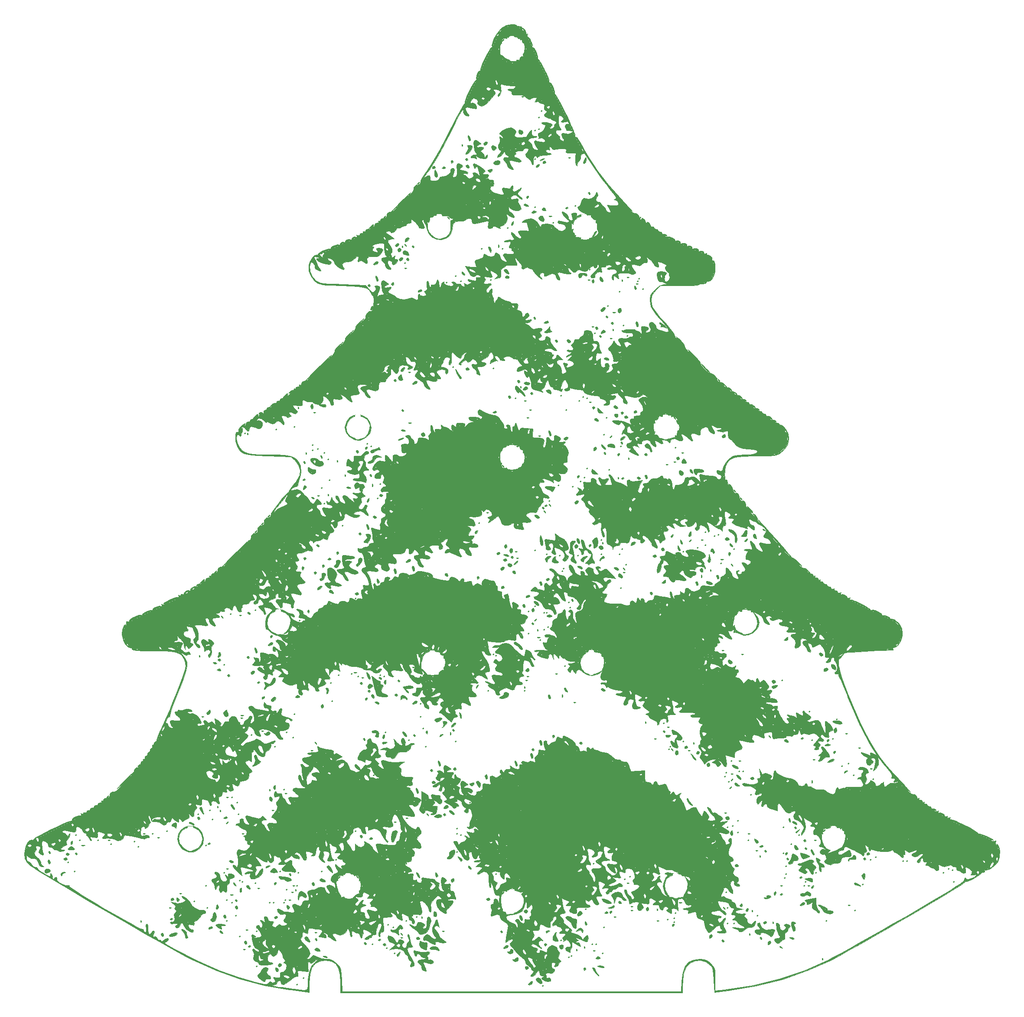
<source format=gbo>
%TF.GenerationSoftware,KiCad,Pcbnew,no-vcs-found-ef6910f~59~ubuntu16.04.1*%
%TF.CreationDate,2017-08-09T10:10:15-06:00*%
%TF.ProjectId,Christmas_Tree_Disco,4368726973746D61735F547265655F44,V1.0*%
%TF.SameCoordinates,Original*%
%TF.FileFunction,Legend,Bot*%
%TF.FilePolarity,Positive*%
%FSLAX46Y46*%
G04 Gerber Fmt 4.6, Leading zero omitted, Abs format (unit mm)*
G04 Created by KiCad (PCBNEW no-vcs-found-ef6910f~59~ubuntu16.04.1) date Wed Aug  9 10:10:15 2017*
%MOMM*%
%LPD*%
G01*
G04 APERTURE LIST*
%ADD10C,0.010000*%
%ADD11C,1.107000*%
%ADD12C,0.100000*%
G04 APERTURE END LIST*
D10*
G36*
X99964000Y-178991000D02*
X100091000Y-179118000D01*
X100218000Y-178991000D01*
X100091000Y-178864000D01*
X99964000Y-178991000D01*
X99964000Y-178991000D01*
G37*
X99964000Y-178991000D02*
X100091000Y-179118000D01*
X100218000Y-178991000D01*
X100091000Y-178864000D01*
X99964000Y-178991000D01*
G36*
X124094000Y-190929000D02*
X124221000Y-191056000D01*
X124348000Y-190929000D01*
X124221000Y-190802000D01*
X124094000Y-190929000D01*
X124094000Y-190929000D01*
G37*
X124094000Y-190929000D02*
X124221000Y-191056000D01*
X124348000Y-190929000D01*
X124221000Y-190802000D01*
X124094000Y-190929000D01*
G36*
X105044000Y-192961000D02*
X105171000Y-193088000D01*
X105298000Y-192961000D01*
X105171000Y-192834000D01*
X105044000Y-192961000D01*
X105044000Y-192961000D01*
G37*
X105044000Y-192961000D02*
X105171000Y-193088000D01*
X105298000Y-192961000D01*
X105171000Y-192834000D01*
X105044000Y-192961000D01*
G36*
X106607246Y-196492745D02*
X106334565Y-196748496D01*
X106390502Y-196895527D01*
X106426010Y-196898000D01*
X106640848Y-196717589D01*
X106719255Y-196604754D01*
X106749193Y-196430943D01*
X106607246Y-196492745D01*
X106607246Y-196492745D01*
G37*
X106607246Y-196492745D02*
X106334565Y-196748496D01*
X106390502Y-196895527D01*
X106426010Y-196898000D01*
X106640848Y-196717589D01*
X106719255Y-196604754D01*
X106749193Y-196430943D01*
X106607246Y-196492745D01*
G36*
X110674868Y-200075199D02*
X110632000Y-200185009D01*
X110800062Y-200516687D01*
X111125826Y-200596117D01*
X111231573Y-200531761D01*
X111386087Y-200163050D01*
X111114223Y-199953372D01*
X111013000Y-199946000D01*
X110674868Y-200075199D01*
X110674868Y-200075199D01*
G37*
X110674868Y-200075199D02*
X110632000Y-200185009D01*
X110800062Y-200516687D01*
X111125826Y-200596117D01*
X111231573Y-200531761D01*
X111386087Y-200163050D01*
X111114223Y-199953372D01*
X111013000Y-199946000D01*
X110674868Y-200075199D01*
G36*
X109759477Y-201133078D02*
X109793646Y-201459453D01*
X110001278Y-201953005D01*
X110221995Y-202139791D01*
X110346985Y-201969816D01*
X110335861Y-201708586D01*
X110153997Y-201213726D01*
X109953487Y-201030890D01*
X109759477Y-201133078D01*
X109759477Y-201133078D01*
G37*
X109759477Y-201133078D02*
X109793646Y-201459453D01*
X110001278Y-201953005D01*
X110221995Y-202139791D01*
X110346985Y-201969816D01*
X110335861Y-201708586D01*
X110153997Y-201213726D01*
X109953487Y-201030890D01*
X109759477Y-201133078D01*
G36*
X109870000Y-29893000D02*
X109997000Y-30020000D01*
X110124000Y-29893000D01*
X109997000Y-29766000D01*
X109870000Y-29893000D01*
X109870000Y-29893000D01*
G37*
X109870000Y-29893000D02*
X109997000Y-30020000D01*
X110124000Y-29893000D01*
X109997000Y-29766000D01*
X109870000Y-29893000D01*
G36*
X106607246Y-29868745D02*
X106336705Y-30104859D01*
X106314000Y-30161990D01*
X106434543Y-30266387D01*
X106685510Y-30032460D01*
X106719255Y-29980754D01*
X106749193Y-29806943D01*
X106607246Y-29868745D01*
X106607246Y-29868745D01*
G37*
X106607246Y-29868745D02*
X106336705Y-30104859D01*
X106314000Y-30161990D01*
X106434543Y-30266387D01*
X106685510Y-30032460D01*
X106719255Y-29980754D01*
X106749193Y-29806943D01*
X106607246Y-29868745D01*
G36*
X95725690Y-64728070D02*
X95773000Y-64818000D01*
X96012323Y-65060570D01*
X96056981Y-65072000D01*
X96074311Y-64907929D01*
X96027000Y-64818000D01*
X95787678Y-64575429D01*
X95743020Y-64564000D01*
X95725690Y-64728070D01*
X95725690Y-64728070D01*
G37*
X95725690Y-64728070D02*
X95773000Y-64818000D01*
X96012323Y-65060570D01*
X96056981Y-65072000D01*
X96074311Y-64907929D01*
X96027000Y-64818000D01*
X95787678Y-64575429D01*
X95743020Y-64564000D01*
X95725690Y-64728070D01*
G36*
X120538000Y-68247000D02*
X120665000Y-68374000D01*
X120792000Y-68247000D01*
X120665000Y-68120000D01*
X120538000Y-68247000D01*
X120538000Y-68247000D01*
G37*
X120538000Y-68247000D02*
X120665000Y-68374000D01*
X120792000Y-68247000D01*
X120665000Y-68120000D01*
X120538000Y-68247000D01*
G36*
X124653778Y-67391973D02*
X124361937Y-67761769D01*
X124296314Y-67871761D01*
X123995213Y-68439915D01*
X123984099Y-68595024D01*
X124267465Y-68344228D01*
X124461699Y-68134697D01*
X124766614Y-67673910D01*
X124818566Y-67378459D01*
X124653778Y-67391973D01*
X124653778Y-67391973D01*
G37*
X124653778Y-67391973D02*
X124361937Y-67761769D01*
X124296314Y-67871761D01*
X123995213Y-68439915D01*
X123984099Y-68595024D01*
X124267465Y-68344228D01*
X124461699Y-68134697D01*
X124766614Y-67673910D01*
X124818566Y-67378459D01*
X124653778Y-67391973D01*
G36*
X110208667Y-41026666D02*
X110243534Y-41177669D01*
X110378000Y-41196000D01*
X110587071Y-41103065D01*
X110547334Y-41026666D01*
X110245895Y-40996267D01*
X110208667Y-41026666D01*
X110208667Y-41026666D01*
G37*
X110208667Y-41026666D02*
X110243534Y-41177669D01*
X110378000Y-41196000D01*
X110587071Y-41103065D01*
X110547334Y-41026666D01*
X110245895Y-40996267D01*
X110208667Y-41026666D01*
G36*
X113934000Y-43863000D02*
X114061000Y-43990000D01*
X114188000Y-43863000D01*
X114061000Y-43736000D01*
X113934000Y-43863000D01*
X113934000Y-43863000D01*
G37*
X113934000Y-43863000D02*
X114061000Y-43990000D01*
X114188000Y-43863000D01*
X114061000Y-43736000D01*
X113934000Y-43863000D01*
G36*
X113426000Y-45133000D02*
X113553000Y-45260000D01*
X113680000Y-45133000D01*
X113553000Y-45006000D01*
X113426000Y-45133000D01*
X113426000Y-45133000D01*
G37*
X113426000Y-45133000D02*
X113553000Y-45260000D01*
X113680000Y-45133000D01*
X113553000Y-45006000D01*
X113426000Y-45133000D01*
G36*
X113426000Y-47419000D02*
X113553000Y-47546000D01*
X113680000Y-47419000D01*
X113553000Y-47292000D01*
X113426000Y-47419000D01*
X113426000Y-47419000D01*
G37*
X113426000Y-47419000D02*
X113553000Y-47546000D01*
X113680000Y-47419000D01*
X113553000Y-47292000D01*
X113426000Y-47419000D01*
G36*
X112664000Y-47673000D02*
X112791000Y-47800000D01*
X112918000Y-47673000D01*
X112791000Y-47546000D01*
X112664000Y-47673000D01*
X112664000Y-47673000D01*
G37*
X112664000Y-47673000D02*
X112791000Y-47800000D01*
X112918000Y-47673000D01*
X112791000Y-47546000D01*
X112664000Y-47673000D01*
G36*
X109628070Y-47731318D02*
X109616000Y-48011666D01*
X109792460Y-48387892D01*
X110158360Y-48459074D01*
X110468485Y-48183103D01*
X110478032Y-48159687D01*
X110390680Y-47810939D01*
X110214188Y-47694020D01*
X109772072Y-47564717D01*
X109628070Y-47731318D01*
X109628070Y-47731318D01*
G37*
X109628070Y-47731318D02*
X109616000Y-48011666D01*
X109792460Y-48387892D01*
X110158360Y-48459074D01*
X110468485Y-48183103D01*
X110478032Y-48159687D01*
X110390680Y-47810939D01*
X110214188Y-47694020D01*
X109772072Y-47564717D01*
X109628070Y-47731318D01*
G36*
X99716416Y-48863853D02*
X99713890Y-48991509D01*
X99814555Y-49503711D01*
X99964000Y-49705000D01*
X100189324Y-49660561D01*
X100214111Y-49529490D01*
X100080118Y-49034188D01*
X99964000Y-48816000D01*
X99777462Y-48612892D01*
X99716416Y-48863853D01*
X99716416Y-48863853D01*
G37*
X99716416Y-48863853D02*
X99713890Y-48991509D01*
X99814555Y-49503711D01*
X99964000Y-49705000D01*
X100189324Y-49660561D01*
X100214111Y-49529490D01*
X100080118Y-49034188D01*
X99964000Y-48816000D01*
X99777462Y-48612892D01*
X99716416Y-48863853D01*
G36*
X102834625Y-50139645D02*
X102758000Y-50354990D01*
X102917818Y-50578607D01*
X103239166Y-50499118D01*
X103403445Y-50323101D01*
X103472040Y-49981038D01*
X103435334Y-49916666D01*
X103138252Y-49897515D01*
X102834625Y-50139645D01*
X102834625Y-50139645D01*
G37*
X102834625Y-50139645D02*
X102758000Y-50354990D01*
X102917818Y-50578607D01*
X103239166Y-50499118D01*
X103403445Y-50323101D01*
X103472040Y-49981038D01*
X103435334Y-49916666D01*
X103138252Y-49897515D01*
X102834625Y-50139645D01*
G36*
X98524667Y-50424666D02*
X98494268Y-50726105D01*
X98524667Y-50763333D01*
X98675670Y-50728466D01*
X98694000Y-50594000D01*
X98601066Y-50384929D01*
X98524667Y-50424666D01*
X98524667Y-50424666D01*
G37*
X98524667Y-50424666D02*
X98494268Y-50726105D01*
X98524667Y-50763333D01*
X98675670Y-50728466D01*
X98694000Y-50594000D01*
X98601066Y-50384929D01*
X98524667Y-50424666D01*
G36*
X104292904Y-50803967D02*
X104285890Y-50911500D01*
X104415075Y-51456483D01*
X104721553Y-51612439D01*
X105015578Y-51428060D01*
X105240390Y-51091810D01*
X105065107Y-50857394D01*
X105015578Y-50825058D01*
X104505052Y-50610330D01*
X104292904Y-50803967D01*
X104292904Y-50803967D01*
G37*
X104292904Y-50803967D02*
X104285890Y-50911500D01*
X104415075Y-51456483D01*
X104721553Y-51612439D01*
X105015578Y-51428060D01*
X105240390Y-51091810D01*
X105065107Y-50857394D01*
X105015578Y-50825058D01*
X104505052Y-50610330D01*
X104292904Y-50803967D01*
G36*
X99531151Y-50658182D02*
X99642629Y-50882228D01*
X99781215Y-51234179D01*
X99547939Y-51754779D01*
X99537216Y-51771228D01*
X99284525Y-52190515D01*
X99236288Y-52342535D01*
X99530622Y-52257941D01*
X99710000Y-52208112D01*
X100058739Y-51945160D01*
X100381166Y-51471334D01*
X100563886Y-50991334D01*
X100526859Y-50733524D01*
X100185428Y-50618286D01*
X99870867Y-50594000D01*
X99531151Y-50658182D01*
X99531151Y-50658182D01*
G37*
X99531151Y-50658182D02*
X99642629Y-50882228D01*
X99781215Y-51234179D01*
X99547939Y-51754779D01*
X99537216Y-51771228D01*
X99284525Y-52190515D01*
X99236288Y-52342535D01*
X99530622Y-52257941D01*
X99710000Y-52208112D01*
X100058739Y-51945160D01*
X100381166Y-51471334D01*
X100563886Y-50991334D01*
X100526859Y-50733524D01*
X100185428Y-50618286D01*
X99870867Y-50594000D01*
X99531151Y-50658182D01*
G36*
X108854000Y-52245000D02*
X108981000Y-52372000D01*
X109108000Y-52245000D01*
X108981000Y-52118000D01*
X108854000Y-52245000D01*
X108854000Y-52245000D01*
G37*
X108854000Y-52245000D02*
X108981000Y-52372000D01*
X109108000Y-52245000D01*
X108981000Y-52118000D01*
X108854000Y-52245000D01*
G36*
X119352667Y-52964666D02*
X119387534Y-53115669D01*
X119522000Y-53134000D01*
X119731071Y-53041065D01*
X119691334Y-52964666D01*
X119389895Y-52934267D01*
X119352667Y-52964666D01*
X119352667Y-52964666D01*
G37*
X119352667Y-52964666D02*
X119387534Y-53115669D01*
X119522000Y-53134000D01*
X119731071Y-53041065D01*
X119691334Y-52964666D01*
X119389895Y-52934267D01*
X119352667Y-52964666D01*
G36*
X100926556Y-49662195D02*
X100806970Y-50146592D01*
X100836625Y-50761003D01*
X100972092Y-51510396D01*
X101180855Y-52039302D01*
X101283737Y-52154113D01*
X101454286Y-52326366D01*
X101226837Y-52425577D01*
X100746808Y-52475265D01*
X100349088Y-52706673D01*
X100269356Y-52852933D01*
X100293049Y-53076196D01*
X100450175Y-53020488D01*
X100869245Y-53007610D01*
X101123942Y-53148059D01*
X101386066Y-53317348D01*
X101358593Y-53087822D01*
X101319258Y-52979426D01*
X101240328Y-52655963D01*
X101441327Y-52732809D01*
X101503944Y-52779814D01*
X102178197Y-53119261D01*
X102904798Y-53242523D01*
X103202500Y-53198493D01*
X103482965Y-52886577D01*
X103520000Y-52683286D01*
X103469684Y-52446710D01*
X103261866Y-52613614D01*
X103138377Y-52767953D01*
X102885669Y-53051566D01*
X102877690Y-52915196D01*
X102901440Y-52842853D01*
X102821927Y-52364663D01*
X102509616Y-52048921D01*
X102164207Y-51754318D01*
X102234187Y-51581701D01*
X102365553Y-51522539D01*
X102740688Y-51246179D01*
X102691084Y-50991879D01*
X102280533Y-50920993D01*
X102138567Y-50948396D01*
X101620257Y-50987233D01*
X101379424Y-50877809D01*
X101475532Y-50651352D01*
X101804570Y-50504041D01*
X102197927Y-50373939D01*
X102153301Y-50204301D01*
X101865213Y-49975242D01*
X101267710Y-49613935D01*
X100926556Y-49662195D01*
X100926556Y-49662195D01*
G37*
X100926556Y-49662195D02*
X100806970Y-50146592D01*
X100836625Y-50761003D01*
X100972092Y-51510396D01*
X101180855Y-52039302D01*
X101283737Y-52154113D01*
X101454286Y-52326366D01*
X101226837Y-52425577D01*
X100746808Y-52475265D01*
X100349088Y-52706673D01*
X100269356Y-52852933D01*
X100293049Y-53076196D01*
X100450175Y-53020488D01*
X100869245Y-53007610D01*
X101123942Y-53148059D01*
X101386066Y-53317348D01*
X101358593Y-53087822D01*
X101319258Y-52979426D01*
X101240328Y-52655963D01*
X101441327Y-52732809D01*
X101503944Y-52779814D01*
X102178197Y-53119261D01*
X102904798Y-53242523D01*
X103202500Y-53198493D01*
X103482965Y-52886577D01*
X103520000Y-52683286D01*
X103469684Y-52446710D01*
X103261866Y-52613614D01*
X103138377Y-52767953D01*
X102885669Y-53051566D01*
X102877690Y-52915196D01*
X102901440Y-52842853D01*
X102821927Y-52364663D01*
X102509616Y-52048921D01*
X102164207Y-51754318D01*
X102234187Y-51581701D01*
X102365553Y-51522539D01*
X102740688Y-51246179D01*
X102691084Y-50991879D01*
X102280533Y-50920993D01*
X102138567Y-50948396D01*
X101620257Y-50987233D01*
X101379424Y-50877809D01*
X101475532Y-50651352D01*
X101804570Y-50504041D01*
X102197927Y-50373939D01*
X102153301Y-50204301D01*
X101865213Y-49975242D01*
X101267710Y-49613935D01*
X100926556Y-49662195D01*
G36*
X112664000Y-53261000D02*
X112791000Y-53388000D01*
X112918000Y-53261000D01*
X112791000Y-53134000D01*
X112664000Y-53261000D01*
X112664000Y-53261000D01*
G37*
X112664000Y-53261000D02*
X112791000Y-53388000D01*
X112918000Y-53261000D01*
X112791000Y-53134000D01*
X112664000Y-53261000D01*
G36*
X99209381Y-53327287D02*
X99202000Y-53388000D01*
X99395288Y-53634619D01*
X99456000Y-53642000D01*
X99702620Y-53448712D01*
X99710000Y-53388000D01*
X99516713Y-53141380D01*
X99456000Y-53134000D01*
X99209381Y-53327287D01*
X99209381Y-53327287D01*
G37*
X99209381Y-53327287D02*
X99202000Y-53388000D01*
X99395288Y-53634619D01*
X99456000Y-53642000D01*
X99702620Y-53448712D01*
X99710000Y-53388000D01*
X99516713Y-53141380D01*
X99456000Y-53134000D01*
X99209381Y-53327287D01*
G36*
X114151583Y-53268247D02*
X113934000Y-53388000D01*
X113730693Y-53589262D01*
X113807000Y-53634221D01*
X114224418Y-53507752D01*
X114442000Y-53388000D01*
X114645308Y-53186737D01*
X114569000Y-53141778D01*
X114151583Y-53268247D01*
X114151583Y-53268247D01*
G37*
X114151583Y-53268247D02*
X113934000Y-53388000D01*
X113730693Y-53589262D01*
X113807000Y-53634221D01*
X114224418Y-53507752D01*
X114442000Y-53388000D01*
X114645308Y-53186737D01*
X114569000Y-53141778D01*
X114151583Y-53268247D01*
G36*
X96445254Y-53572745D02*
X96408000Y-53754009D01*
X96491708Y-54120996D01*
X96711644Y-54010984D01*
X96778153Y-53913550D01*
X96746301Y-53587331D01*
X96666144Y-53517560D01*
X96445254Y-53572745D01*
X96445254Y-53572745D01*
G37*
X96445254Y-53572745D02*
X96408000Y-53754009D01*
X96491708Y-54120996D01*
X96711644Y-54010984D01*
X96778153Y-53913550D01*
X96746301Y-53587331D01*
X96666144Y-53517560D01*
X96445254Y-53572745D01*
G36*
X114366989Y-53826632D02*
X114315000Y-53896000D01*
X114372582Y-54113449D01*
X114554010Y-54150000D01*
X114901537Y-54017386D01*
X114950000Y-53896000D01*
X114767698Y-53649270D01*
X114710991Y-53642000D01*
X114366989Y-53826632D01*
X114366989Y-53826632D01*
G37*
X114366989Y-53826632D02*
X114315000Y-53896000D01*
X114372582Y-54113449D01*
X114554010Y-54150000D01*
X114901537Y-54017386D01*
X114950000Y-53896000D01*
X114767698Y-53649270D01*
X114710991Y-53642000D01*
X114366989Y-53826632D01*
G36*
X122449376Y-53373356D02*
X122341469Y-53578500D01*
X122172664Y-54003049D01*
X122316085Y-54143453D01*
X122434064Y-54150000D01*
X122748244Y-53928300D01*
X122824000Y-53472666D01*
X122801792Y-53005225D01*
X122696334Y-52967863D01*
X122449376Y-53373356D01*
X122449376Y-53373356D01*
G37*
X122449376Y-53373356D02*
X122341469Y-53578500D01*
X122172664Y-54003049D01*
X122316085Y-54143453D01*
X122434064Y-54150000D01*
X122748244Y-53928300D01*
X122824000Y-53472666D01*
X122801792Y-53005225D01*
X122696334Y-52967863D01*
X122449376Y-53373356D01*
G36*
X105089253Y-53673773D02*
X104725635Y-53898635D01*
X104661673Y-54147851D01*
X105048338Y-54372963D01*
X105580069Y-54359382D01*
X105946679Y-54127868D01*
X105965704Y-53739217D01*
X105898169Y-53646406D01*
X105548961Y-53561770D01*
X105089253Y-53673773D01*
X105089253Y-53673773D01*
G37*
X105089253Y-53673773D02*
X104725635Y-53898635D01*
X104661673Y-54147851D01*
X105048338Y-54372963D01*
X105580069Y-54359382D01*
X105946679Y-54127868D01*
X105965704Y-53739217D01*
X105898169Y-53646406D01*
X105548961Y-53561770D01*
X105089253Y-53673773D01*
G36*
X113177095Y-54524861D02*
X113013294Y-54844236D01*
X113125909Y-54912000D01*
X113498190Y-54725068D01*
X113563445Y-54641101D01*
X113658526Y-54310441D01*
X113461414Y-54283311D01*
X113177095Y-54524861D01*
X113177095Y-54524861D01*
G37*
X113177095Y-54524861D02*
X113013294Y-54844236D01*
X113125909Y-54912000D01*
X113498190Y-54725068D01*
X113563445Y-54641101D01*
X113658526Y-54310441D01*
X113461414Y-54283311D01*
X113177095Y-54524861D01*
G36*
X92776989Y-54842632D02*
X92725000Y-54912000D01*
X92782582Y-55129449D01*
X92964010Y-55166000D01*
X93311537Y-55033386D01*
X93360000Y-54912000D01*
X93177698Y-54665270D01*
X93120991Y-54658000D01*
X92776989Y-54842632D01*
X92776989Y-54842632D01*
G37*
X92776989Y-54842632D02*
X92725000Y-54912000D01*
X92782582Y-55129449D01*
X92964010Y-55166000D01*
X93311537Y-55033386D01*
X93360000Y-54912000D01*
X93177698Y-54665270D01*
X93120991Y-54658000D01*
X92776989Y-54842632D01*
G36*
X94866450Y-54795847D02*
X94641227Y-55041048D01*
X94897749Y-55161031D01*
X95025991Y-55166000D01*
X95287599Y-55041030D01*
X95262440Y-54907856D01*
X94958035Y-54761331D01*
X94866450Y-54795847D01*
X94866450Y-54795847D01*
G37*
X94866450Y-54795847D02*
X94641227Y-55041048D01*
X94897749Y-55161031D01*
X95025991Y-55166000D01*
X95287599Y-55041030D01*
X95262440Y-54907856D01*
X94958035Y-54761331D01*
X94866450Y-54795847D01*
G36*
X99283679Y-54552060D02*
X99328033Y-54856711D01*
X99662375Y-55107791D01*
X99921475Y-54997244D01*
X99964000Y-54806166D01*
X99759491Y-54456270D01*
X99561834Y-54404000D01*
X99283679Y-54552060D01*
X99283679Y-54552060D01*
G37*
X99283679Y-54552060D02*
X99328033Y-54856711D01*
X99662375Y-55107791D01*
X99921475Y-54997244D01*
X99964000Y-54806166D01*
X99759491Y-54456270D01*
X99561834Y-54404000D01*
X99283679Y-54552060D01*
G36*
X104137107Y-55264719D02*
X103722009Y-55400168D01*
X103611236Y-55420000D01*
X103599464Y-55584416D01*
X103647000Y-55674000D01*
X103981209Y-55917104D01*
X104303334Y-55687692D01*
X104384706Y-55518719D01*
X104405630Y-55228749D01*
X104137107Y-55264719D01*
X104137107Y-55264719D01*
G37*
X104137107Y-55264719D02*
X103722009Y-55400168D01*
X103611236Y-55420000D01*
X103599464Y-55584416D01*
X103647000Y-55674000D01*
X103981209Y-55917104D01*
X104303334Y-55687692D01*
X104384706Y-55518719D01*
X104405630Y-55228749D01*
X104137107Y-55264719D01*
G36*
X93153579Y-55893795D02*
X93175640Y-56431345D01*
X93356882Y-56791202D01*
X93606342Y-56842052D01*
X93724078Y-56717380D01*
X93738480Y-56313332D01*
X93567830Y-55869749D01*
X93244166Y-55293000D01*
X93153579Y-55893795D01*
X93153579Y-55893795D01*
G37*
X93153579Y-55893795D02*
X93175640Y-56431345D01*
X93356882Y-56791202D01*
X93606342Y-56842052D01*
X93724078Y-56717380D01*
X93738480Y-56313332D01*
X93567830Y-55869749D01*
X93244166Y-55293000D01*
X93153579Y-55893795D01*
G36*
X123165312Y-59893609D02*
X123205000Y-59992000D01*
X123433247Y-60234311D01*
X123473991Y-60246000D01*
X123583088Y-60049482D01*
X123586000Y-59992000D01*
X123390737Y-59747760D01*
X123317010Y-59738000D01*
X123165312Y-59893609D01*
X123165312Y-59893609D01*
G37*
X123165312Y-59893609D02*
X123205000Y-59992000D01*
X123433247Y-60234311D01*
X123473991Y-60246000D01*
X123583088Y-60049482D01*
X123586000Y-59992000D01*
X123390737Y-59747760D01*
X123317010Y-59738000D01*
X123165312Y-59893609D01*
G36*
X111150337Y-60684381D02*
X111140000Y-60754000D01*
X111226661Y-61001396D01*
X111252010Y-61008000D01*
X111468868Y-60830013D01*
X111521000Y-60754000D01*
X111500862Y-60519943D01*
X111408991Y-60500000D01*
X111150337Y-60684381D01*
X111150337Y-60684381D01*
G37*
X111150337Y-60684381D02*
X111140000Y-60754000D01*
X111226661Y-61001396D01*
X111252010Y-61008000D01*
X111468868Y-60830013D01*
X111521000Y-60754000D01*
X111500862Y-60519943D01*
X111408991Y-60500000D01*
X111150337Y-60684381D01*
G36*
X110639860Y-62192938D02*
X110632000Y-62278000D01*
X110847125Y-62474738D01*
X111203500Y-62528110D01*
X111574643Y-62488006D01*
X111483395Y-62338600D01*
X111394000Y-62278000D01*
X110868379Y-62041651D01*
X110639860Y-62192938D01*
X110639860Y-62192938D01*
G37*
X110639860Y-62192938D02*
X110632000Y-62278000D01*
X110847125Y-62474738D01*
X111203500Y-62528110D01*
X111574643Y-62488006D01*
X111483395Y-62338600D01*
X111394000Y-62278000D01*
X110868379Y-62041651D01*
X110639860Y-62192938D01*
G36*
X120538000Y-62405000D02*
X120665000Y-62532000D01*
X120792000Y-62405000D01*
X120665000Y-62278000D01*
X120538000Y-62405000D01*
X120538000Y-62405000D01*
G37*
X120538000Y-62405000D02*
X120665000Y-62532000D01*
X120792000Y-62405000D01*
X120665000Y-62278000D01*
X120538000Y-62405000D01*
G36*
X112664000Y-62659000D02*
X112791000Y-62786000D01*
X112918000Y-62659000D01*
X112791000Y-62532000D01*
X112664000Y-62659000D01*
X112664000Y-62659000D01*
G37*
X112664000Y-62659000D02*
X112791000Y-62786000D01*
X112918000Y-62659000D01*
X112791000Y-62532000D01*
X112664000Y-62659000D01*
G36*
X119014000Y-62659000D02*
X118771689Y-62887246D01*
X118760000Y-62927990D01*
X118956518Y-63037087D01*
X119014000Y-63040000D01*
X119258240Y-62844736D01*
X119268000Y-62771009D01*
X119112391Y-62619311D01*
X119014000Y-62659000D01*
X119014000Y-62659000D01*
G37*
X119014000Y-62659000D02*
X118771689Y-62887246D01*
X118760000Y-62927990D01*
X118956518Y-63037087D01*
X119014000Y-63040000D01*
X119258240Y-62844736D01*
X119268000Y-62771009D01*
X119112391Y-62619311D01*
X119014000Y-62659000D01*
G36*
X114265693Y-62915195D02*
X114124335Y-63198729D01*
X114439843Y-63366979D01*
X114456193Y-63371307D01*
X114853006Y-63406978D01*
X114946111Y-63333720D01*
X114790585Y-62889300D01*
X114461828Y-62786934D01*
X114265693Y-62915195D01*
X114265693Y-62915195D01*
G37*
X114265693Y-62915195D02*
X114124335Y-63198729D01*
X114439843Y-63366979D01*
X114456193Y-63371307D01*
X114853006Y-63406978D01*
X114946111Y-63333720D01*
X114790585Y-62889300D01*
X114461828Y-62786934D01*
X114265693Y-62915195D01*
G36*
X112341302Y-63515098D02*
X112154337Y-63827939D01*
X112383538Y-63913813D01*
X112774141Y-63813931D01*
X113085835Y-63625910D01*
X112942509Y-63436147D01*
X112504757Y-63409926D01*
X112341302Y-63515098D01*
X112341302Y-63515098D01*
G37*
X112341302Y-63515098D02*
X112154337Y-63827939D01*
X112383538Y-63913813D01*
X112774141Y-63813931D01*
X113085835Y-63625910D01*
X112942509Y-63436147D01*
X112504757Y-63409926D01*
X112341302Y-63515098D01*
G36*
X115526792Y-64410541D02*
X115602545Y-64525987D01*
X115860167Y-64543947D01*
X116131194Y-64481915D01*
X116013625Y-64390489D01*
X115616654Y-64360208D01*
X115526792Y-64410541D01*
X115526792Y-64410541D01*
G37*
X115526792Y-64410541D02*
X115602545Y-64525987D01*
X115860167Y-64543947D01*
X116131194Y-64481915D01*
X116013625Y-64390489D01*
X115616654Y-64360208D01*
X115526792Y-64410541D01*
G36*
X113512015Y-64736698D02*
X113480118Y-64851575D01*
X113625369Y-65192496D01*
X114027307Y-65442247D01*
X114437468Y-65468094D01*
X114526667Y-65410666D01*
X114563772Y-65103736D01*
X114508534Y-64790992D01*
X114226976Y-64421565D01*
X113820149Y-64407865D01*
X113512015Y-64736698D01*
X113512015Y-64736698D01*
G37*
X113512015Y-64736698D02*
X113480118Y-64851575D01*
X113625369Y-65192496D01*
X114027307Y-65442247D01*
X114437468Y-65468094D01*
X114526667Y-65410666D01*
X114563772Y-65103736D01*
X114508534Y-64790992D01*
X114226976Y-64421565D01*
X113820149Y-64407865D01*
X113512015Y-64736698D01*
G36*
X116220000Y-65707000D02*
X116347000Y-65834000D01*
X116474000Y-65707000D01*
X116347000Y-65580000D01*
X116220000Y-65707000D01*
X116220000Y-65707000D01*
G37*
X116220000Y-65707000D02*
X116347000Y-65834000D01*
X116474000Y-65707000D01*
X116347000Y-65580000D01*
X116220000Y-65707000D01*
G36*
X108369862Y-65570077D02*
X108314994Y-65662550D01*
X108152469Y-66087127D01*
X108215518Y-66287586D01*
X108430667Y-66172666D01*
X108578532Y-65793971D01*
X108592277Y-65601166D01*
X108544507Y-65364931D01*
X108369862Y-65570077D01*
X108369862Y-65570077D01*
G37*
X108369862Y-65570077D02*
X108314994Y-65662550D01*
X108152469Y-66087127D01*
X108215518Y-66287586D01*
X108430667Y-66172666D01*
X108578532Y-65793971D01*
X108592277Y-65601166D01*
X108544507Y-65364931D01*
X108369862Y-65570077D01*
G36*
X107330000Y-66723000D02*
X107457000Y-66850000D01*
X107584000Y-66723000D01*
X107457000Y-66596000D01*
X107330000Y-66723000D01*
X107330000Y-66723000D01*
G37*
X107330000Y-66723000D02*
X107457000Y-66850000D01*
X107584000Y-66723000D01*
X107457000Y-66596000D01*
X107330000Y-66723000D01*
G36*
X87583077Y-68797712D02*
X87377219Y-69152039D01*
X87433809Y-69458764D01*
X87465594Y-69482205D01*
X87762422Y-69415341D01*
X87962500Y-69247060D01*
X88255789Y-68828922D01*
X88119665Y-68645140D01*
X87926176Y-68628000D01*
X87583077Y-68797712D01*
X87583077Y-68797712D01*
G37*
X87583077Y-68797712D02*
X87377219Y-69152039D01*
X87433809Y-69458764D01*
X87465594Y-69482205D01*
X87762422Y-69415341D01*
X87962500Y-69247060D01*
X88255789Y-68828922D01*
X88119665Y-68645140D01*
X87926176Y-68628000D01*
X87583077Y-68797712D01*
G36*
X85867000Y-69806146D02*
X85530886Y-70055465D01*
X85486000Y-70179175D01*
X85656234Y-70393328D01*
X86001472Y-70302397D01*
X86078667Y-70236666D01*
X86247990Y-69899024D01*
X86040420Y-69764906D01*
X85867000Y-69806146D01*
X85867000Y-69806146D01*
G37*
X85867000Y-69806146D02*
X85530886Y-70055465D01*
X85486000Y-70179175D01*
X85656234Y-70393328D01*
X86001472Y-70302397D01*
X86078667Y-70236666D01*
X86247990Y-69899024D01*
X86040420Y-69764906D01*
X85867000Y-69806146D01*
G36*
X87343690Y-70062070D02*
X87391000Y-70152000D01*
X87630323Y-70394570D01*
X87674981Y-70406000D01*
X87692311Y-70241929D01*
X87645000Y-70152000D01*
X87405678Y-69909429D01*
X87361020Y-69898000D01*
X87343690Y-70062070D01*
X87343690Y-70062070D01*
G37*
X87343690Y-70062070D02*
X87391000Y-70152000D01*
X87630323Y-70394570D01*
X87674981Y-70406000D01*
X87692311Y-70241929D01*
X87645000Y-70152000D01*
X87405678Y-69909429D01*
X87361020Y-69898000D01*
X87343690Y-70062070D01*
G36*
X86840667Y-70236666D02*
X86810268Y-70538105D01*
X86840667Y-70575333D01*
X86991670Y-70540466D01*
X87010000Y-70406000D01*
X86917066Y-70196929D01*
X86840667Y-70236666D01*
X86840667Y-70236666D01*
G37*
X86840667Y-70236666D02*
X86810268Y-70538105D01*
X86840667Y-70575333D01*
X86991670Y-70540466D01*
X87010000Y-70406000D01*
X86917066Y-70196929D01*
X86840667Y-70236666D01*
G36*
X88790913Y-70348517D02*
X88788000Y-70406000D01*
X88983264Y-70650239D01*
X89056991Y-70660000D01*
X89208689Y-70504390D01*
X89169000Y-70406000D01*
X88940754Y-70163688D01*
X88900010Y-70152000D01*
X88790913Y-70348517D01*
X88790913Y-70348517D01*
G37*
X88790913Y-70348517D02*
X88788000Y-70406000D01*
X88983264Y-70650239D01*
X89056991Y-70660000D01*
X89208689Y-70504390D01*
X89169000Y-70406000D01*
X88940754Y-70163688D01*
X88900010Y-70152000D01*
X88790913Y-70348517D01*
G36*
X105632490Y-70104375D02*
X105602209Y-70501346D01*
X105652542Y-70591208D01*
X105767988Y-70515455D01*
X105785948Y-70257833D01*
X105723916Y-69986806D01*
X105632490Y-70104375D01*
X105632490Y-70104375D01*
G37*
X105632490Y-70104375D02*
X105602209Y-70501346D01*
X105652542Y-70591208D01*
X105767988Y-70515455D01*
X105785948Y-70257833D01*
X105723916Y-69986806D01*
X105632490Y-70104375D01*
G36*
X102250000Y-70787000D02*
X102377000Y-70914000D01*
X102504000Y-70787000D01*
X102377000Y-70660000D01*
X102250000Y-70787000D01*
X102250000Y-70787000D01*
G37*
X102250000Y-70787000D02*
X102377000Y-70914000D01*
X102504000Y-70787000D01*
X102377000Y-70660000D01*
X102250000Y-70787000D01*
G36*
X106314000Y-70787000D02*
X106441000Y-70914000D01*
X106568000Y-70787000D01*
X106441000Y-70660000D01*
X106314000Y-70787000D01*
X106314000Y-70787000D01*
G37*
X106314000Y-70787000D02*
X106441000Y-70914000D01*
X106568000Y-70787000D01*
X106441000Y-70660000D01*
X106314000Y-70787000D01*
G36*
X86020892Y-70865954D02*
X85994000Y-71041000D01*
X86149990Y-71391301D01*
X86500677Y-71328533D01*
X86579762Y-71259572D01*
X86631130Y-70942947D01*
X86373689Y-70686224D01*
X86233010Y-70660000D01*
X86020892Y-70865954D01*
X86020892Y-70865954D01*
G37*
X86020892Y-70865954D02*
X85994000Y-71041000D01*
X86149990Y-71391301D01*
X86500677Y-71328533D01*
X86579762Y-71259572D01*
X86631130Y-70942947D01*
X86373689Y-70686224D01*
X86233010Y-70660000D01*
X86020892Y-70865954D01*
G36*
X103636692Y-70490391D02*
X103724794Y-70828032D01*
X103799469Y-70977500D01*
X104077285Y-71488447D01*
X104193318Y-71560186D01*
X104218230Y-71205210D01*
X104218500Y-71051583D01*
X104095492Y-70544550D01*
X103860314Y-70406000D01*
X103636692Y-70490391D01*
X103636692Y-70490391D01*
G37*
X103636692Y-70490391D02*
X103724794Y-70828032D01*
X103799469Y-70977500D01*
X104077285Y-71488447D01*
X104193318Y-71560186D01*
X104218230Y-71205210D01*
X104218500Y-71051583D01*
X104095492Y-70544550D01*
X103860314Y-70406000D01*
X103636692Y-70490391D01*
G36*
X87103828Y-71287333D02*
X87010000Y-71549000D01*
X87136125Y-71887176D01*
X87243226Y-71930000D01*
X87671952Y-72013783D01*
X87859694Y-72077063D01*
X88128226Y-72078002D01*
X88107121Y-71704827D01*
X88104843Y-71696063D01*
X87842379Y-71317212D01*
X87442331Y-71172053D01*
X87103828Y-71287333D01*
X87103828Y-71287333D01*
G37*
X87103828Y-71287333D02*
X87010000Y-71549000D01*
X87136125Y-71887176D01*
X87243226Y-71930000D01*
X87671952Y-72013783D01*
X87859694Y-72077063D01*
X88128226Y-72078002D01*
X88107121Y-71704827D01*
X88104843Y-71696063D01*
X87842379Y-71317212D01*
X87442331Y-71172053D01*
X87103828Y-71287333D01*
G36*
X86324625Y-72745645D02*
X86248000Y-72960990D01*
X86407818Y-73184607D01*
X86729166Y-73105118D01*
X86893445Y-72929101D01*
X86962040Y-72587038D01*
X86925334Y-72522666D01*
X86628252Y-72503515D01*
X86324625Y-72745645D01*
X86324625Y-72745645D01*
G37*
X86324625Y-72745645D02*
X86248000Y-72960990D01*
X86407818Y-73184607D01*
X86729166Y-73105118D01*
X86893445Y-72929101D01*
X86962040Y-72587038D01*
X86925334Y-72522666D01*
X86628252Y-72503515D01*
X86324625Y-72745645D01*
G36*
X87858126Y-72615831D02*
X87634493Y-72856544D01*
X87661450Y-72972615D01*
X87964163Y-73193655D01*
X88178706Y-72988214D01*
X88195334Y-72843216D01*
X88017919Y-72597395D01*
X87858126Y-72615831D01*
X87858126Y-72615831D01*
G37*
X87858126Y-72615831D02*
X87634493Y-72856544D01*
X87661450Y-72972615D01*
X87964163Y-73193655D01*
X88178706Y-72988214D01*
X88195334Y-72843216D01*
X88017919Y-72597395D01*
X87858126Y-72615831D01*
G36*
X87264000Y-73581000D02*
X87391000Y-73708000D01*
X87518000Y-73581000D01*
X87391000Y-73454000D01*
X87264000Y-73581000D01*
X87264000Y-73581000D01*
G37*
X87264000Y-73581000D02*
X87391000Y-73708000D01*
X87518000Y-73581000D01*
X87391000Y-73454000D01*
X87264000Y-73581000D01*
G36*
X81534143Y-73488929D02*
X81488524Y-73532619D01*
X81203315Y-73853533D01*
X81289893Y-73954919D01*
X81479582Y-73962000D01*
X81941657Y-73816653D01*
X82067445Y-73691101D01*
X82151620Y-73345188D01*
X81925553Y-73264575D01*
X81534143Y-73488929D01*
X81534143Y-73488929D01*
G37*
X81534143Y-73488929D02*
X81488524Y-73532619D01*
X81203315Y-73853533D01*
X81289893Y-73954919D01*
X81479582Y-73962000D01*
X81941657Y-73816653D01*
X82067445Y-73691101D01*
X82151620Y-73345188D01*
X81925553Y-73264575D01*
X81534143Y-73488929D01*
G36*
X87348667Y-74554666D02*
X87383534Y-74705669D01*
X87518000Y-74724000D01*
X87727071Y-74631065D01*
X87687334Y-74554666D01*
X87385895Y-74524267D01*
X87348667Y-74554666D01*
X87348667Y-74554666D01*
G37*
X87348667Y-74554666D02*
X87383534Y-74705669D01*
X87518000Y-74724000D01*
X87727071Y-74631065D01*
X87687334Y-74554666D01*
X87385895Y-74524267D01*
X87348667Y-74554666D01*
G36*
X98499935Y-75617978D02*
X98756242Y-75911210D01*
X98994092Y-75994000D01*
X99096479Y-75848873D01*
X98942906Y-75606861D01*
X98632315Y-75340593D01*
X98505371Y-75335962D01*
X98499935Y-75617978D01*
X98499935Y-75617978D01*
G37*
X98499935Y-75617978D02*
X98756242Y-75911210D01*
X98994092Y-75994000D01*
X99096479Y-75848873D01*
X98942906Y-75606861D01*
X98632315Y-75340593D01*
X98505371Y-75335962D01*
X98499935Y-75617978D01*
G36*
X97170000Y-76121000D02*
X97297000Y-76248000D01*
X97424000Y-76121000D01*
X97297000Y-75994000D01*
X97170000Y-76121000D01*
X97170000Y-76121000D01*
G37*
X97170000Y-76121000D02*
X97297000Y-76248000D01*
X97424000Y-76121000D01*
X97297000Y-75994000D01*
X97170000Y-76121000D01*
G36*
X81682416Y-76295853D02*
X81679890Y-76423509D01*
X81780555Y-76935711D01*
X81930000Y-77137000D01*
X82155324Y-77092561D01*
X82180111Y-76961490D01*
X82046118Y-76466188D01*
X81930000Y-76248000D01*
X81743462Y-76044892D01*
X81682416Y-76295853D01*
X81682416Y-76295853D01*
G37*
X81682416Y-76295853D02*
X81679890Y-76423509D01*
X81780555Y-76935711D01*
X81930000Y-77137000D01*
X82155324Y-77092561D01*
X82180111Y-76961490D01*
X82046118Y-76466188D01*
X81930000Y-76248000D01*
X81743462Y-76044892D01*
X81682416Y-76295853D01*
G36*
X98186000Y-77137000D02*
X98313000Y-77264000D01*
X98440000Y-77137000D01*
X98313000Y-77010000D01*
X98186000Y-77137000D01*
X98186000Y-77137000D01*
G37*
X98186000Y-77137000D02*
X98313000Y-77264000D01*
X98440000Y-77137000D01*
X98313000Y-77010000D01*
X98186000Y-77137000D01*
G36*
X95392000Y-77391000D02*
X95519000Y-77518000D01*
X95646000Y-77391000D01*
X95519000Y-77264000D01*
X95392000Y-77391000D01*
X95392000Y-77391000D01*
G37*
X95392000Y-77391000D02*
X95519000Y-77518000D01*
X95646000Y-77391000D01*
X95519000Y-77264000D01*
X95392000Y-77391000D01*
G36*
X84978000Y-77391000D02*
X84733689Y-77715728D01*
X84724000Y-77786990D01*
X84917737Y-78019158D01*
X84978000Y-78026000D01*
X85200914Y-77819253D01*
X85232000Y-77630009D01*
X85108863Y-77367105D01*
X84978000Y-77391000D01*
X84978000Y-77391000D01*
G37*
X84978000Y-77391000D02*
X84733689Y-77715728D01*
X84724000Y-77786990D01*
X84917737Y-78019158D01*
X84978000Y-78026000D01*
X85200914Y-77819253D01*
X85232000Y-77630009D01*
X85108863Y-77367105D01*
X84978000Y-77391000D01*
G36*
X80159381Y-77965287D02*
X80152000Y-78026000D01*
X80345288Y-78272619D01*
X80406000Y-78280000D01*
X80652620Y-78086712D01*
X80660000Y-78026000D01*
X80466713Y-77779380D01*
X80406000Y-77772000D01*
X80159381Y-77965287D01*
X80159381Y-77965287D01*
G37*
X80159381Y-77965287D02*
X80152000Y-78026000D01*
X80345288Y-78272619D01*
X80406000Y-78280000D01*
X80652620Y-78086712D01*
X80660000Y-78026000D01*
X80466713Y-77779380D01*
X80406000Y-77772000D01*
X80159381Y-77965287D01*
G36*
X90030133Y-78937034D02*
X89931000Y-79042000D01*
X89985734Y-79261763D01*
X90155020Y-79296000D01*
X90593868Y-79146965D01*
X90693000Y-79042000D01*
X90638267Y-78822236D01*
X90468981Y-78788000D01*
X90030133Y-78937034D01*
X90030133Y-78937034D01*
G37*
X90030133Y-78937034D02*
X89931000Y-79042000D01*
X89985734Y-79261763D01*
X90155020Y-79296000D01*
X90593868Y-79146965D01*
X90693000Y-79042000D01*
X90638267Y-78822236D01*
X90468981Y-78788000D01*
X90030133Y-78937034D01*
G36*
X123332000Y-74851000D02*
X123459000Y-74978000D01*
X123586000Y-74851000D01*
X123459000Y-74724000D01*
X123332000Y-74851000D01*
X123332000Y-74851000D01*
G37*
X123332000Y-74851000D02*
X123459000Y-74978000D01*
X123586000Y-74851000D01*
X123459000Y-74724000D01*
X123332000Y-74851000D01*
G36*
X106842119Y-74803738D02*
X106702877Y-74965255D01*
X106774594Y-75254470D01*
X107052188Y-75473255D01*
X107582172Y-75710379D01*
X107742424Y-75629736D01*
X107584000Y-75232000D01*
X107207017Y-74785054D01*
X106842119Y-74803738D01*
X106842119Y-74803738D01*
G37*
X106842119Y-74803738D02*
X106702877Y-74965255D01*
X106774594Y-75254470D01*
X107052188Y-75473255D01*
X107582172Y-75710379D01*
X107742424Y-75629736D01*
X107584000Y-75232000D01*
X107207017Y-74785054D01*
X106842119Y-74803738D01*
G36*
X121704884Y-75593833D02*
X121340600Y-75724794D01*
X121296749Y-75803500D01*
X121299986Y-76223467D01*
X121300000Y-76248000D01*
X121446275Y-76488754D01*
X121745593Y-76414946D01*
X121972635Y-76114517D01*
X122195329Y-75870803D01*
X122450050Y-75999850D01*
X122804688Y-76133484D01*
X122944487Y-76004539D01*
X122907746Y-75703868D01*
X122776600Y-75626780D01*
X122257148Y-75552372D01*
X121704884Y-75593833D01*
X121704884Y-75593833D01*
G37*
X121704884Y-75593833D02*
X121340600Y-75724794D01*
X121296749Y-75803500D01*
X121299986Y-76223467D01*
X121300000Y-76248000D01*
X121446275Y-76488754D01*
X121745593Y-76414946D01*
X121972635Y-76114517D01*
X122195329Y-75870803D01*
X122450050Y-75999850D01*
X122804688Y-76133484D01*
X122944487Y-76004539D01*
X122907746Y-75703868D01*
X122776600Y-75626780D01*
X122257148Y-75552372D01*
X121704884Y-75593833D01*
G36*
X130782667Y-76332666D02*
X130817534Y-76483669D01*
X130952000Y-76502000D01*
X131161071Y-76409065D01*
X131121334Y-76332666D01*
X130819895Y-76302267D01*
X130782667Y-76332666D01*
X130782667Y-76332666D01*
G37*
X130782667Y-76332666D02*
X130817534Y-76483669D01*
X130952000Y-76502000D01*
X131161071Y-76409065D01*
X131121334Y-76332666D01*
X130819895Y-76302267D01*
X130782667Y-76332666D01*
G36*
X107053501Y-76169806D02*
X107036796Y-76185604D01*
X106980093Y-76460114D01*
X107177793Y-76584180D01*
X107588345Y-76599585D01*
X107707009Y-76508457D01*
X107692842Y-76217052D01*
X107399182Y-76067643D01*
X107053501Y-76169806D01*
X107053501Y-76169806D01*
G37*
X107053501Y-76169806D02*
X107036796Y-76185604D01*
X106980093Y-76460114D01*
X107177793Y-76584180D01*
X107588345Y-76599585D01*
X107707009Y-76508457D01*
X107692842Y-76217052D01*
X107399182Y-76067643D01*
X107053501Y-76169806D01*
G36*
X132984000Y-76629000D02*
X133111000Y-76756000D01*
X133238000Y-76629000D01*
X133111000Y-76502000D01*
X132984000Y-76629000D01*
X132984000Y-76629000D01*
G37*
X132984000Y-76629000D02*
X133111000Y-76756000D01*
X133238000Y-76629000D01*
X133111000Y-76502000D01*
X132984000Y-76629000D01*
G36*
X104028000Y-76883000D02*
X104155000Y-77010000D01*
X104282000Y-76883000D01*
X104155000Y-76756000D01*
X104028000Y-76883000D01*
X104028000Y-76883000D01*
G37*
X104028000Y-76883000D02*
X104155000Y-77010000D01*
X104282000Y-76883000D01*
X104155000Y-76756000D01*
X104028000Y-76883000D01*
G36*
X123162667Y-76840666D02*
X123197534Y-76991669D01*
X123332000Y-77010000D01*
X123541071Y-76917065D01*
X123501334Y-76840666D01*
X123199895Y-76810267D01*
X123162667Y-76840666D01*
X123162667Y-76840666D01*
G37*
X123162667Y-76840666D02*
X123197534Y-76991669D01*
X123332000Y-77010000D01*
X123541071Y-76917065D01*
X123501334Y-76840666D01*
X123199895Y-76810267D01*
X123162667Y-76840666D01*
G36*
X125405753Y-76440373D02*
X125451650Y-76872045D01*
X125699461Y-77181853D01*
X125993176Y-77264341D01*
X126122111Y-77073500D01*
X125997091Y-76714781D01*
X125881922Y-76509355D01*
X125593196Y-76278521D01*
X125405753Y-76440373D01*
X125405753Y-76440373D01*
G37*
X125405753Y-76440373D02*
X125451650Y-76872045D01*
X125699461Y-77181853D01*
X125993176Y-77264341D01*
X126122111Y-77073500D01*
X125997091Y-76714781D01*
X125881922Y-76509355D01*
X125593196Y-76278521D01*
X125405753Y-76440373D01*
G36*
X129766667Y-76840666D02*
X129736268Y-77142105D01*
X129766667Y-77179333D01*
X129917670Y-77144466D01*
X129936000Y-77010000D01*
X129843066Y-76800929D01*
X129766667Y-76840666D01*
X129766667Y-76840666D01*
G37*
X129766667Y-76840666D02*
X129736268Y-77142105D01*
X129766667Y-77179333D01*
X129917670Y-77144466D01*
X129936000Y-77010000D01*
X129843066Y-76800929D01*
X129766667Y-76840666D01*
G36*
X132730000Y-77137000D02*
X132857000Y-77264000D01*
X132984000Y-77137000D01*
X132857000Y-77010000D01*
X132730000Y-77137000D01*
X132730000Y-77137000D01*
G37*
X132730000Y-77137000D02*
X132857000Y-77264000D01*
X132984000Y-77137000D01*
X132857000Y-77010000D01*
X132730000Y-77137000D01*
G36*
X123948373Y-76962332D02*
X123924667Y-77137000D01*
X124039296Y-77475329D01*
X124136334Y-77518000D01*
X124324295Y-77311667D01*
X124348000Y-77137000D01*
X124233371Y-76798670D01*
X124136334Y-76756000D01*
X123948373Y-76962332D01*
X123948373Y-76962332D01*
G37*
X123948373Y-76962332D02*
X123924667Y-77137000D01*
X124039296Y-77475329D01*
X124136334Y-77518000D01*
X124324295Y-77311667D01*
X124348000Y-77137000D01*
X124233371Y-76798670D01*
X124136334Y-76756000D01*
X123948373Y-76962332D01*
G36*
X132560667Y-77602666D02*
X132595534Y-77753669D01*
X132730000Y-77772000D01*
X132939071Y-77679065D01*
X132899334Y-77602666D01*
X132597895Y-77572267D01*
X132560667Y-77602666D01*
X132560667Y-77602666D01*
G37*
X132560667Y-77602666D02*
X132595534Y-77753669D01*
X132730000Y-77772000D01*
X132939071Y-77679065D01*
X132899334Y-77602666D01*
X132597895Y-77572267D01*
X132560667Y-77602666D01*
G36*
X132233034Y-78233411D02*
X132222000Y-78407000D01*
X132354927Y-78745078D01*
X132468029Y-78788000D01*
X132607783Y-78601816D01*
X132567854Y-78407000D01*
X132387568Y-78072795D01*
X132321825Y-78026000D01*
X132233034Y-78233411D01*
X132233034Y-78233411D01*
G37*
X132233034Y-78233411D02*
X132222000Y-78407000D01*
X132354927Y-78745078D01*
X132468029Y-78788000D01*
X132607783Y-78601816D01*
X132567854Y-78407000D01*
X132387568Y-78072795D01*
X132321825Y-78026000D01*
X132233034Y-78233411D01*
G36*
X133746000Y-78661000D02*
X133873000Y-78788000D01*
X134000000Y-78661000D01*
X133873000Y-78534000D01*
X133746000Y-78661000D01*
X133746000Y-78661000D01*
G37*
X133746000Y-78661000D02*
X133873000Y-78788000D01*
X134000000Y-78661000D01*
X133873000Y-78534000D01*
X133746000Y-78661000D01*
G36*
X129174000Y-79169000D02*
X129301000Y-79296000D01*
X129428000Y-79169000D01*
X129301000Y-79042000D01*
X129174000Y-79169000D01*
X129174000Y-79169000D01*
G37*
X129174000Y-79169000D02*
X129301000Y-79296000D01*
X129428000Y-79169000D01*
X129301000Y-79042000D01*
X129174000Y-79169000D01*
G36*
X126888000Y-81963000D02*
X127015000Y-82090000D01*
X127142000Y-81963000D01*
X127015000Y-81836000D01*
X126888000Y-81963000D01*
X126888000Y-81963000D01*
G37*
X126888000Y-81963000D02*
X127015000Y-82090000D01*
X127142000Y-81963000D01*
X127015000Y-81836000D01*
X126888000Y-81963000D01*
G36*
X125817777Y-82507939D02*
X125620424Y-82847356D01*
X125618000Y-82883100D01*
X125771049Y-83095820D01*
X126117243Y-82980152D01*
X126346696Y-82765129D01*
X126508878Y-82395803D01*
X126464667Y-82259333D01*
X126173737Y-82257010D01*
X125817777Y-82507939D01*
X125817777Y-82507939D01*
G37*
X125817777Y-82507939D02*
X125620424Y-82847356D01*
X125618000Y-82883100D01*
X125771049Y-83095820D01*
X126117243Y-82980152D01*
X126346696Y-82765129D01*
X126508878Y-82395803D01*
X126464667Y-82259333D01*
X126173737Y-82257010D01*
X125817777Y-82507939D01*
G36*
X127972792Y-83206541D02*
X128048545Y-83321987D01*
X128306167Y-83339947D01*
X128577194Y-83277915D01*
X128459625Y-83186489D01*
X128062654Y-83156208D01*
X127972792Y-83206541D01*
X127972792Y-83206541D01*
G37*
X127972792Y-83206541D02*
X128048545Y-83321987D01*
X128306167Y-83339947D01*
X128577194Y-83277915D01*
X128459625Y-83186489D01*
X128062654Y-83156208D01*
X127972792Y-83206541D01*
G36*
X129009646Y-82775939D02*
X128964876Y-82936548D01*
X129074292Y-83299058D01*
X129282376Y-83360000D01*
X129612127Y-83146339D01*
X129682000Y-82830833D01*
X129548176Y-82458437D01*
X129264940Y-82448854D01*
X129009646Y-82775939D01*
X129009646Y-82775939D01*
G37*
X129009646Y-82775939D02*
X128964876Y-82936548D01*
X129074292Y-83299058D01*
X129282376Y-83360000D01*
X129612127Y-83146339D01*
X129682000Y-82830833D01*
X129548176Y-82458437D01*
X129264940Y-82448854D01*
X129009646Y-82775939D01*
G36*
X126636913Y-84064517D02*
X126634000Y-84122000D01*
X126829264Y-84366239D01*
X126902991Y-84376000D01*
X127054689Y-84220390D01*
X127015000Y-84122000D01*
X126786754Y-83879688D01*
X126746010Y-83868000D01*
X126636913Y-84064517D01*
X126636913Y-84064517D01*
G37*
X126636913Y-84064517D02*
X126634000Y-84122000D01*
X126829264Y-84366239D01*
X126902991Y-84376000D01*
X127054689Y-84220390D01*
X127015000Y-84122000D01*
X126786754Y-83879688D01*
X126746010Y-83868000D01*
X126636913Y-84064517D01*
G36*
X112497312Y-84277609D02*
X112537000Y-84376000D01*
X112765247Y-84618311D01*
X112805991Y-84630000D01*
X112915088Y-84433482D01*
X112918000Y-84376000D01*
X112722737Y-84131760D01*
X112649010Y-84122000D01*
X112497312Y-84277609D01*
X112497312Y-84277609D01*
G37*
X112497312Y-84277609D02*
X112537000Y-84376000D01*
X112765247Y-84618311D01*
X112805991Y-84630000D01*
X112915088Y-84433482D01*
X112918000Y-84376000D01*
X112722737Y-84131760D01*
X112649010Y-84122000D01*
X112497312Y-84277609D01*
G36*
X114835483Y-85052938D02*
X114696000Y-85138000D01*
X114496524Y-85323278D01*
X114748798Y-85385286D01*
X114886500Y-85388110D01*
X115332455Y-85295534D01*
X115458000Y-85138000D01*
X115298103Y-84901651D01*
X114835483Y-85052938D01*
X114835483Y-85052938D01*
G37*
X114835483Y-85052938D02*
X114696000Y-85138000D01*
X114496524Y-85323278D01*
X114748798Y-85385286D01*
X114886500Y-85388110D01*
X115332455Y-85295534D01*
X115458000Y-85138000D01*
X115298103Y-84901651D01*
X114835483Y-85052938D01*
G36*
X127657381Y-85331287D02*
X127650000Y-85392000D01*
X127843288Y-85638619D01*
X127904000Y-85646000D01*
X128150620Y-85452712D01*
X128158000Y-85392000D01*
X127964713Y-85145380D01*
X127904000Y-85138000D01*
X127657381Y-85331287D01*
X127657381Y-85331287D01*
G37*
X127657381Y-85331287D02*
X127650000Y-85392000D01*
X127843288Y-85638619D01*
X127904000Y-85646000D01*
X128150620Y-85452712D01*
X128158000Y-85392000D01*
X127964713Y-85145380D01*
X127904000Y-85138000D01*
X127657381Y-85331287D01*
G36*
X129936000Y-85773000D02*
X130063000Y-85900000D01*
X130190000Y-85773000D01*
X130063000Y-85646000D01*
X129936000Y-85773000D01*
X129936000Y-85773000D01*
G37*
X129936000Y-85773000D02*
X130063000Y-85900000D01*
X130190000Y-85773000D01*
X130063000Y-85646000D01*
X129936000Y-85773000D01*
G36*
X123924667Y-85984666D02*
X123959534Y-86135669D01*
X124094000Y-86154000D01*
X124303071Y-86061065D01*
X124263334Y-85984666D01*
X123961895Y-85954267D01*
X123924667Y-85984666D01*
X123924667Y-85984666D01*
G37*
X123924667Y-85984666D02*
X123959534Y-86135669D01*
X124094000Y-86154000D01*
X124303071Y-86061065D01*
X124263334Y-85984666D01*
X123961895Y-85954267D01*
X123924667Y-85984666D01*
G36*
X132528197Y-85086697D02*
X132476000Y-85362019D01*
X132589345Y-85854491D01*
X132730000Y-86027000D01*
X132931804Y-85951302D01*
X132984000Y-85675980D01*
X132870656Y-85183508D01*
X132730000Y-85011000D01*
X132528197Y-85086697D01*
X132528197Y-85086697D01*
G37*
X132528197Y-85086697D02*
X132476000Y-85362019D01*
X132589345Y-85854491D01*
X132730000Y-86027000D01*
X132931804Y-85951302D01*
X132984000Y-85675980D01*
X132870656Y-85183508D01*
X132730000Y-85011000D01*
X132528197Y-85086697D01*
G36*
X137119197Y-85249743D02*
X137120165Y-85503734D01*
X137240083Y-85575467D01*
X137431450Y-85847158D01*
X137389860Y-85985194D01*
X137346471Y-86149968D01*
X137421675Y-86099436D01*
X137777019Y-86059937D01*
X138160897Y-86191316D01*
X138444732Y-86306480D01*
X138389690Y-86165578D01*
X138008197Y-85751349D01*
X137527457Y-85348916D01*
X137176725Y-85221119D01*
X137119197Y-85249743D01*
X137119197Y-85249743D01*
G37*
X137119197Y-85249743D02*
X137120165Y-85503734D01*
X137240083Y-85575467D01*
X137431450Y-85847158D01*
X137389860Y-85985194D01*
X137346471Y-86149968D01*
X137421675Y-86099436D01*
X137777019Y-86059937D01*
X138160897Y-86191316D01*
X138444732Y-86306480D01*
X138389690Y-86165578D01*
X138008197Y-85751349D01*
X137527457Y-85348916D01*
X137176725Y-85221119D01*
X137119197Y-85249743D01*
G36*
X124638551Y-86084581D02*
X124602000Y-86266009D01*
X124734614Y-86613536D01*
X124856000Y-86662000D01*
X125102730Y-86479697D01*
X125110000Y-86422990D01*
X124925368Y-86078988D01*
X124856000Y-86027000D01*
X124638551Y-86084581D01*
X124638551Y-86084581D01*
G37*
X124638551Y-86084581D02*
X124602000Y-86266009D01*
X124734614Y-86613536D01*
X124856000Y-86662000D01*
X125102730Y-86479697D01*
X125110000Y-86422990D01*
X124925368Y-86078988D01*
X124856000Y-86027000D01*
X124638551Y-86084581D01*
G36*
X127988667Y-86492666D02*
X127958268Y-86794105D01*
X127988667Y-86831333D01*
X128139670Y-86796466D01*
X128158000Y-86662000D01*
X128065066Y-86452929D01*
X127988667Y-86492666D01*
X127988667Y-86492666D01*
G37*
X127988667Y-86492666D02*
X127958268Y-86794105D01*
X127988667Y-86831333D01*
X128139670Y-86796466D01*
X128158000Y-86662000D01*
X128065066Y-86452929D01*
X127988667Y-86492666D01*
G36*
X115568628Y-86056629D02*
X115484697Y-86262049D01*
X115107214Y-86749060D01*
X114822621Y-86916133D01*
X114551314Y-87082219D01*
X114666498Y-87204655D01*
X115046787Y-87251151D01*
X115570800Y-87189418D01*
X115712000Y-87152715D01*
X116070009Y-87011965D01*
X116029500Y-86941318D01*
X115773987Y-86704165D01*
X115694148Y-86344500D01*
X115663220Y-85958823D01*
X115568628Y-86056629D01*
X115568628Y-86056629D01*
G37*
X115568628Y-86056629D02*
X115484697Y-86262049D01*
X115107214Y-86749060D01*
X114822621Y-86916133D01*
X114551314Y-87082219D01*
X114666498Y-87204655D01*
X115046787Y-87251151D01*
X115570800Y-87189418D01*
X115712000Y-87152715D01*
X116070009Y-87011965D01*
X116029500Y-86941318D01*
X115773987Y-86704165D01*
X115694148Y-86344500D01*
X115663220Y-85958823D01*
X115568628Y-86056629D01*
G36*
X124348000Y-87297000D02*
X124475000Y-87424000D01*
X124602000Y-87297000D01*
X124475000Y-87170000D01*
X124348000Y-87297000D01*
X124348000Y-87297000D01*
G37*
X124348000Y-87297000D02*
X124475000Y-87424000D01*
X124602000Y-87297000D01*
X124475000Y-87170000D01*
X124348000Y-87297000D01*
G36*
X125844982Y-86906242D02*
X125780147Y-87043000D01*
X125681392Y-87358109D01*
X125689472Y-87394535D01*
X125947244Y-87314601D01*
X126192610Y-87248312D01*
X126499056Y-87048471D01*
X126495120Y-86896776D01*
X126164525Y-86671569D01*
X125844982Y-86906242D01*
X125844982Y-86906242D01*
G37*
X125844982Y-86906242D02*
X125780147Y-87043000D01*
X125681392Y-87358109D01*
X125689472Y-87394535D01*
X125947244Y-87314601D01*
X126192610Y-87248312D01*
X126499056Y-87048471D01*
X126495120Y-86896776D01*
X126164525Y-86671569D01*
X125844982Y-86906242D01*
G36*
X130698000Y-87805000D02*
X130825000Y-87932000D01*
X130952000Y-87805000D01*
X130825000Y-87678000D01*
X130698000Y-87805000D01*
X130698000Y-87805000D01*
G37*
X130698000Y-87805000D02*
X130825000Y-87932000D01*
X130952000Y-87805000D01*
X130825000Y-87678000D01*
X130698000Y-87805000D01*
G36*
X125366913Y-87874517D02*
X125364000Y-87932000D01*
X125559264Y-88176239D01*
X125632991Y-88186000D01*
X125784689Y-88030390D01*
X125745000Y-87932000D01*
X125516754Y-87689688D01*
X125476010Y-87678000D01*
X125366913Y-87874517D01*
X125366913Y-87874517D01*
G37*
X125366913Y-87874517D02*
X125364000Y-87932000D01*
X125559264Y-88176239D01*
X125632991Y-88186000D01*
X125784689Y-88030390D01*
X125745000Y-87932000D01*
X125516754Y-87689688D01*
X125476010Y-87678000D01*
X125366913Y-87874517D01*
G36*
X127480667Y-88270666D02*
X127515534Y-88421669D01*
X127650000Y-88440000D01*
X127859071Y-88347065D01*
X127819334Y-88270666D01*
X127517895Y-88240267D01*
X127480667Y-88270666D01*
X127480667Y-88270666D01*
G37*
X127480667Y-88270666D02*
X127515534Y-88421669D01*
X127650000Y-88440000D01*
X127859071Y-88347065D01*
X127819334Y-88270666D01*
X127517895Y-88240267D01*
X127480667Y-88270666D01*
G36*
X116747570Y-88578610D02*
X116728000Y-88664019D01*
X116913358Y-89023093D01*
X116982000Y-89075000D01*
X117216431Y-89063389D01*
X117236000Y-88977980D01*
X117050643Y-88618906D01*
X116982000Y-88567000D01*
X116747570Y-88578610D01*
X116747570Y-88578610D01*
G37*
X116747570Y-88578610D02*
X116728000Y-88664019D01*
X116913358Y-89023093D01*
X116982000Y-89075000D01*
X117216431Y-89063389D01*
X117236000Y-88977980D01*
X117050643Y-88618906D01*
X116982000Y-88567000D01*
X116747570Y-88578610D01*
G36*
X119014000Y-88799833D02*
X119218510Y-89149729D01*
X119416167Y-89202000D01*
X119712405Y-89054314D01*
X119717792Y-88900375D01*
X119464974Y-88564951D01*
X119160614Y-88522303D01*
X119014000Y-88799833D01*
X119014000Y-88799833D01*
G37*
X119014000Y-88799833D02*
X119218510Y-89149729D01*
X119416167Y-89202000D01*
X119712405Y-89054314D01*
X119717792Y-88900375D01*
X119464974Y-88564951D01*
X119160614Y-88522303D01*
X119014000Y-88799833D01*
G36*
X126458898Y-92053456D02*
X126270951Y-92220955D01*
X126373505Y-92429028D01*
X126740772Y-92562299D01*
X127179840Y-92571817D01*
X127218636Y-92337344D01*
X126894373Y-92035781D01*
X126458898Y-92053456D01*
X126458898Y-92053456D01*
G37*
X126458898Y-92053456D02*
X126270951Y-92220955D01*
X126373505Y-92429028D01*
X126740772Y-92562299D01*
X127179840Y-92571817D01*
X127218636Y-92337344D01*
X126894373Y-92035781D01*
X126458898Y-92053456D01*
G36*
X139921690Y-103844070D02*
X139969000Y-103934000D01*
X140208323Y-104176570D01*
X140252981Y-104188000D01*
X140270311Y-104023929D01*
X140223000Y-103934000D01*
X139983678Y-103691429D01*
X139939020Y-103680000D01*
X139921690Y-103844070D01*
X139921690Y-103844070D01*
G37*
X139921690Y-103844070D02*
X139969000Y-103934000D01*
X140208323Y-104176570D01*
X140252981Y-104188000D01*
X140270311Y-104023929D01*
X140223000Y-103934000D01*
X139983678Y-103691429D01*
X139939020Y-103680000D01*
X139921690Y-103844070D01*
G36*
X140096000Y-107363000D02*
X140223000Y-107490000D01*
X140350000Y-107363000D01*
X140223000Y-107236000D01*
X140096000Y-107363000D01*
X140096000Y-107363000D01*
G37*
X140096000Y-107363000D02*
X140223000Y-107490000D01*
X140350000Y-107363000D01*
X140223000Y-107236000D01*
X140096000Y-107363000D01*
G36*
X109192667Y-109352666D02*
X109227534Y-109503669D01*
X109362000Y-109522000D01*
X109571071Y-109429065D01*
X109531334Y-109352666D01*
X109229895Y-109322267D01*
X109192667Y-109352666D01*
X109192667Y-109352666D01*
G37*
X109192667Y-109352666D02*
X109227534Y-109503669D01*
X109362000Y-109522000D01*
X109571071Y-109429065D01*
X109531334Y-109352666D01*
X109229895Y-109322267D01*
X109192667Y-109352666D01*
G36*
X106393690Y-113242070D02*
X106441000Y-113332000D01*
X106680323Y-113574570D01*
X106724981Y-113586000D01*
X106742311Y-113421929D01*
X106695000Y-113332000D01*
X106455678Y-113089429D01*
X106411020Y-113078000D01*
X106393690Y-113242070D01*
X106393690Y-113242070D01*
G37*
X106393690Y-113242070D02*
X106441000Y-113332000D01*
X106680323Y-113574570D01*
X106724981Y-113586000D01*
X106742311Y-113421929D01*
X106695000Y-113332000D01*
X106455678Y-113089429D01*
X106411020Y-113078000D01*
X106393690Y-113242070D01*
G36*
X88872667Y-152532666D02*
X88907534Y-152683669D01*
X89042000Y-152702000D01*
X89251071Y-152609065D01*
X89211334Y-152532666D01*
X88909895Y-152502267D01*
X88872667Y-152532666D01*
X88872667Y-152532666D01*
G37*
X88872667Y-152532666D02*
X88907534Y-152683669D01*
X89042000Y-152702000D01*
X89251071Y-152609065D01*
X89211334Y-152532666D01*
X88909895Y-152502267D01*
X88872667Y-152532666D01*
G36*
X90312000Y-154353000D02*
X90439000Y-154480000D01*
X90566000Y-154353000D01*
X90439000Y-154226000D01*
X90312000Y-154353000D01*
X90312000Y-154353000D01*
G37*
X90312000Y-154353000D02*
X90439000Y-154480000D01*
X90566000Y-154353000D01*
X90439000Y-154226000D01*
X90312000Y-154353000D01*
G36*
X52974000Y-170609000D02*
X53101000Y-170736000D01*
X53228000Y-170609000D01*
X53101000Y-170482000D01*
X52974000Y-170609000D01*
X52974000Y-170609000D01*
G37*
X52974000Y-170609000D02*
X53101000Y-170736000D01*
X53228000Y-170609000D01*
X53101000Y-170482000D01*
X52974000Y-170609000D01*
G36*
X81168000Y-173657000D02*
X81295000Y-173784000D01*
X81422000Y-173657000D01*
X81295000Y-173530000D01*
X81168000Y-173657000D01*
X81168000Y-173657000D01*
G37*
X81168000Y-173657000D02*
X81295000Y-173784000D01*
X81422000Y-173657000D01*
X81295000Y-173530000D01*
X81168000Y-173657000D01*
G36*
X85316667Y-182758666D02*
X85351534Y-182909669D01*
X85486000Y-182928000D01*
X85695071Y-182835065D01*
X85655334Y-182758666D01*
X85353895Y-182728267D01*
X85316667Y-182758666D01*
X85316667Y-182758666D01*
G37*
X85316667Y-182758666D02*
X85351534Y-182909669D01*
X85486000Y-182928000D01*
X85695071Y-182835065D01*
X85655334Y-182758666D01*
X85353895Y-182728267D01*
X85316667Y-182758666D01*
G36*
X77612000Y-184579000D02*
X77739000Y-184706000D01*
X77866000Y-184579000D01*
X77739000Y-184452000D01*
X77612000Y-184579000D01*
X77612000Y-184579000D01*
G37*
X77612000Y-184579000D02*
X77739000Y-184706000D01*
X77866000Y-184579000D01*
X77739000Y-184452000D01*
X77612000Y-184579000D01*
G36*
X78664551Y-185398581D02*
X78628000Y-185580009D01*
X78760614Y-185927536D01*
X78882000Y-185976000D01*
X79128730Y-185793697D01*
X79136000Y-185736990D01*
X78951368Y-185392988D01*
X78882000Y-185341000D01*
X78664551Y-185398581D01*
X78664551Y-185398581D01*
G37*
X78664551Y-185398581D02*
X78628000Y-185580009D01*
X78760614Y-185927536D01*
X78882000Y-185976000D01*
X79128730Y-185793697D01*
X79136000Y-185736990D01*
X78951368Y-185392988D01*
X78882000Y-185341000D01*
X78664551Y-185398581D01*
G36*
X80642450Y-185859847D02*
X80417227Y-186105048D01*
X80673749Y-186225031D01*
X80801991Y-186230000D01*
X81063599Y-186105030D01*
X81038440Y-185971856D01*
X80734035Y-185825331D01*
X80642450Y-185859847D01*
X80642450Y-185859847D01*
G37*
X80642450Y-185859847D02*
X80417227Y-186105048D01*
X80673749Y-186225031D01*
X80801991Y-186230000D01*
X81063599Y-186105030D01*
X81038440Y-185971856D01*
X80734035Y-185825331D01*
X80642450Y-185859847D01*
G36*
X85047803Y-184636500D02*
X84784523Y-185217802D01*
X84724000Y-185981783D01*
X84800315Y-186634013D01*
X84999346Y-186804042D01*
X85276227Y-186489235D01*
X85475761Y-186025976D01*
X85723581Y-185336655D01*
X85907479Y-184830600D01*
X85930072Y-184769500D01*
X85828181Y-184510191D01*
X85540351Y-184452000D01*
X85047803Y-184636500D01*
X85047803Y-184636500D01*
G37*
X85047803Y-184636500D02*
X84784523Y-185217802D01*
X84724000Y-185981783D01*
X84800315Y-186634013D01*
X84999346Y-186804042D01*
X85276227Y-186489235D01*
X85475761Y-186025976D01*
X85723581Y-185336655D01*
X85907479Y-184830600D01*
X85930072Y-184769500D01*
X85828181Y-184510191D01*
X85540351Y-184452000D01*
X85047803Y-184636500D01*
G36*
X172354000Y-184071000D02*
X172481000Y-184198000D01*
X172608000Y-184071000D01*
X172481000Y-183944000D01*
X172354000Y-184071000D01*
X172354000Y-184071000D01*
G37*
X172354000Y-184071000D02*
X172481000Y-184198000D01*
X172608000Y-184071000D01*
X172481000Y-183944000D01*
X172354000Y-184071000D01*
G36*
X169345246Y-184300745D02*
X169072565Y-184556496D01*
X169128502Y-184703527D01*
X169164010Y-184706000D01*
X169378848Y-184525589D01*
X169457255Y-184412754D01*
X169487193Y-184238943D01*
X169345246Y-184300745D01*
X169345246Y-184300745D01*
G37*
X169345246Y-184300745D02*
X169072565Y-184556496D01*
X169128502Y-184703527D01*
X169164010Y-184706000D01*
X169378848Y-184525589D01*
X169457255Y-184412754D01*
X169487193Y-184238943D01*
X169345246Y-184300745D01*
G36*
X74603246Y-193444745D02*
X74332705Y-193680859D01*
X74310000Y-193737990D01*
X74430543Y-193842387D01*
X74681510Y-193608460D01*
X74715255Y-193556754D01*
X74745193Y-193382943D01*
X74603246Y-193444745D01*
X74603246Y-193444745D01*
G37*
X74603246Y-193444745D02*
X74332705Y-193680859D01*
X74310000Y-193737990D01*
X74430543Y-193842387D01*
X74681510Y-193608460D01*
X74715255Y-193556754D01*
X74745193Y-193382943D01*
X74603246Y-193444745D01*
G36*
X77945690Y-193506070D02*
X77993000Y-193596000D01*
X78232323Y-193838570D01*
X78276981Y-193850000D01*
X78294311Y-193685929D01*
X78247000Y-193596000D01*
X78007678Y-193353429D01*
X77963020Y-193342000D01*
X77945690Y-193506070D01*
X77945690Y-193506070D01*
G37*
X77945690Y-193506070D02*
X77993000Y-193596000D01*
X78232323Y-193838570D01*
X78276981Y-193850000D01*
X78294311Y-193685929D01*
X78247000Y-193596000D01*
X78007678Y-193353429D01*
X77963020Y-193342000D01*
X77945690Y-193506070D01*
G36*
X67452000Y-213281000D02*
X67579000Y-213408000D01*
X67706000Y-213281000D01*
X67579000Y-213154000D01*
X67452000Y-213281000D01*
X67452000Y-213281000D01*
G37*
X67452000Y-213281000D02*
X67579000Y-213408000D01*
X67706000Y-213281000D01*
X67579000Y-213154000D01*
X67452000Y-213281000D01*
G36*
X66182000Y-214551000D02*
X66309000Y-214678000D01*
X66436000Y-214551000D01*
X66309000Y-214424000D01*
X66182000Y-214551000D01*
X66182000Y-214551000D01*
G37*
X66182000Y-214551000D02*
X66309000Y-214678000D01*
X66436000Y-214551000D01*
X66309000Y-214424000D01*
X66182000Y-214551000D01*
G36*
X96662000Y-93901000D02*
X96789000Y-94028000D01*
X96916000Y-93901000D01*
X96789000Y-93774000D01*
X96662000Y-93901000D01*
X96662000Y-93901000D01*
G37*
X96662000Y-93901000D02*
X96789000Y-94028000D01*
X96916000Y-93901000D01*
X96789000Y-93774000D01*
X96662000Y-93901000D01*
G36*
X104536000Y-94155000D02*
X104663000Y-94282000D01*
X104790000Y-94155000D01*
X104663000Y-94028000D01*
X104536000Y-94155000D01*
X104536000Y-94155000D01*
G37*
X104536000Y-94155000D02*
X104663000Y-94282000D01*
X104790000Y-94155000D01*
X104663000Y-94028000D01*
X104536000Y-94155000D01*
G36*
X99285177Y-94187644D02*
X99250684Y-94262950D01*
X99373295Y-94494557D01*
X99583000Y-94536000D01*
X99899121Y-94407120D01*
X99915317Y-94262950D01*
X99653092Y-94000526D01*
X99583000Y-93989900D01*
X99285177Y-94187644D01*
X99285177Y-94187644D01*
G37*
X99285177Y-94187644D02*
X99250684Y-94262950D01*
X99373295Y-94494557D01*
X99583000Y-94536000D01*
X99899121Y-94407120D01*
X99915317Y-94262950D01*
X99653092Y-94000526D01*
X99583000Y-93989900D01*
X99285177Y-94187644D01*
G36*
X86848689Y-94153672D02*
X86818291Y-94183423D01*
X86591291Y-94596085D01*
X86664389Y-94799988D01*
X86961541Y-94811000D01*
X87191912Y-94557044D01*
X87376198Y-94083384D01*
X87233847Y-93920983D01*
X86848689Y-94153672D01*
X86848689Y-94153672D01*
G37*
X86848689Y-94153672D02*
X86818291Y-94183423D01*
X86591291Y-94596085D01*
X86664389Y-94799988D01*
X86961541Y-94811000D01*
X87191912Y-94557044D01*
X87376198Y-94083384D01*
X87233847Y-93920983D01*
X86848689Y-94153672D01*
G36*
X88110667Y-94874666D02*
X88145534Y-95025669D01*
X88280000Y-95044000D01*
X88489071Y-94951065D01*
X88449334Y-94874666D01*
X88147895Y-94844267D01*
X88110667Y-94874666D01*
X88110667Y-94874666D01*
G37*
X88110667Y-94874666D02*
X88145534Y-95025669D01*
X88280000Y-95044000D01*
X88489071Y-94951065D01*
X88449334Y-94874666D01*
X88147895Y-94844267D01*
X88110667Y-94874666D01*
G36*
X97283171Y-94644050D02*
X97489729Y-95164938D01*
X97796064Y-95722281D01*
X98107402Y-96125527D01*
X98184194Y-96185883D01*
X98419924Y-96175941D01*
X98440000Y-96089980D01*
X98253869Y-95733492D01*
X98170333Y-95669316D01*
X97883283Y-95322528D01*
X97655226Y-94857099D01*
X97434951Y-94433814D01*
X97271165Y-94350168D01*
X97283171Y-94644050D01*
X97283171Y-94644050D01*
G37*
X97283171Y-94644050D02*
X97489729Y-95164938D01*
X97796064Y-95722281D01*
X98107402Y-96125527D01*
X98184194Y-96185883D01*
X98419924Y-96175941D01*
X98440000Y-96089980D01*
X98253869Y-95733492D01*
X98170333Y-95669316D01*
X97883283Y-95322528D01*
X97655226Y-94857099D01*
X97434951Y-94433814D01*
X97271165Y-94350168D01*
X97283171Y-94644050D01*
G36*
X86344946Y-95600197D02*
X86088894Y-96080894D01*
X86255604Y-96452174D01*
X86671166Y-96568000D01*
X86944645Y-96410722D01*
X86910176Y-96166225D01*
X86771998Y-95645703D01*
X86756000Y-95476797D01*
X86615215Y-95397744D01*
X86344946Y-95600197D01*
X86344946Y-95600197D01*
G37*
X86344946Y-95600197D02*
X86088894Y-96080894D01*
X86255604Y-96452174D01*
X86671166Y-96568000D01*
X86944645Y-96410722D01*
X86910176Y-96166225D01*
X86771998Y-95645703D01*
X86756000Y-95476797D01*
X86615215Y-95397744D01*
X86344946Y-95600197D01*
G36*
X85239381Y-96507287D02*
X85232000Y-96568000D01*
X85425288Y-96814619D01*
X85486000Y-96822000D01*
X85732620Y-96628712D01*
X85740000Y-96568000D01*
X85546713Y-96321380D01*
X85486000Y-96314000D01*
X85239381Y-96507287D01*
X85239381Y-96507287D01*
G37*
X85239381Y-96507287D02*
X85232000Y-96568000D01*
X85425288Y-96814619D01*
X85486000Y-96822000D01*
X85732620Y-96628712D01*
X85740000Y-96568000D01*
X85546713Y-96321380D01*
X85486000Y-96314000D01*
X85239381Y-96507287D01*
G36*
X109398551Y-96498581D02*
X109362000Y-96680009D01*
X109494614Y-97027536D01*
X109616000Y-97076000D01*
X109862730Y-96893697D01*
X109870000Y-96836990D01*
X109685368Y-96492988D01*
X109616000Y-96441000D01*
X109398551Y-96498581D01*
X109398551Y-96498581D01*
G37*
X109398551Y-96498581D02*
X109362000Y-96680009D01*
X109494614Y-97027536D01*
X109616000Y-97076000D01*
X109862730Y-96893697D01*
X109870000Y-96836990D01*
X109685368Y-96492988D01*
X109616000Y-96441000D01*
X109398551Y-96498581D01*
G36*
X89154143Y-96856929D02*
X89108524Y-96900619D01*
X88823315Y-97221533D01*
X88909893Y-97322919D01*
X89099582Y-97330000D01*
X89561657Y-97184653D01*
X89687445Y-97059101D01*
X89771620Y-96713188D01*
X89545553Y-96632575D01*
X89154143Y-96856929D01*
X89154143Y-96856929D01*
G37*
X89154143Y-96856929D02*
X89108524Y-96900619D01*
X88823315Y-97221533D01*
X88909893Y-97322919D01*
X89099582Y-97330000D01*
X89561657Y-97184653D01*
X89687445Y-97059101D01*
X89771620Y-96713188D01*
X89545553Y-96632575D01*
X89154143Y-96856929D01*
G36*
X110672068Y-96952098D02*
X110632000Y-97048824D01*
X110841576Y-97334815D01*
X111307346Y-97445149D01*
X111586083Y-97397889D01*
X111792200Y-97162518D01*
X111761593Y-97054305D01*
X111447507Y-96867735D01*
X110999338Y-96833253D01*
X110672068Y-96952098D01*
X110672068Y-96952098D01*
G37*
X110672068Y-96952098D02*
X110632000Y-97048824D01*
X110841576Y-97334815D01*
X111307346Y-97445149D01*
X111586083Y-97397889D01*
X111792200Y-97162518D01*
X111761593Y-97054305D01*
X111447507Y-96867735D01*
X110999338Y-96833253D01*
X110672068Y-96952098D01*
G36*
X109954667Y-97668666D02*
X109924268Y-97970105D01*
X109954667Y-98007333D01*
X110105670Y-97972466D01*
X110124000Y-97838000D01*
X110031066Y-97628929D01*
X109954667Y-97668666D01*
X109954667Y-97668666D01*
G37*
X109954667Y-97668666D02*
X109924268Y-97970105D01*
X109954667Y-98007333D01*
X110105670Y-97972466D01*
X110124000Y-97838000D01*
X110031066Y-97628929D01*
X109954667Y-97668666D01*
G36*
X110846217Y-97780231D02*
X110624585Y-97973934D01*
X110401084Y-98349700D01*
X110602253Y-98460466D01*
X110949500Y-98407622D01*
X111345165Y-98178375D01*
X111316910Y-97854955D01*
X111168780Y-97728786D01*
X110846217Y-97780231D01*
X110846217Y-97780231D01*
G37*
X110846217Y-97780231D02*
X110624585Y-97973934D01*
X110401084Y-98349700D01*
X110602253Y-98460466D01*
X110949500Y-98407622D01*
X111345165Y-98178375D01*
X111316910Y-97854955D01*
X111168780Y-97728786D01*
X110846217Y-97780231D01*
G36*
X111909381Y-99047287D02*
X111902000Y-99108000D01*
X112095288Y-99354619D01*
X112156000Y-99362000D01*
X112402620Y-99168712D01*
X112410000Y-99108000D01*
X112216713Y-98861380D01*
X112156000Y-98854000D01*
X111909381Y-99047287D01*
X111909381Y-99047287D01*
G37*
X111909381Y-99047287D02*
X111902000Y-99108000D01*
X112095288Y-99354619D01*
X112156000Y-99362000D01*
X112402620Y-99168712D01*
X112410000Y-99108000D01*
X112216713Y-98861380D01*
X112156000Y-98854000D01*
X111909381Y-99047287D01*
G36*
X115044900Y-98426971D02*
X114950000Y-98538901D01*
X115140409Y-98808090D01*
X115458000Y-99049053D01*
X115838554Y-99230301D01*
X115959357Y-99043697D01*
X115966000Y-98856152D01*
X115787468Y-98430156D01*
X115458000Y-98346000D01*
X115044900Y-98426971D01*
X115044900Y-98426971D01*
G37*
X115044900Y-98426971D02*
X114950000Y-98538901D01*
X115140409Y-98808090D01*
X115458000Y-99049053D01*
X115838554Y-99230301D01*
X115959357Y-99043697D01*
X115966000Y-98856152D01*
X115787468Y-98430156D01*
X115458000Y-98346000D01*
X115044900Y-98426971D01*
G36*
X117744000Y-99489000D02*
X117871000Y-99616000D01*
X117998000Y-99489000D01*
X117871000Y-99362000D01*
X117744000Y-99489000D01*
X117744000Y-99489000D01*
G37*
X117744000Y-99489000D02*
X117871000Y-99616000D01*
X117998000Y-99489000D01*
X117871000Y-99362000D01*
X117744000Y-99489000D01*
G36*
X108872606Y-97766194D02*
X108931725Y-98211725D01*
X109226922Y-98741953D01*
X109508400Y-99043529D01*
X109611139Y-98920711D01*
X109615949Y-98854000D01*
X109749380Y-98728451D01*
X110125727Y-99039001D01*
X110259027Y-99185663D01*
X110686507Y-99593685D01*
X110878067Y-99588337D01*
X110886000Y-99522702D01*
X110715246Y-99131991D01*
X110299290Y-98589298D01*
X109782597Y-98050431D01*
X109309631Y-97671200D01*
X109088462Y-97584000D01*
X108872606Y-97766194D01*
X108872606Y-97766194D01*
G37*
X108872606Y-97766194D02*
X108931725Y-98211725D01*
X109226922Y-98741953D01*
X109508400Y-99043529D01*
X109611139Y-98920711D01*
X109615949Y-98854000D01*
X109749380Y-98728451D01*
X110125727Y-99039001D01*
X110259027Y-99185663D01*
X110686507Y-99593685D01*
X110878067Y-99588337D01*
X110886000Y-99522702D01*
X110715246Y-99131991D01*
X110299290Y-98589298D01*
X109782597Y-98050431D01*
X109309631Y-97671200D01*
X109088462Y-97584000D01*
X108872606Y-97766194D01*
G36*
X122062000Y-99743000D02*
X122189000Y-99870000D01*
X122316000Y-99743000D01*
X122189000Y-99616000D01*
X122062000Y-99743000D01*
X122062000Y-99743000D01*
G37*
X122062000Y-99743000D02*
X122189000Y-99870000D01*
X122316000Y-99743000D01*
X122189000Y-99616000D01*
X122062000Y-99743000D01*
G36*
X107620551Y-99546581D02*
X107584000Y-99728009D01*
X107716614Y-100075536D01*
X107838000Y-100124000D01*
X108084730Y-99941697D01*
X108092000Y-99884990D01*
X107907368Y-99540988D01*
X107838000Y-99489000D01*
X107620551Y-99546581D01*
X107620551Y-99546581D01*
G37*
X107620551Y-99546581D02*
X107584000Y-99728009D01*
X107716614Y-100075536D01*
X107838000Y-100124000D01*
X108084730Y-99941697D01*
X108092000Y-99884990D01*
X107907368Y-99540988D01*
X107838000Y-99489000D01*
X107620551Y-99546581D01*
G36*
X108854000Y-99997000D02*
X108981000Y-100124000D01*
X109108000Y-99997000D01*
X108981000Y-99870000D01*
X108854000Y-99997000D01*
X108854000Y-99997000D01*
G37*
X108854000Y-99997000D02*
X108981000Y-100124000D01*
X109108000Y-99997000D01*
X108981000Y-99870000D01*
X108854000Y-99997000D01*
G36*
X122824000Y-99997000D02*
X122951000Y-100124000D01*
X123078000Y-99997000D01*
X122951000Y-99870000D01*
X122824000Y-99997000D01*
X122824000Y-99997000D01*
G37*
X122824000Y-99997000D02*
X122951000Y-100124000D01*
X123078000Y-99997000D01*
X122951000Y-99870000D01*
X122824000Y-99997000D01*
G36*
X110716667Y-100462666D02*
X110751534Y-100613669D01*
X110886000Y-100632000D01*
X111095071Y-100539065D01*
X111055334Y-100462666D01*
X110753895Y-100432267D01*
X110716667Y-100462666D01*
X110716667Y-100462666D01*
G37*
X110716667Y-100462666D02*
X110751534Y-100613669D01*
X110886000Y-100632000D01*
X111095071Y-100539065D01*
X111055334Y-100462666D01*
X110753895Y-100432267D01*
X110716667Y-100462666D01*
G36*
X121300000Y-100505000D02*
X121427000Y-100632000D01*
X121554000Y-100505000D01*
X121427000Y-100378000D01*
X121300000Y-100505000D01*
X121300000Y-100505000D01*
G37*
X121300000Y-100505000D02*
X121427000Y-100632000D01*
X121554000Y-100505000D01*
X121427000Y-100378000D01*
X121300000Y-100505000D01*
G36*
X123416667Y-100716666D02*
X123451534Y-100867669D01*
X123586000Y-100886000D01*
X123795071Y-100793065D01*
X123755334Y-100716666D01*
X123453895Y-100686267D01*
X123416667Y-100716666D01*
X123416667Y-100716666D01*
G37*
X123416667Y-100716666D02*
X123451534Y-100867669D01*
X123586000Y-100886000D01*
X123795071Y-100793065D01*
X123755334Y-100716666D01*
X123453895Y-100686267D01*
X123416667Y-100716666D01*
G36*
X66520667Y-101732666D02*
X66490268Y-102034105D01*
X66520667Y-102071333D01*
X66671670Y-102036466D01*
X66690000Y-101902000D01*
X66597066Y-101692929D01*
X66520667Y-101732666D01*
X66520667Y-101732666D01*
G37*
X66520667Y-101732666D02*
X66490268Y-102034105D01*
X66520667Y-102071333D01*
X66671670Y-102036466D01*
X66690000Y-101902000D01*
X66597066Y-101692929D01*
X66520667Y-101732666D01*
G36*
X69023630Y-101352737D02*
X68976000Y-101648000D01*
X69082369Y-102060741D01*
X69230000Y-102156000D01*
X69436371Y-101943262D01*
X69484000Y-101648000D01*
X69377632Y-101235258D01*
X69230000Y-101140000D01*
X69023630Y-101352737D01*
X69023630Y-101352737D01*
G37*
X69023630Y-101352737D02*
X68976000Y-101648000D01*
X69082369Y-102060741D01*
X69230000Y-102156000D01*
X69436371Y-101943262D01*
X69484000Y-101648000D01*
X69377632Y-101235258D01*
X69230000Y-101140000D01*
X69023630Y-101352737D01*
G36*
X123946658Y-101767472D02*
X123967000Y-101902000D01*
X124184261Y-102144047D01*
X124221000Y-102156000D01*
X124422942Y-101978845D01*
X124475000Y-101902000D01*
X124414684Y-101686812D01*
X124221000Y-101648000D01*
X123946658Y-101767472D01*
X123946658Y-101767472D01*
G37*
X123946658Y-101767472D02*
X123967000Y-101902000D01*
X124184261Y-102144047D01*
X124221000Y-102156000D01*
X124422942Y-101978845D01*
X124475000Y-101902000D01*
X124414684Y-101686812D01*
X124221000Y-101648000D01*
X123946658Y-101767472D01*
G36*
X128174952Y-101595989D02*
X128158000Y-101720571D01*
X128369305Y-101987999D01*
X128651930Y-102047142D01*
X128981840Y-101974294D01*
X128874829Y-101720571D01*
X128518241Y-101432839D01*
X128380900Y-101394000D01*
X128174952Y-101595989D01*
X128174952Y-101595989D01*
G37*
X128174952Y-101595989D02*
X128158000Y-101720571D01*
X128369305Y-101987999D01*
X128651930Y-102047142D01*
X128981840Y-101974294D01*
X128874829Y-101720571D01*
X128518241Y-101432839D01*
X128380900Y-101394000D01*
X128174952Y-101595989D01*
G36*
X111732667Y-102240666D02*
X111767534Y-102391669D01*
X111902000Y-102410000D01*
X112111071Y-102317065D01*
X112071334Y-102240666D01*
X111769895Y-102210267D01*
X111732667Y-102240666D01*
X111732667Y-102240666D01*
G37*
X111732667Y-102240666D02*
X111767534Y-102391669D01*
X111902000Y-102410000D01*
X112111071Y-102317065D01*
X112071334Y-102240666D01*
X111769895Y-102210267D01*
X111732667Y-102240666D01*
G36*
X118760000Y-102283000D02*
X118887000Y-102410000D01*
X119014000Y-102283000D01*
X118887000Y-102156000D01*
X118760000Y-102283000D01*
X118760000Y-102283000D01*
G37*
X118760000Y-102283000D02*
X118887000Y-102410000D01*
X119014000Y-102283000D01*
X118887000Y-102156000D01*
X118760000Y-102283000D01*
G36*
X86758913Y-102352517D02*
X86756000Y-102410000D01*
X86951264Y-102654239D01*
X87024991Y-102664000D01*
X87176689Y-102508390D01*
X87137000Y-102410000D01*
X86908754Y-102167688D01*
X86868010Y-102156000D01*
X86758913Y-102352517D01*
X86758913Y-102352517D01*
G37*
X86758913Y-102352517D02*
X86756000Y-102410000D01*
X86951264Y-102654239D01*
X87024991Y-102664000D01*
X87176689Y-102508390D01*
X87137000Y-102410000D01*
X86908754Y-102167688D01*
X86868010Y-102156000D01*
X86758913Y-102352517D01*
G36*
X69568667Y-102748666D02*
X69603534Y-102899669D01*
X69738000Y-102918000D01*
X69947071Y-102825065D01*
X69907334Y-102748666D01*
X69605895Y-102718267D01*
X69568667Y-102748666D01*
X69568667Y-102748666D01*
G37*
X69568667Y-102748666D02*
X69603534Y-102899669D01*
X69738000Y-102918000D01*
X69947071Y-102825065D01*
X69907334Y-102748666D01*
X69605895Y-102718267D01*
X69568667Y-102748666D01*
G36*
X104917000Y-102572146D02*
X104582796Y-102752432D01*
X104536000Y-102818175D01*
X104743412Y-102906966D01*
X104917000Y-102918000D01*
X105255079Y-102785073D01*
X105298000Y-102671971D01*
X105111817Y-102532217D01*
X104917000Y-102572146D01*
X104917000Y-102572146D01*
G37*
X104917000Y-102572146D02*
X104582796Y-102752432D01*
X104536000Y-102818175D01*
X104743412Y-102906966D01*
X104917000Y-102918000D01*
X105255079Y-102785073D01*
X105298000Y-102671971D01*
X105111817Y-102532217D01*
X104917000Y-102572146D01*
G36*
X124978355Y-102115826D02*
X124964858Y-102410000D01*
X125128311Y-102820580D01*
X125545429Y-102918000D01*
X126126000Y-102918000D01*
X125618000Y-102410000D01*
X125228004Y-102042585D01*
X125037429Y-101902000D01*
X124978355Y-102115826D01*
X124978355Y-102115826D01*
G37*
X124978355Y-102115826D02*
X124964858Y-102410000D01*
X125128311Y-102820580D01*
X125545429Y-102918000D01*
X126126000Y-102918000D01*
X125618000Y-102410000D01*
X125228004Y-102042585D01*
X125037429Y-101902000D01*
X124978355Y-102115826D01*
G36*
X132146989Y-102594632D02*
X132095000Y-102664000D01*
X132152582Y-102881449D01*
X132334010Y-102918000D01*
X132681537Y-102785386D01*
X132730000Y-102664000D01*
X132547698Y-102417270D01*
X132490991Y-102410000D01*
X132146989Y-102594632D01*
X132146989Y-102594632D01*
G37*
X132146989Y-102594632D02*
X132095000Y-102664000D01*
X132152582Y-102881449D01*
X132334010Y-102918000D01*
X132681537Y-102785386D01*
X132730000Y-102664000D01*
X132547698Y-102417270D01*
X132490991Y-102410000D01*
X132146989Y-102594632D01*
G36*
X129534658Y-102783472D02*
X129555000Y-102918000D01*
X129772261Y-103160047D01*
X129809000Y-103172000D01*
X130010942Y-102994845D01*
X130063000Y-102918000D01*
X130002684Y-102702812D01*
X129809000Y-102664000D01*
X129534658Y-102783472D01*
X129534658Y-102783472D01*
G37*
X129534658Y-102783472D02*
X129555000Y-102918000D01*
X129772261Y-103160047D01*
X129809000Y-103172000D01*
X130010942Y-102994845D01*
X130063000Y-102918000D01*
X130002684Y-102702812D01*
X129809000Y-102664000D01*
X129534658Y-102783472D01*
G36*
X111224667Y-103764666D02*
X111259534Y-103915669D01*
X111394000Y-103934000D01*
X111603071Y-103841065D01*
X111563334Y-103764666D01*
X111261895Y-103734267D01*
X111224667Y-103764666D01*
X111224667Y-103764666D01*
G37*
X111224667Y-103764666D02*
X111259534Y-103915669D01*
X111394000Y-103934000D01*
X111603071Y-103841065D01*
X111563334Y-103764666D01*
X111261895Y-103734267D01*
X111224667Y-103764666D01*
G36*
X126634000Y-103807000D02*
X126761000Y-103934000D01*
X126888000Y-103807000D01*
X126761000Y-103680000D01*
X126634000Y-103807000D01*
X126634000Y-103807000D01*
G37*
X126634000Y-103807000D02*
X126761000Y-103934000D01*
X126888000Y-103807000D01*
X126761000Y-103680000D01*
X126634000Y-103807000D01*
G36*
X128292018Y-103346659D02*
X128512134Y-103657703D01*
X128837186Y-103801868D01*
X129001299Y-103580503D01*
X128938936Y-103188033D01*
X128785097Y-103077113D01*
X128384693Y-103073433D01*
X128292018Y-103346659D01*
X128292018Y-103346659D01*
G37*
X128292018Y-103346659D02*
X128512134Y-103657703D01*
X128837186Y-103801868D01*
X129001299Y-103580503D01*
X128938936Y-103188033D01*
X128785097Y-103077113D01*
X128384693Y-103073433D01*
X128292018Y-103346659D01*
G36*
X130273177Y-103585644D02*
X130238684Y-103660950D01*
X130361295Y-103892557D01*
X130571000Y-103934000D01*
X130887121Y-103805120D01*
X130903317Y-103660950D01*
X130641092Y-103398526D01*
X130571000Y-103387900D01*
X130273177Y-103585644D01*
X130273177Y-103585644D01*
G37*
X130273177Y-103585644D02*
X130238684Y-103660950D01*
X130361295Y-103892557D01*
X130571000Y-103934000D01*
X130887121Y-103805120D01*
X130903317Y-103660950D01*
X130641092Y-103398526D01*
X130571000Y-103387900D01*
X130273177Y-103585644D01*
G36*
X124377208Y-104050899D02*
X124434878Y-104295979D01*
X124836997Y-104510626D01*
X125192447Y-104513740D01*
X125190822Y-104286251D01*
X124863877Y-103967116D01*
X124701825Y-103934000D01*
X124377208Y-104050899D01*
X124377208Y-104050899D01*
G37*
X124377208Y-104050899D02*
X124434878Y-104295979D01*
X124836997Y-104510626D01*
X125192447Y-104513740D01*
X125190822Y-104286251D01*
X124863877Y-103967116D01*
X124701825Y-103934000D01*
X124377208Y-104050899D01*
G36*
X88094792Y-104796541D02*
X88170545Y-104911987D01*
X88428167Y-104929947D01*
X88699194Y-104867915D01*
X88581625Y-104776489D01*
X88184654Y-104746208D01*
X88094792Y-104796541D01*
X88094792Y-104796541D01*
G37*
X88094792Y-104796541D02*
X88170545Y-104911987D01*
X88428167Y-104929947D01*
X88699194Y-104867915D01*
X88581625Y-104776489D01*
X88184654Y-104746208D01*
X88094792Y-104796541D01*
G36*
X65674000Y-105585000D02*
X65801000Y-105712000D01*
X65928000Y-105585000D01*
X65801000Y-105458000D01*
X65674000Y-105585000D01*
X65674000Y-105585000D01*
G37*
X65674000Y-105585000D02*
X65801000Y-105712000D01*
X65928000Y-105585000D01*
X65801000Y-105458000D01*
X65674000Y-105585000D01*
G36*
X62118000Y-106093000D02*
X62245000Y-106220000D01*
X62372000Y-106093000D01*
X62245000Y-105966000D01*
X62118000Y-106093000D01*
X62118000Y-106093000D01*
G37*
X62118000Y-106093000D02*
X62245000Y-106220000D01*
X62372000Y-106093000D01*
X62245000Y-105966000D01*
X62118000Y-106093000D01*
G36*
X86624218Y-106227838D02*
X86622145Y-106231093D01*
X86705759Y-106422492D01*
X86995010Y-106474000D01*
X87416523Y-106433090D01*
X87518000Y-106374175D01*
X87317618Y-106181938D01*
X86918618Y-106117016D01*
X86624218Y-106227838D01*
X86624218Y-106227838D01*
G37*
X86624218Y-106227838D02*
X86622145Y-106231093D01*
X86705759Y-106422492D01*
X86995010Y-106474000D01*
X87416523Y-106433090D01*
X87518000Y-106374175D01*
X87317618Y-106181938D01*
X86918618Y-106117016D01*
X86624218Y-106227838D01*
G36*
X56022000Y-106855000D02*
X56149000Y-106982000D01*
X56276000Y-106855000D01*
X56149000Y-106728000D01*
X56022000Y-106855000D01*
X56022000Y-106855000D01*
G37*
X56022000Y-106855000D02*
X56149000Y-106982000D01*
X56276000Y-106855000D01*
X56149000Y-106728000D01*
X56022000Y-106855000D01*
G36*
X56614667Y-106812666D02*
X56584268Y-107114105D01*
X56614667Y-107151333D01*
X56765670Y-107116466D01*
X56784000Y-106982000D01*
X56691066Y-106772929D01*
X56614667Y-106812666D01*
X56614667Y-106812666D01*
G37*
X56614667Y-106812666D02*
X56584268Y-107114105D01*
X56614667Y-107151333D01*
X56765670Y-107116466D01*
X56784000Y-106982000D01*
X56691066Y-106772929D01*
X56614667Y-106812666D01*
G36*
X126126000Y-107109000D02*
X126253000Y-107236000D01*
X126380000Y-107109000D01*
X126253000Y-106982000D01*
X126126000Y-107109000D01*
X126126000Y-107109000D01*
G37*
X126126000Y-107109000D02*
X126253000Y-107236000D01*
X126380000Y-107109000D01*
X126253000Y-106982000D01*
X126126000Y-107109000D01*
G36*
X90610255Y-106931318D02*
X90566000Y-107109000D01*
X90769319Y-107445745D01*
X90947000Y-107490000D01*
X91283746Y-107286681D01*
X91328000Y-107109000D01*
X91124682Y-106772254D01*
X90947000Y-106728000D01*
X90610255Y-106931318D01*
X90610255Y-106931318D01*
G37*
X90610255Y-106931318D02*
X90566000Y-107109000D01*
X90769319Y-107445745D01*
X90947000Y-107490000D01*
X91283746Y-107286681D01*
X91328000Y-107109000D01*
X91124682Y-106772254D01*
X90947000Y-106728000D01*
X90610255Y-106931318D01*
G36*
X113510667Y-107320666D02*
X113545534Y-107471669D01*
X113680000Y-107490000D01*
X113889071Y-107397065D01*
X113849334Y-107320666D01*
X113547895Y-107290267D01*
X113510667Y-107320666D01*
X113510667Y-107320666D01*
G37*
X113510667Y-107320666D02*
X113545534Y-107471669D01*
X113680000Y-107490000D01*
X113889071Y-107397065D01*
X113849334Y-107320666D01*
X113547895Y-107290267D01*
X113510667Y-107320666D01*
G36*
X115464416Y-106521853D02*
X115461890Y-106649509D01*
X115562555Y-107161711D01*
X115712000Y-107363000D01*
X115937324Y-107318561D01*
X115962111Y-107187490D01*
X115828118Y-106692188D01*
X115712000Y-106474000D01*
X115525462Y-106270892D01*
X115464416Y-106521853D01*
X115464416Y-106521853D01*
G37*
X115464416Y-106521853D02*
X115461890Y-106649509D01*
X115562555Y-107161711D01*
X115712000Y-107363000D01*
X115937324Y-107318561D01*
X115962111Y-107187490D01*
X115828118Y-106692188D01*
X115712000Y-106474000D01*
X115525462Y-106270892D01*
X115464416Y-106521853D01*
G36*
X127689246Y-107338745D02*
X127418705Y-107574859D01*
X127396000Y-107631990D01*
X127516543Y-107736387D01*
X127767510Y-107502460D01*
X127801255Y-107450754D01*
X127831193Y-107276943D01*
X127689246Y-107338745D01*
X127689246Y-107338745D01*
G37*
X127689246Y-107338745D02*
X127418705Y-107574859D01*
X127396000Y-107631990D01*
X127516543Y-107736387D01*
X127767510Y-107502460D01*
X127801255Y-107450754D01*
X127831193Y-107276943D01*
X127689246Y-107338745D01*
G36*
X149549289Y-107108032D02*
X149298209Y-107442375D01*
X149408756Y-107701474D01*
X149599834Y-107744000D01*
X149949730Y-107539490D01*
X150002000Y-107341833D01*
X149853940Y-107063678D01*
X149549289Y-107108032D01*
X149549289Y-107108032D01*
G37*
X149549289Y-107108032D02*
X149298209Y-107442375D01*
X149408756Y-107701474D01*
X149599834Y-107744000D01*
X149949730Y-107539490D01*
X150002000Y-107341833D01*
X149853940Y-107063678D01*
X149549289Y-107108032D01*
G36*
X77395025Y-103315945D02*
X76566263Y-103791577D01*
X75955674Y-104616099D01*
X75676430Y-105701119D01*
X75895522Y-106700841D01*
X76606452Y-107586587D01*
X76634162Y-107610133D01*
X77619677Y-108162979D01*
X78636054Y-108214679D01*
X79638965Y-107766489D01*
X79951721Y-107515993D01*
X80507514Y-106917260D01*
X80740026Y-106298163D01*
X80775455Y-105712000D01*
X80669812Y-105188556D01*
X80529608Y-105188556D01*
X80506987Y-106050777D01*
X80166690Y-106938769D01*
X79608223Y-107618119D01*
X79453506Y-107723651D01*
X78547033Y-107984240D01*
X77549260Y-107862261D01*
X76679437Y-107389957D01*
X76099683Y-106608627D01*
X75928281Y-105718461D01*
X76119111Y-104837599D01*
X76626050Y-104084184D01*
X77402980Y-103576357D01*
X78226910Y-103426000D01*
X79197673Y-103645569D01*
X80004349Y-104225453D01*
X80492470Y-105047416D01*
X80529608Y-105188556D01*
X80669812Y-105188556D01*
X80567057Y-104679424D01*
X80015044Y-103898572D01*
X79229187Y-103394402D01*
X78319257Y-103191873D01*
X77395025Y-103315945D01*
X77395025Y-103315945D01*
G37*
X77395025Y-103315945D02*
X76566263Y-103791577D01*
X75955674Y-104616099D01*
X75676430Y-105701119D01*
X75895522Y-106700841D01*
X76606452Y-107586587D01*
X76634162Y-107610133D01*
X77619677Y-108162979D01*
X78636054Y-108214679D01*
X79638965Y-107766489D01*
X79951721Y-107515993D01*
X80507514Y-106917260D01*
X80740026Y-106298163D01*
X80775455Y-105712000D01*
X80669812Y-105188556D01*
X80529608Y-105188556D01*
X80506987Y-106050777D01*
X80166690Y-106938769D01*
X79608223Y-107618119D01*
X79453506Y-107723651D01*
X78547033Y-107984240D01*
X77549260Y-107862261D01*
X76679437Y-107389957D01*
X76099683Y-106608627D01*
X75928281Y-105718461D01*
X76119111Y-104837599D01*
X76626050Y-104084184D01*
X77402980Y-103576357D01*
X78226910Y-103426000D01*
X79197673Y-103645569D01*
X80004349Y-104225453D01*
X80492470Y-105047416D01*
X80529608Y-105188556D01*
X80669812Y-105188556D01*
X80567057Y-104679424D01*
X80015044Y-103898572D01*
X79229187Y-103394402D01*
X78319257Y-103191873D01*
X77395025Y-103315945D01*
G36*
X86467775Y-107885681D02*
X86248000Y-107998000D01*
X86048510Y-108188476D01*
X86233179Y-108212525D01*
X86706202Y-108070147D01*
X86883000Y-107998000D01*
X87169274Y-107824766D01*
X87010000Y-107765741D01*
X86467775Y-107885681D01*
X86467775Y-107885681D01*
G37*
X86467775Y-107885681D02*
X86248000Y-107998000D01*
X86048510Y-108188476D01*
X86233179Y-108212525D01*
X86706202Y-108070147D01*
X86883000Y-107998000D01*
X87169274Y-107824766D01*
X87010000Y-107765741D01*
X86467775Y-107885681D01*
G36*
X118670814Y-107637636D02*
X118385809Y-107876521D01*
X118395450Y-108024615D01*
X118749751Y-108242668D01*
X119123599Y-108022918D01*
X119151445Y-107981101D01*
X119222003Y-107637249D01*
X118909054Y-107568261D01*
X118670814Y-107637636D01*
X118670814Y-107637636D01*
G37*
X118670814Y-107637636D02*
X118385809Y-107876521D01*
X118395450Y-108024615D01*
X118749751Y-108242668D01*
X119123599Y-108022918D01*
X119151445Y-107981101D01*
X119222003Y-107637249D01*
X118909054Y-107568261D01*
X118670814Y-107637636D01*
G36*
X130075963Y-107524203D02*
X129623014Y-107749890D01*
X129491382Y-107934500D01*
X129517102Y-108216207D01*
X129793705Y-108192483D01*
X130180399Y-107881398D01*
X130214314Y-107841703D01*
X130414204Y-107539200D01*
X130212847Y-107500250D01*
X130075963Y-107524203D01*
X130075963Y-107524203D01*
G37*
X130075963Y-107524203D02*
X129623014Y-107749890D01*
X129491382Y-107934500D01*
X129517102Y-108216207D01*
X129793705Y-108192483D01*
X130180399Y-107881398D01*
X130214314Y-107841703D01*
X130414204Y-107539200D01*
X130212847Y-107500250D01*
X130075963Y-107524203D01*
G36*
X79898000Y-108887000D02*
X80025000Y-109014000D01*
X80152000Y-108887000D01*
X80025000Y-108760000D01*
X79898000Y-108887000D01*
X79898000Y-108887000D01*
G37*
X79898000Y-108887000D02*
X80025000Y-109014000D01*
X80152000Y-108887000D01*
X80025000Y-108760000D01*
X79898000Y-108887000D01*
G36*
X129515312Y-108661609D02*
X129555000Y-108760000D01*
X129783247Y-109002311D01*
X129823991Y-109014000D01*
X129933088Y-108817482D01*
X129936000Y-108760000D01*
X129740737Y-108515760D01*
X129667010Y-108506000D01*
X129515312Y-108661609D01*
X129515312Y-108661609D01*
G37*
X129515312Y-108661609D02*
X129555000Y-108760000D01*
X129783247Y-109002311D01*
X129823991Y-109014000D01*
X129933088Y-108817482D01*
X129936000Y-108760000D01*
X129740737Y-108515760D01*
X129667010Y-108506000D01*
X129515312Y-108661609D01*
G36*
X69230000Y-109141000D02*
X69357000Y-109268000D01*
X69484000Y-109141000D01*
X69357000Y-109014000D01*
X69230000Y-109141000D01*
X69230000Y-109141000D01*
G37*
X69230000Y-109141000D02*
X69357000Y-109268000D01*
X69484000Y-109141000D01*
X69357000Y-109014000D01*
X69230000Y-109141000D01*
G36*
X80660000Y-109395000D02*
X80787000Y-109522000D01*
X80914000Y-109395000D01*
X80787000Y-109268000D01*
X80660000Y-109395000D01*
X80660000Y-109395000D01*
G37*
X80660000Y-109395000D02*
X80787000Y-109522000D01*
X80914000Y-109395000D01*
X80787000Y-109268000D01*
X80660000Y-109395000D01*
G36*
X129428000Y-109395000D02*
X129555000Y-109522000D01*
X129682000Y-109395000D01*
X129555000Y-109268000D01*
X129428000Y-109395000D01*
X129428000Y-109395000D01*
G37*
X129428000Y-109395000D02*
X129555000Y-109522000D01*
X129682000Y-109395000D01*
X129555000Y-109268000D01*
X129428000Y-109395000D01*
G36*
X127142711Y-108986967D02*
X126949149Y-109211555D01*
X127053686Y-109481991D01*
X127227060Y-109522000D01*
X127800333Y-109611652D01*
X128035988Y-109686060D01*
X128355087Y-109705645D01*
X128372142Y-109375616D01*
X128100881Y-109033149D01*
X127612301Y-108894518D01*
X127142711Y-108986967D01*
X127142711Y-108986967D01*
G37*
X127142711Y-108986967D02*
X126949149Y-109211555D01*
X127053686Y-109481991D01*
X127227060Y-109522000D01*
X127800333Y-109611652D01*
X128035988Y-109686060D01*
X128355087Y-109705645D01*
X128372142Y-109375616D01*
X128100881Y-109033149D01*
X127612301Y-108894518D01*
X127142711Y-108986967D01*
G36*
X140096000Y-109649000D02*
X140223000Y-109776000D01*
X140350000Y-109649000D01*
X140223000Y-109522000D01*
X140096000Y-109649000D01*
X140096000Y-109649000D01*
G37*
X140096000Y-109649000D02*
X140223000Y-109776000D01*
X140350000Y-109649000D01*
X140223000Y-109522000D01*
X140096000Y-109649000D01*
G36*
X70246000Y-109903000D02*
X70373000Y-110030000D01*
X70500000Y-109903000D01*
X70373000Y-109776000D01*
X70246000Y-109903000D01*
X70246000Y-109903000D01*
G37*
X70246000Y-109903000D02*
X70373000Y-110030000D01*
X70500000Y-109903000D01*
X70373000Y-109776000D01*
X70246000Y-109903000D01*
G36*
X79654337Y-109706381D02*
X79644000Y-109776000D01*
X79730661Y-110023396D01*
X79756010Y-110030000D01*
X79972868Y-109852013D01*
X80025000Y-109776000D01*
X80004862Y-109541943D01*
X79912991Y-109522000D01*
X79654337Y-109706381D01*
X79654337Y-109706381D01*
G37*
X79654337Y-109706381D02*
X79644000Y-109776000D01*
X79730661Y-110023396D01*
X79756010Y-110030000D01*
X79972868Y-109852013D01*
X80025000Y-109776000D01*
X80004862Y-109541943D01*
X79912991Y-109522000D01*
X79654337Y-109706381D01*
G36*
X125734745Y-109199786D02*
X125872000Y-109522000D01*
X126175546Y-109895709D01*
X126484855Y-110047514D01*
X126633733Y-109898275D01*
X126634000Y-109884857D01*
X126464306Y-109591175D01*
X126105869Y-109227771D01*
X125784653Y-109018316D01*
X125754207Y-109014000D01*
X125734745Y-109199786D01*
X125734745Y-109199786D01*
G37*
X125734745Y-109199786D02*
X125872000Y-109522000D01*
X126175546Y-109895709D01*
X126484855Y-110047514D01*
X126633733Y-109898275D01*
X126634000Y-109884857D01*
X126464306Y-109591175D01*
X126105869Y-109227771D01*
X125784653Y-109018316D01*
X125754207Y-109014000D01*
X125734745Y-109199786D01*
G36*
X69230000Y-110157000D02*
X69357000Y-110284000D01*
X69484000Y-110157000D01*
X69357000Y-110030000D01*
X69230000Y-110157000D01*
X69230000Y-110157000D01*
G37*
X69230000Y-110157000D02*
X69357000Y-110284000D01*
X69484000Y-110157000D01*
X69357000Y-110030000D01*
X69230000Y-110157000D01*
G36*
X124351506Y-109724136D02*
X124256147Y-109903000D01*
X124260735Y-110240581D01*
X124535524Y-110234051D01*
X124686667Y-110114666D01*
X124850317Y-109764269D01*
X124703408Y-109532450D01*
X124629176Y-109522000D01*
X124351506Y-109724136D01*
X124351506Y-109724136D01*
G37*
X124351506Y-109724136D02*
X124256147Y-109903000D01*
X124260735Y-110240581D01*
X124535524Y-110234051D01*
X124686667Y-110114666D01*
X124850317Y-109764269D01*
X124703408Y-109532450D01*
X124629176Y-109522000D01*
X124351506Y-109724136D01*
G36*
X134456628Y-108918750D02*
X134244877Y-109264349D01*
X134390334Y-109627726D01*
X134762000Y-109776000D01*
X135175713Y-109934818D01*
X135270000Y-110157000D01*
X135403821Y-110495065D01*
X135517714Y-110538000D01*
X135630427Y-110334346D01*
X135501823Y-109844669D01*
X135131678Y-109169423D01*
X134715177Y-108872649D01*
X134456628Y-108918750D01*
X134456628Y-108918750D01*
G37*
X134456628Y-108918750D02*
X134244877Y-109264349D01*
X134390334Y-109627726D01*
X134762000Y-109776000D01*
X135175713Y-109934818D01*
X135270000Y-110157000D01*
X135403821Y-110495065D01*
X135517714Y-110538000D01*
X135630427Y-110334346D01*
X135501823Y-109844669D01*
X135131678Y-109169423D01*
X134715177Y-108872649D01*
X134456628Y-108918750D01*
G36*
X71516000Y-110665000D02*
X71643000Y-110792000D01*
X71770000Y-110665000D01*
X71643000Y-110538000D01*
X71516000Y-110665000D01*
X71516000Y-110665000D01*
G37*
X71516000Y-110665000D02*
X71643000Y-110792000D01*
X71770000Y-110665000D01*
X71643000Y-110538000D01*
X71516000Y-110665000D01*
G36*
X77902551Y-110214581D02*
X77866000Y-110396009D01*
X77998614Y-110743536D01*
X78120000Y-110792000D01*
X78366730Y-110609697D01*
X78374000Y-110552990D01*
X78189368Y-110208988D01*
X78120000Y-110157000D01*
X77902551Y-110214581D01*
X77902551Y-110214581D01*
G37*
X77902551Y-110214581D02*
X77866000Y-110396009D01*
X77998614Y-110743536D01*
X78120000Y-110792000D01*
X78366730Y-110609697D01*
X78374000Y-110552990D01*
X78189368Y-110208988D01*
X78120000Y-110157000D01*
X77902551Y-110214581D01*
G36*
X82099474Y-109758926D02*
X81643774Y-109976844D01*
X81244200Y-110030000D01*
X80771752Y-110172072D01*
X80660000Y-110411000D01*
X80765010Y-110740833D01*
X81112323Y-110682149D01*
X81541712Y-110397317D01*
X82042655Y-110148861D01*
X82354277Y-110138459D01*
X82557925Y-110083489D01*
X82518338Y-109872991D01*
X82302525Y-109637331D01*
X82099474Y-109758926D01*
X82099474Y-109758926D01*
G37*
X82099474Y-109758926D02*
X81643774Y-109976844D01*
X81244200Y-110030000D01*
X80771752Y-110172072D01*
X80660000Y-110411000D01*
X80765010Y-110740833D01*
X81112323Y-110682149D01*
X81541712Y-110397317D01*
X82042655Y-110148861D01*
X82354277Y-110138459D01*
X82557925Y-110083489D01*
X82518338Y-109872991D01*
X82302525Y-109637331D01*
X82099474Y-109758926D01*
G36*
X141450667Y-110622666D02*
X141485534Y-110773669D01*
X141620000Y-110792000D01*
X141829071Y-110699065D01*
X141789334Y-110622666D01*
X141487895Y-110592267D01*
X141450667Y-110622666D01*
X141450667Y-110622666D01*
G37*
X141450667Y-110622666D02*
X141485534Y-110773669D01*
X141620000Y-110792000D01*
X141829071Y-110699065D01*
X141789334Y-110622666D01*
X141487895Y-110592267D01*
X141450667Y-110622666D01*
G36*
X68044667Y-110622666D02*
X68014268Y-110924105D01*
X68044667Y-110961333D01*
X68195670Y-110926466D01*
X68214000Y-110792000D01*
X68121066Y-110582929D01*
X68044667Y-110622666D01*
X68044667Y-110622666D01*
G37*
X68044667Y-110622666D02*
X68014268Y-110924105D01*
X68044667Y-110961333D01*
X68195670Y-110926466D01*
X68214000Y-110792000D01*
X68121066Y-110582929D01*
X68044667Y-110622666D01*
G36*
X126213312Y-110693609D02*
X126253000Y-110792000D01*
X126481247Y-111034311D01*
X126521991Y-111046000D01*
X126631088Y-110849482D01*
X126634000Y-110792000D01*
X126438737Y-110547760D01*
X126365010Y-110538000D01*
X126213312Y-110693609D01*
X126213312Y-110693609D01*
G37*
X126213312Y-110693609D02*
X126253000Y-110792000D01*
X126481247Y-111034311D01*
X126521991Y-111046000D01*
X126631088Y-110849482D01*
X126634000Y-110792000D01*
X126438737Y-110547760D01*
X126365010Y-110538000D01*
X126213312Y-110693609D01*
G36*
X128930337Y-110976381D02*
X128920000Y-111046000D01*
X129006661Y-111293396D01*
X129032010Y-111300000D01*
X129248868Y-111122013D01*
X129301000Y-111046000D01*
X129280862Y-110811943D01*
X129188991Y-110792000D01*
X128930337Y-110976381D01*
X128930337Y-110976381D01*
G37*
X128930337Y-110976381D02*
X128920000Y-111046000D01*
X129006661Y-111293396D01*
X129032010Y-111300000D01*
X129248868Y-111122013D01*
X129301000Y-111046000D01*
X129280862Y-110811943D01*
X129188991Y-110792000D01*
X128930337Y-110976381D01*
G36*
X134103106Y-110915137D02*
X134127000Y-111046000D01*
X134451729Y-111290311D01*
X134522991Y-111300000D01*
X134755159Y-111106263D01*
X134762000Y-111046000D01*
X134555254Y-110823086D01*
X134366010Y-110792000D01*
X134103106Y-110915137D01*
X134103106Y-110915137D01*
G37*
X134103106Y-110915137D02*
X134127000Y-111046000D01*
X134451729Y-111290311D01*
X134522991Y-111300000D01*
X134755159Y-111106263D01*
X134762000Y-111046000D01*
X134555254Y-110823086D01*
X134366010Y-110792000D01*
X134103106Y-110915137D01*
G36*
X70866573Y-111215681D02*
X70911085Y-111413807D01*
X71116052Y-111771329D01*
X71248589Y-111711437D01*
X71262000Y-111568990D01*
X71077525Y-111224561D01*
X71010910Y-111174798D01*
X70866573Y-111215681D01*
X70866573Y-111215681D01*
G37*
X70866573Y-111215681D02*
X70911085Y-111413807D01*
X71116052Y-111771329D01*
X71248589Y-111711437D01*
X71262000Y-111568990D01*
X71077525Y-111224561D01*
X71010910Y-111174798D01*
X70866573Y-111215681D01*
G36*
X72278000Y-111935000D02*
X72405000Y-112062000D01*
X72532000Y-111935000D01*
X72405000Y-111808000D01*
X72278000Y-111935000D01*
X72278000Y-111935000D01*
G37*
X72278000Y-111935000D02*
X72405000Y-112062000D01*
X72532000Y-111935000D01*
X72405000Y-111808000D01*
X72278000Y-111935000D01*
G36*
X131036667Y-111638666D02*
X131006268Y-111940105D01*
X131036667Y-111977333D01*
X131187670Y-111942466D01*
X131206000Y-111808000D01*
X131113066Y-111598929D01*
X131036667Y-111638666D01*
X131036667Y-111638666D01*
G37*
X131036667Y-111638666D02*
X131006268Y-111940105D01*
X131036667Y-111977333D01*
X131187670Y-111942466D01*
X131206000Y-111808000D01*
X131113066Y-111598929D01*
X131036667Y-111638666D01*
G36*
X140475196Y-111551699D02*
X140434667Y-111705216D01*
X140579130Y-112034640D01*
X140876151Y-111953188D01*
X140968551Y-111834615D01*
X140908324Y-111560387D01*
X140771875Y-111477831D01*
X140475196Y-111551699D01*
X140475196Y-111551699D01*
G37*
X140475196Y-111551699D02*
X140434667Y-111705216D01*
X140579130Y-112034640D01*
X140876151Y-111953188D01*
X140968551Y-111834615D01*
X140908324Y-111560387D01*
X140771875Y-111477831D01*
X140475196Y-111551699D01*
G36*
X74140667Y-112146666D02*
X74110268Y-112448105D01*
X74140667Y-112485333D01*
X74291670Y-112450466D01*
X74310000Y-112316000D01*
X74217066Y-112106929D01*
X74140667Y-112146666D01*
X74140667Y-112146666D01*
G37*
X74140667Y-112146666D02*
X74110268Y-112448105D01*
X74140667Y-112485333D01*
X74291670Y-112450466D01*
X74310000Y-112316000D01*
X74217066Y-112106929D01*
X74140667Y-112146666D01*
G36*
X139926667Y-112400666D02*
X139961534Y-112551669D01*
X140096000Y-112570000D01*
X140305071Y-112477065D01*
X140265334Y-112400666D01*
X139963895Y-112370267D01*
X139926667Y-112400666D01*
X139926667Y-112400666D01*
G37*
X139926667Y-112400666D02*
X139961534Y-112551669D01*
X140096000Y-112570000D01*
X140305071Y-112477065D01*
X140265334Y-112400666D01*
X139963895Y-112370267D01*
X139926667Y-112400666D01*
G36*
X67539312Y-112471609D02*
X67579000Y-112570000D01*
X67807247Y-112812311D01*
X67847991Y-112824000D01*
X67957088Y-112627482D01*
X67960000Y-112570000D01*
X67764737Y-112325760D01*
X67691010Y-112316000D01*
X67539312Y-112471609D01*
X67539312Y-112471609D01*
G37*
X67539312Y-112471609D02*
X67579000Y-112570000D01*
X67807247Y-112812311D01*
X67847991Y-112824000D01*
X67957088Y-112627482D01*
X67960000Y-112570000D01*
X67764737Y-112325760D01*
X67691010Y-112316000D01*
X67539312Y-112471609D01*
G36*
X81258592Y-111301570D02*
X81018379Y-111604564D01*
X81069354Y-111853876D01*
X80985025Y-112095762D01*
X80685557Y-112235720D01*
X80260358Y-112436144D01*
X80152000Y-112599624D01*
X80216999Y-112766566D01*
X80510502Y-112760783D01*
X80951434Y-112653931D01*
X81358941Y-112338288D01*
X81499154Y-112048395D01*
X81843268Y-111628372D01*
X82223721Y-111536809D01*
X82819000Y-111519618D01*
X82253545Y-111246691D01*
X81726115Y-111153667D01*
X81258592Y-111301570D01*
X81258592Y-111301570D01*
G37*
X81258592Y-111301570D02*
X81018379Y-111604564D01*
X81069354Y-111853876D01*
X80985025Y-112095762D01*
X80685557Y-112235720D01*
X80260358Y-112436144D01*
X80152000Y-112599624D01*
X80216999Y-112766566D01*
X80510502Y-112760783D01*
X80951434Y-112653931D01*
X81358941Y-112338288D01*
X81499154Y-112048395D01*
X81843268Y-111628372D01*
X82223721Y-111536809D01*
X82819000Y-111519618D01*
X82253545Y-111246691D01*
X81726115Y-111153667D01*
X81258592Y-111301570D01*
G36*
X141657770Y-112011173D02*
X141623890Y-112062000D01*
X141394594Y-112511661D01*
X141548463Y-112706135D01*
X141874000Y-112754161D01*
X142284165Y-112712471D01*
X142378111Y-112617714D01*
X142250624Y-112277851D01*
X142124111Y-112062000D01*
X141885015Y-111808708D01*
X141657770Y-112011173D01*
X141657770Y-112011173D01*
G37*
X141657770Y-112011173D02*
X141623890Y-112062000D01*
X141394594Y-112511661D01*
X141548463Y-112706135D01*
X141874000Y-112754161D01*
X142284165Y-112712471D01*
X142378111Y-112617714D01*
X142250624Y-112277851D01*
X142124111Y-112062000D01*
X141885015Y-111808708D01*
X141657770Y-112011173D01*
G36*
X138402667Y-112908666D02*
X138437534Y-113059669D01*
X138572000Y-113078000D01*
X138781071Y-112985065D01*
X138741334Y-112908666D01*
X138439895Y-112878267D01*
X138402667Y-112908666D01*
X138402667Y-112908666D01*
G37*
X138402667Y-112908666D02*
X138437534Y-113059669D01*
X138572000Y-113078000D01*
X138781071Y-112985065D01*
X138741334Y-112908666D01*
X138439895Y-112878267D01*
X138402667Y-112908666D01*
G36*
X68936724Y-111872264D02*
X68930484Y-111881647D01*
X68979339Y-112224379D01*
X69328577Y-112690737D01*
X69390452Y-112750246D01*
X70006914Y-113139041D01*
X70664491Y-113292812D01*
X71212910Y-113210165D01*
X71501896Y-112889705D01*
X71516000Y-112769972D01*
X71350774Y-112457990D01*
X69992000Y-112457990D01*
X69868863Y-112720894D01*
X69738000Y-112697000D01*
X69493689Y-112372271D01*
X69484000Y-112301009D01*
X69677737Y-112068841D01*
X69738000Y-112062000D01*
X69960914Y-112268746D01*
X69992000Y-112457990D01*
X71350774Y-112457990D01*
X71313274Y-112387182D01*
X71008000Y-112316000D01*
X70595073Y-112221917D01*
X70500000Y-112091610D01*
X70286374Y-111870362D01*
X69800058Y-111739378D01*
X69272894Y-111729674D01*
X68936724Y-111872264D01*
X68936724Y-111872264D01*
G37*
X68936724Y-111872264D02*
X68930484Y-111881647D01*
X68979339Y-112224379D01*
X69328577Y-112690737D01*
X69390452Y-112750246D01*
X70006914Y-113139041D01*
X70664491Y-113292812D01*
X71212910Y-113210165D01*
X71501896Y-112889705D01*
X71516000Y-112769972D01*
X71350774Y-112457990D01*
X69992000Y-112457990D01*
X69868863Y-112720894D01*
X69738000Y-112697000D01*
X69493689Y-112372271D01*
X69484000Y-112301009D01*
X69677737Y-112068841D01*
X69738000Y-112062000D01*
X69960914Y-112268746D01*
X69992000Y-112457990D01*
X71350774Y-112457990D01*
X71313274Y-112387182D01*
X71008000Y-112316000D01*
X70595073Y-112221917D01*
X70500000Y-112091610D01*
X70286374Y-111870362D01*
X69800058Y-111739378D01*
X69272894Y-111729674D01*
X68936724Y-111872264D01*
G36*
X122824000Y-113713000D02*
X122951000Y-113840000D01*
X123078000Y-113713000D01*
X122951000Y-113586000D01*
X122824000Y-113713000D01*
X122824000Y-113713000D01*
G37*
X122824000Y-113713000D02*
X122951000Y-113840000D01*
X123078000Y-113713000D01*
X122951000Y-113586000D01*
X122824000Y-113713000D01*
G36*
X127142000Y-113967000D02*
X127269000Y-114094000D01*
X127396000Y-113967000D01*
X127269000Y-113840000D01*
X127142000Y-113967000D01*
X127142000Y-113967000D01*
G37*
X127142000Y-113967000D02*
X127269000Y-114094000D01*
X127396000Y-113967000D01*
X127269000Y-113840000D01*
X127142000Y-113967000D01*
G36*
X68425854Y-113590097D02*
X68400639Y-113649174D01*
X68421376Y-114155048D01*
X68759120Y-114589166D01*
X69249520Y-114831619D01*
X69728222Y-114762497D01*
X69822667Y-114686666D01*
X69924212Y-114475000D01*
X69230000Y-114475000D01*
X69103000Y-114602000D01*
X68976000Y-114475000D01*
X69103000Y-114348000D01*
X69230000Y-114475000D01*
X69924212Y-114475000D01*
X69983155Y-114352136D01*
X69949018Y-114035231D01*
X69752133Y-113960696D01*
X69721995Y-113976891D01*
X69349868Y-113955100D01*
X68991378Y-113726916D01*
X68619356Y-113466792D01*
X68425854Y-113590097D01*
X68425854Y-113590097D01*
G37*
X68425854Y-113590097D02*
X68400639Y-113649174D01*
X68421376Y-114155048D01*
X68759120Y-114589166D01*
X69249520Y-114831619D01*
X69728222Y-114762497D01*
X69822667Y-114686666D01*
X69924212Y-114475000D01*
X69230000Y-114475000D01*
X69103000Y-114602000D01*
X68976000Y-114475000D01*
X69103000Y-114348000D01*
X69230000Y-114475000D01*
X69924212Y-114475000D01*
X69983155Y-114352136D01*
X69949018Y-114035231D01*
X69752133Y-113960696D01*
X69721995Y-113976891D01*
X69349868Y-113955100D01*
X68991378Y-113726916D01*
X68619356Y-113466792D01*
X68425854Y-113590097D01*
G36*
X123863656Y-114053625D02*
X123840000Y-114348000D01*
X123988827Y-114746354D01*
X124475000Y-114856000D01*
X125110000Y-114856000D01*
X124602000Y-114348000D01*
X124192977Y-113978931D01*
X123967000Y-113840000D01*
X123863656Y-114053625D01*
X123863656Y-114053625D01*
G37*
X123863656Y-114053625D02*
X123840000Y-114348000D01*
X123988827Y-114746354D01*
X124475000Y-114856000D01*
X125110000Y-114856000D01*
X124602000Y-114348000D01*
X124192977Y-113978931D01*
X123967000Y-113840000D01*
X123863656Y-114053625D01*
G36*
X143000573Y-113898760D02*
X143020389Y-114183997D01*
X143240762Y-114481047D01*
X143552449Y-114720383D01*
X143648111Y-114683642D01*
X143520273Y-114277924D01*
X143255892Y-113949260D01*
X143012378Y-113888449D01*
X143000573Y-113898760D01*
X143000573Y-113898760D01*
G37*
X143000573Y-113898760D02*
X143020389Y-114183997D01*
X143240762Y-114481047D01*
X143552449Y-114720383D01*
X143648111Y-114683642D01*
X143520273Y-114277924D01*
X143255892Y-113949260D01*
X143012378Y-113888449D01*
X143000573Y-113898760D01*
G36*
X140932040Y-114305475D02*
X140927839Y-114602000D01*
X141125973Y-115028070D01*
X141495997Y-115074144D01*
X141764551Y-114827601D01*
X141740584Y-114472530D01*
X141589042Y-114323491D01*
X141119353Y-114114657D01*
X140932040Y-114305475D01*
X140932040Y-114305475D01*
G37*
X140932040Y-114305475D02*
X140927839Y-114602000D01*
X141125973Y-115028070D01*
X141495997Y-115074144D01*
X141764551Y-114827601D01*
X141740584Y-114472530D01*
X141589042Y-114323491D01*
X141119353Y-114114657D01*
X140932040Y-114305475D01*
G36*
X144042664Y-113874594D02*
X143807239Y-114027454D01*
X143833439Y-114351958D01*
X144032996Y-114815576D01*
X144261963Y-115028240D01*
X144405035Y-114902370D01*
X144414000Y-114792933D01*
X144638020Y-114535603D01*
X145157837Y-114497384D01*
X145678715Y-114468221D01*
X145784482Y-114253383D01*
X145765662Y-114194440D01*
X145416677Y-113939377D01*
X144698822Y-113840154D01*
X144664605Y-113840000D01*
X144042664Y-113874594D01*
X144042664Y-113874594D01*
G37*
X144042664Y-113874594D02*
X143807239Y-114027454D01*
X143833439Y-114351958D01*
X144032996Y-114815576D01*
X144261963Y-115028240D01*
X144405035Y-114902370D01*
X144414000Y-114792933D01*
X144638020Y-114535603D01*
X145157837Y-114497384D01*
X145678715Y-114468221D01*
X145784482Y-114253383D01*
X145765662Y-114194440D01*
X145416677Y-113939377D01*
X144698822Y-113840154D01*
X144664605Y-113840000D01*
X144042664Y-113874594D01*
G36*
X75664667Y-114940666D02*
X75634268Y-115242105D01*
X75664667Y-115279333D01*
X75815670Y-115244466D01*
X75834000Y-115110000D01*
X75741066Y-114900929D01*
X75664667Y-114940666D01*
X75664667Y-114940666D01*
G37*
X75664667Y-114940666D02*
X75634268Y-115242105D01*
X75664667Y-115279333D01*
X75815670Y-115244466D01*
X75834000Y-115110000D01*
X75741066Y-114900929D01*
X75664667Y-114940666D01*
G36*
X80493312Y-115011609D02*
X80533000Y-115110000D01*
X80761247Y-115352311D01*
X80801991Y-115364000D01*
X80911088Y-115167482D01*
X80914000Y-115110000D01*
X80718737Y-114865760D01*
X80645010Y-114856000D01*
X80493312Y-115011609D01*
X80493312Y-115011609D01*
G37*
X80493312Y-115011609D02*
X80533000Y-115110000D01*
X80761247Y-115352311D01*
X80801991Y-115364000D01*
X80911088Y-115167482D01*
X80914000Y-115110000D01*
X80718737Y-114865760D01*
X80645010Y-114856000D01*
X80493312Y-115011609D01*
G36*
X121056337Y-115294381D02*
X121046000Y-115364000D01*
X121132661Y-115611396D01*
X121158010Y-115618000D01*
X121374868Y-115440013D01*
X121427000Y-115364000D01*
X121406862Y-115129943D01*
X121314991Y-115110000D01*
X121056337Y-115294381D01*
X121056337Y-115294381D01*
G37*
X121056337Y-115294381D02*
X121046000Y-115364000D01*
X121132661Y-115611396D01*
X121158010Y-115618000D01*
X121374868Y-115440013D01*
X121427000Y-115364000D01*
X121406862Y-115129943D01*
X121314991Y-115110000D01*
X121056337Y-115294381D01*
G36*
X122316000Y-115491000D02*
X122443000Y-115618000D01*
X122570000Y-115491000D01*
X122443000Y-115364000D01*
X122316000Y-115491000D01*
X122316000Y-115491000D01*
G37*
X122316000Y-115491000D02*
X122443000Y-115618000D01*
X122570000Y-115491000D01*
X122443000Y-115364000D01*
X122316000Y-115491000D01*
G36*
X129004667Y-115448666D02*
X128974268Y-115750105D01*
X129004667Y-115787333D01*
X129155670Y-115752466D01*
X129174000Y-115618000D01*
X129081066Y-115408929D01*
X129004667Y-115448666D01*
X129004667Y-115448666D01*
G37*
X129004667Y-115448666D02*
X128974268Y-115750105D01*
X129004667Y-115787333D01*
X129155670Y-115752466D01*
X129174000Y-115618000D01*
X129081066Y-115408929D01*
X129004667Y-115448666D01*
G36*
X129936000Y-115491000D02*
X129693689Y-115719246D01*
X129682000Y-115759990D01*
X129878518Y-115869087D01*
X129936000Y-115872000D01*
X130180240Y-115676736D01*
X130190000Y-115603009D01*
X130034391Y-115451311D01*
X129936000Y-115491000D01*
X129936000Y-115491000D01*
G37*
X129936000Y-115491000D02*
X129693689Y-115719246D01*
X129682000Y-115759990D01*
X129878518Y-115869087D01*
X129936000Y-115872000D01*
X130180240Y-115676736D01*
X130190000Y-115603009D01*
X130034391Y-115451311D01*
X129936000Y-115491000D01*
G36*
X132736842Y-115557736D02*
X132730000Y-115618000D01*
X132936747Y-115840913D01*
X133125991Y-115872000D01*
X133388895Y-115748862D01*
X133365000Y-115618000D01*
X133040272Y-115373688D01*
X132969010Y-115364000D01*
X132736842Y-115557736D01*
X132736842Y-115557736D01*
G37*
X132736842Y-115557736D02*
X132730000Y-115618000D01*
X132936747Y-115840913D01*
X133125991Y-115872000D01*
X133388895Y-115748862D01*
X133365000Y-115618000D01*
X133040272Y-115373688D01*
X132969010Y-115364000D01*
X132736842Y-115557736D01*
G36*
X134288237Y-115037733D02*
X134254000Y-115207019D01*
X134403035Y-115645867D01*
X134508000Y-115745000D01*
X134727764Y-115690266D01*
X134762000Y-115520980D01*
X134612966Y-115082132D01*
X134508000Y-114983000D01*
X134288237Y-115037733D01*
X134288237Y-115037733D01*
G37*
X134288237Y-115037733D02*
X134254000Y-115207019D01*
X134403035Y-115645867D01*
X134508000Y-115745000D01*
X134727764Y-115690266D01*
X134762000Y-115520980D01*
X134612966Y-115082132D01*
X134508000Y-114983000D01*
X134288237Y-115037733D01*
G36*
X67706000Y-115745000D02*
X67463689Y-115973246D01*
X67452000Y-116013990D01*
X67648518Y-116123087D01*
X67706000Y-116126000D01*
X67950240Y-115930736D01*
X67960000Y-115857009D01*
X67804391Y-115705311D01*
X67706000Y-115745000D01*
X67706000Y-115745000D01*
G37*
X67706000Y-115745000D02*
X67463689Y-115973246D01*
X67452000Y-116013990D01*
X67648518Y-116123087D01*
X67706000Y-116126000D01*
X67950240Y-115930736D01*
X67960000Y-115857009D01*
X67804391Y-115705311D01*
X67706000Y-115745000D01*
G36*
X72532000Y-115999000D02*
X72659000Y-116126000D01*
X72786000Y-115999000D01*
X72659000Y-115872000D01*
X72532000Y-115999000D01*
X72532000Y-115999000D01*
G37*
X72532000Y-115999000D02*
X72659000Y-116126000D01*
X72786000Y-115999000D01*
X72659000Y-115872000D01*
X72532000Y-115999000D01*
G36*
X121554000Y-116253000D02*
X121681000Y-116380000D01*
X121808000Y-116253000D01*
X121681000Y-116126000D01*
X121554000Y-116253000D01*
X121554000Y-116253000D01*
G37*
X121554000Y-116253000D02*
X121681000Y-116380000D01*
X121808000Y-116253000D01*
X121681000Y-116126000D01*
X121554000Y-116253000D01*
G36*
X79570190Y-110532873D02*
X79347605Y-110786730D01*
X78771982Y-111261449D01*
X78060027Y-111335351D01*
X77532257Y-111323882D01*
X77378659Y-111505869D01*
X77425548Y-111784868D01*
X77421055Y-112312068D01*
X77151199Y-112499824D01*
X76758129Y-112271527D01*
X76687092Y-112182847D01*
X76381482Y-111857691D01*
X76180268Y-111945050D01*
X76022305Y-112487540D01*
X75987614Y-112670386D01*
X75938608Y-113133295D01*
X76002065Y-113248436D01*
X76005566Y-113245101D01*
X76321350Y-113226114D01*
X76755961Y-113432249D01*
X77067766Y-113730675D01*
X77104000Y-113848936D01*
X76891182Y-114048074D01*
X76596000Y-114094000D01*
X76156367Y-114177007D01*
X76165930Y-114388419D01*
X76600698Y-114671819D01*
X76894033Y-114794870D01*
X77587273Y-114966404D01*
X78027157Y-114827581D01*
X78034028Y-114821950D01*
X78355402Y-114703114D01*
X78520503Y-114942230D01*
X78560020Y-115482156D01*
X78225887Y-115727411D01*
X77894414Y-115699026D01*
X77420941Y-115717657D01*
X77244676Y-115849872D01*
X77329653Y-116059328D01*
X77871174Y-116162458D01*
X77914510Y-116164687D01*
X78693957Y-116208517D01*
X79140612Y-116268603D01*
X79429454Y-116376509D01*
X79580500Y-116465203D01*
X79826819Y-116462840D01*
X79898000Y-116045091D01*
X79749982Y-115433414D01*
X79517000Y-115110000D01*
X79158245Y-114630978D01*
X79254674Y-114256644D01*
X79774239Y-114094620D01*
X79819547Y-114094000D01*
X80278887Y-114070797D01*
X80281520Y-113946231D01*
X80032278Y-113749730D01*
X79704206Y-113298524D01*
X79718637Y-112995864D01*
X79734972Y-112571182D01*
X79664068Y-112477371D01*
X79250147Y-112477371D01*
X79083350Y-113092359D01*
X78944555Y-113416095D01*
X78578620Y-114084388D01*
X78298056Y-114328245D01*
X78140683Y-114127254D01*
X78120000Y-113861166D01*
X78263873Y-113405693D01*
X78437500Y-113267472D01*
X78625968Y-113100759D01*
X78432147Y-112769330D01*
X78260021Y-112444532D01*
X78528106Y-112270097D01*
X78622394Y-112243869D01*
X79100728Y-112209943D01*
X79250147Y-112477371D01*
X79664068Y-112477371D01*
X79632907Y-112436144D01*
X79380706Y-112032719D01*
X79434012Y-111497562D01*
X79742279Y-111061282D01*
X79957120Y-110956943D01*
X80336919Y-110796030D01*
X80268471Y-110561648D01*
X80193090Y-110482819D01*
X79899420Y-110327006D01*
X79570190Y-110532873D01*
X79570190Y-110532873D01*
G37*
X79570190Y-110532873D02*
X79347605Y-110786730D01*
X78771982Y-111261449D01*
X78060027Y-111335351D01*
X77532257Y-111323882D01*
X77378659Y-111505869D01*
X77425548Y-111784868D01*
X77421055Y-112312068D01*
X77151199Y-112499824D01*
X76758129Y-112271527D01*
X76687092Y-112182847D01*
X76381482Y-111857691D01*
X76180268Y-111945050D01*
X76022305Y-112487540D01*
X75987614Y-112670386D01*
X75938608Y-113133295D01*
X76002065Y-113248436D01*
X76005566Y-113245101D01*
X76321350Y-113226114D01*
X76755961Y-113432249D01*
X77067766Y-113730675D01*
X77104000Y-113848936D01*
X76891182Y-114048074D01*
X76596000Y-114094000D01*
X76156367Y-114177007D01*
X76165930Y-114388419D01*
X76600698Y-114671819D01*
X76894033Y-114794870D01*
X77587273Y-114966404D01*
X78027157Y-114827581D01*
X78034028Y-114821950D01*
X78355402Y-114703114D01*
X78520503Y-114942230D01*
X78560020Y-115482156D01*
X78225887Y-115727411D01*
X77894414Y-115699026D01*
X77420941Y-115717657D01*
X77244676Y-115849872D01*
X77329653Y-116059328D01*
X77871174Y-116162458D01*
X77914510Y-116164687D01*
X78693957Y-116208517D01*
X79140612Y-116268603D01*
X79429454Y-116376509D01*
X79580500Y-116465203D01*
X79826819Y-116462840D01*
X79898000Y-116045091D01*
X79749982Y-115433414D01*
X79517000Y-115110000D01*
X79158245Y-114630978D01*
X79254674Y-114256644D01*
X79774239Y-114094620D01*
X79819547Y-114094000D01*
X80278887Y-114070797D01*
X80281520Y-113946231D01*
X80032278Y-113749730D01*
X79704206Y-113298524D01*
X79718637Y-112995864D01*
X79734972Y-112571182D01*
X79664068Y-112477371D01*
X79250147Y-112477371D01*
X79083350Y-113092359D01*
X78944555Y-113416095D01*
X78578620Y-114084388D01*
X78298056Y-114328245D01*
X78140683Y-114127254D01*
X78120000Y-113861166D01*
X78263873Y-113405693D01*
X78437500Y-113267472D01*
X78625968Y-113100759D01*
X78432147Y-112769330D01*
X78260021Y-112444532D01*
X78528106Y-112270097D01*
X78622394Y-112243869D01*
X79100728Y-112209943D01*
X79250147Y-112477371D01*
X79664068Y-112477371D01*
X79632907Y-112436144D01*
X79380706Y-112032719D01*
X79434012Y-111497562D01*
X79742279Y-111061282D01*
X79957120Y-110956943D01*
X80336919Y-110796030D01*
X80268471Y-110561648D01*
X80193090Y-110482819D01*
X79899420Y-110327006D01*
X79570190Y-110532873D01*
G36*
X82438000Y-116761000D02*
X82565000Y-116888000D01*
X82692000Y-116761000D01*
X82565000Y-116634000D01*
X82438000Y-116761000D01*
X82438000Y-116761000D01*
G37*
X82438000Y-116761000D02*
X82565000Y-116888000D01*
X82692000Y-116761000D01*
X82565000Y-116634000D01*
X82438000Y-116761000D01*
G36*
X117236000Y-117015000D02*
X117363000Y-117142000D01*
X117490000Y-117015000D01*
X117363000Y-116888000D01*
X117236000Y-117015000D01*
X117236000Y-117015000D01*
G37*
X117236000Y-117015000D02*
X117363000Y-117142000D01*
X117490000Y-117015000D01*
X117363000Y-116888000D01*
X117236000Y-117015000D01*
G36*
X80994490Y-116840375D02*
X80964209Y-117237346D01*
X81014542Y-117327208D01*
X81129988Y-117251455D01*
X81147948Y-116993833D01*
X81085916Y-116722806D01*
X80994490Y-116840375D01*
X80994490Y-116840375D01*
G37*
X80994490Y-116840375D02*
X80964209Y-117237346D01*
X81014542Y-117327208D01*
X81129988Y-117251455D01*
X81147948Y-116993833D01*
X81085916Y-116722806D01*
X80994490Y-116840375D01*
G36*
X120030000Y-117269000D02*
X120157000Y-117396000D01*
X120284000Y-117269000D01*
X120157000Y-117142000D01*
X120030000Y-117269000D01*
X120030000Y-117269000D01*
G37*
X120030000Y-117269000D02*
X120157000Y-117396000D01*
X120284000Y-117269000D01*
X120157000Y-117142000D01*
X120030000Y-117269000D01*
G36*
X71008000Y-117523000D02*
X71135000Y-117650000D01*
X71262000Y-117523000D01*
X71135000Y-117396000D01*
X71008000Y-117523000D01*
X71008000Y-117523000D01*
G37*
X71008000Y-117523000D02*
X71135000Y-117650000D01*
X71262000Y-117523000D01*
X71135000Y-117396000D01*
X71008000Y-117523000D01*
G36*
X75956218Y-117403838D02*
X75954145Y-117407093D01*
X76037759Y-117598492D01*
X76327010Y-117650000D01*
X76748523Y-117609090D01*
X76850000Y-117550175D01*
X76649618Y-117357938D01*
X76250618Y-117293016D01*
X75956218Y-117403838D01*
X75956218Y-117403838D01*
G37*
X75956218Y-117403838D02*
X75954145Y-117407093D01*
X76037759Y-117598492D01*
X76327010Y-117650000D01*
X76748523Y-117609090D01*
X76850000Y-117550175D01*
X76649618Y-117357938D01*
X76250618Y-117293016D01*
X75956218Y-117403838D01*
G36*
X67636794Y-117379214D02*
X67543421Y-117794687D01*
X67539280Y-117900110D01*
X67754655Y-117782040D01*
X67957877Y-117656687D01*
X68190584Y-117368740D01*
X68055391Y-117135790D01*
X67800466Y-117040138D01*
X67636794Y-117379214D01*
X67636794Y-117379214D01*
G37*
X67636794Y-117379214D02*
X67543421Y-117794687D01*
X67539280Y-117900110D01*
X67754655Y-117782040D01*
X67957877Y-117656687D01*
X68190584Y-117368740D01*
X68055391Y-117135790D01*
X67800466Y-117040138D01*
X67636794Y-117379214D01*
G36*
X114744504Y-117333211D02*
X114755936Y-117448805D01*
X115069043Y-117732562D01*
X115296761Y-117775922D01*
X115794619Y-117964181D01*
X115947151Y-118128815D01*
X116158293Y-118306381D01*
X116393125Y-118050690D01*
X116455636Y-117938315D01*
X116650663Y-117519962D01*
X116673437Y-117377894D01*
X116400008Y-117338765D01*
X115811098Y-117264129D01*
X115624128Y-117241276D01*
X114977349Y-117208017D01*
X114744504Y-117333211D01*
X114744504Y-117333211D01*
G37*
X114744504Y-117333211D02*
X114755936Y-117448805D01*
X115069043Y-117732562D01*
X115296761Y-117775922D01*
X115794619Y-117964181D01*
X115947151Y-118128815D01*
X116158293Y-118306381D01*
X116393125Y-118050690D01*
X116455636Y-117938315D01*
X116650663Y-117519962D01*
X116673437Y-117377894D01*
X116400008Y-117338765D01*
X115811098Y-117264129D01*
X115624128Y-117241276D01*
X114977349Y-117208017D01*
X114744504Y-117333211D01*
G36*
X70330667Y-119004666D02*
X70365534Y-119155669D01*
X70500000Y-119174000D01*
X70709071Y-119081065D01*
X70669334Y-119004666D01*
X70367895Y-118974267D01*
X70330667Y-119004666D01*
X70330667Y-119004666D01*
G37*
X70330667Y-119004666D02*
X70365534Y-119155669D01*
X70500000Y-119174000D01*
X70709071Y-119081065D01*
X70669334Y-119004666D01*
X70367895Y-118974267D01*
X70330667Y-119004666D01*
G36*
X72362667Y-118750666D02*
X72332268Y-119052105D01*
X72362667Y-119089333D01*
X72513670Y-119054466D01*
X72532000Y-118920000D01*
X72439066Y-118710929D01*
X72362667Y-118750666D01*
X72362667Y-118750666D01*
G37*
X72362667Y-118750666D02*
X72332268Y-119052105D01*
X72362667Y-119089333D01*
X72513670Y-119054466D01*
X72532000Y-118920000D01*
X72439066Y-118710929D01*
X72362667Y-118750666D01*
G36*
X82445603Y-119028406D02*
X82475042Y-119149985D01*
X82724582Y-119274269D01*
X82909618Y-119197610D01*
X83110391Y-118959409D01*
X82956219Y-118799315D01*
X82570806Y-118732767D01*
X82445603Y-119028406D01*
X82445603Y-119028406D01*
G37*
X82445603Y-119028406D02*
X82475042Y-119149985D01*
X82724582Y-119274269D01*
X82909618Y-119197610D01*
X83110391Y-118959409D01*
X82956219Y-118799315D01*
X82570806Y-118732767D01*
X82445603Y-119028406D01*
G36*
X69104799Y-119430909D02*
X69376468Y-119641466D01*
X69667603Y-119676801D01*
X69738000Y-119582175D01*
X69538762Y-119419045D01*
X69343808Y-119331084D01*
X69081610Y-119313332D01*
X69104799Y-119430909D01*
X69104799Y-119430909D01*
G37*
X69104799Y-119430909D02*
X69376468Y-119641466D01*
X69667603Y-119676801D01*
X69738000Y-119582175D01*
X69538762Y-119419045D01*
X69343808Y-119331084D01*
X69081610Y-119313332D01*
X69104799Y-119430909D01*
G36*
X81930000Y-119555000D02*
X82057000Y-119682000D01*
X82184000Y-119555000D01*
X82057000Y-119428000D01*
X81930000Y-119555000D01*
X81930000Y-119555000D01*
G37*
X81930000Y-119555000D02*
X82057000Y-119682000D01*
X82184000Y-119555000D01*
X82057000Y-119428000D01*
X81930000Y-119555000D01*
G36*
X115458000Y-120063000D02*
X115585000Y-120190000D01*
X115712000Y-120063000D01*
X115585000Y-119936000D01*
X115458000Y-120063000D01*
X115458000Y-120063000D01*
G37*
X115458000Y-120063000D02*
X115585000Y-120190000D01*
X115712000Y-120063000D01*
X115585000Y-119936000D01*
X115458000Y-120063000D01*
G36*
X80175862Y-119672077D02*
X80120994Y-119764550D01*
X79958469Y-120189127D01*
X80021518Y-120389586D01*
X80236667Y-120274666D01*
X80384532Y-119895971D01*
X80398277Y-119703166D01*
X80350507Y-119466931D01*
X80175862Y-119672077D01*
X80175862Y-119672077D01*
G37*
X80175862Y-119672077D02*
X80120994Y-119764550D01*
X79958469Y-120189127D01*
X80021518Y-120389586D01*
X80236667Y-120274666D01*
X80384532Y-119895971D01*
X80398277Y-119703166D01*
X80350507Y-119466931D01*
X80175862Y-119672077D01*
G36*
X71516000Y-120571000D02*
X71643000Y-120698000D01*
X71770000Y-120571000D01*
X71643000Y-120444000D01*
X71516000Y-120571000D01*
X71516000Y-120571000D01*
G37*
X71516000Y-120571000D02*
X71643000Y-120698000D01*
X71770000Y-120571000D01*
X71643000Y-120444000D01*
X71516000Y-120571000D01*
G36*
X120614625Y-120243645D02*
X120538000Y-120458990D01*
X120697818Y-120682607D01*
X121019166Y-120603118D01*
X121183445Y-120427101D01*
X121252040Y-120085038D01*
X121215334Y-120020666D01*
X120918252Y-120001515D01*
X120614625Y-120243645D01*
X120614625Y-120243645D01*
G37*
X120614625Y-120243645D02*
X120538000Y-120458990D01*
X120697818Y-120682607D01*
X121019166Y-120603118D01*
X121183445Y-120427101D01*
X121252040Y-120085038D01*
X121215334Y-120020666D01*
X120918252Y-120001515D01*
X120614625Y-120243645D01*
G36*
X114950000Y-120825000D02*
X114707689Y-121053246D01*
X114696000Y-121093990D01*
X114892518Y-121203087D01*
X114950000Y-121206000D01*
X115194240Y-121010736D01*
X115204000Y-120937009D01*
X115048391Y-120785311D01*
X114950000Y-120825000D01*
X114950000Y-120825000D01*
G37*
X114950000Y-120825000D02*
X114707689Y-121053246D01*
X114696000Y-121093990D01*
X114892518Y-121203087D01*
X114950000Y-121206000D01*
X115194240Y-121010736D01*
X115204000Y-120937009D01*
X115048391Y-120785311D01*
X114950000Y-120825000D01*
G36*
X115537690Y-120862070D02*
X115585000Y-120952000D01*
X115824323Y-121194570D01*
X115868981Y-121206000D01*
X115886311Y-121041929D01*
X115839000Y-120952000D01*
X115599678Y-120709429D01*
X115555020Y-120698000D01*
X115537690Y-120862070D01*
X115537690Y-120862070D01*
G37*
X115537690Y-120862070D02*
X115585000Y-120952000D01*
X115824323Y-121194570D01*
X115868981Y-121206000D01*
X115886311Y-121041929D01*
X115839000Y-120952000D01*
X115599678Y-120709429D01*
X115555020Y-120698000D01*
X115537690Y-120862070D01*
G36*
X114190913Y-121402517D02*
X114188000Y-121460000D01*
X114383264Y-121704239D01*
X114456991Y-121714000D01*
X114608689Y-121558390D01*
X114569000Y-121460000D01*
X114340754Y-121217688D01*
X114300010Y-121206000D01*
X114190913Y-121402517D01*
X114190913Y-121402517D01*
G37*
X114190913Y-121402517D02*
X114188000Y-121460000D01*
X114383264Y-121704239D01*
X114456991Y-121714000D01*
X114608689Y-121558390D01*
X114569000Y-121460000D01*
X114340754Y-121217688D01*
X114300010Y-121206000D01*
X114190913Y-121402517D01*
G36*
X103350667Y-122306666D02*
X103385534Y-122457669D01*
X103520000Y-122476000D01*
X103729071Y-122383065D01*
X103689334Y-122306666D01*
X103387895Y-122276267D01*
X103350667Y-122306666D01*
X103350667Y-122306666D01*
G37*
X103350667Y-122306666D02*
X103385534Y-122457669D01*
X103520000Y-122476000D01*
X103729071Y-122383065D01*
X103689334Y-122306666D01*
X103387895Y-122276267D01*
X103350667Y-122306666D01*
G36*
X114521690Y-122132070D02*
X114569000Y-122222000D01*
X114808323Y-122464570D01*
X114852981Y-122476000D01*
X114870311Y-122311929D01*
X114823000Y-122222000D01*
X114583678Y-121979429D01*
X114539020Y-121968000D01*
X114521690Y-122132070D01*
X114521690Y-122132070D01*
G37*
X114521690Y-122132070D02*
X114569000Y-122222000D01*
X114808323Y-122464570D01*
X114852981Y-122476000D01*
X114870311Y-122311929D01*
X114823000Y-122222000D01*
X114583678Y-121979429D01*
X114539020Y-121968000D01*
X114521690Y-122132070D01*
G36*
X81174842Y-123177736D02*
X81168000Y-123238000D01*
X81374747Y-123460913D01*
X81563991Y-123492000D01*
X81826895Y-123368862D01*
X81803000Y-123238000D01*
X81478272Y-122993688D01*
X81407010Y-122984000D01*
X81174842Y-123177736D01*
X81174842Y-123177736D01*
G37*
X81174842Y-123177736D02*
X81168000Y-123238000D01*
X81374747Y-123460913D01*
X81563991Y-123492000D01*
X81826895Y-123368862D01*
X81803000Y-123238000D01*
X81478272Y-122993688D01*
X81407010Y-122984000D01*
X81174842Y-123177736D01*
G36*
X112722995Y-122824335D02*
X112719296Y-123023242D01*
X113039881Y-123360440D01*
X113285801Y-123452757D01*
X113621006Y-123397664D01*
X113624705Y-123198757D01*
X113304120Y-122861559D01*
X113058200Y-122769242D01*
X112722995Y-122824335D01*
X112722995Y-122824335D01*
G37*
X112722995Y-122824335D02*
X112719296Y-123023242D01*
X113039881Y-123360440D01*
X113285801Y-123452757D01*
X113621006Y-123397664D01*
X113624705Y-123198757D01*
X113304120Y-122861559D01*
X113058200Y-122769242D01*
X112722995Y-122824335D01*
G36*
X101742000Y-124381000D02*
X101869000Y-124508000D01*
X101996000Y-124381000D01*
X101869000Y-124254000D01*
X101742000Y-124381000D01*
X101742000Y-124381000D01*
G37*
X101742000Y-124381000D02*
X101869000Y-124508000D01*
X101996000Y-124381000D01*
X101869000Y-124254000D01*
X101742000Y-124381000D01*
G36*
X75072000Y-124889000D02*
X75199000Y-125016000D01*
X75326000Y-124889000D01*
X75199000Y-124762000D01*
X75072000Y-124889000D01*
X75072000Y-124889000D01*
G37*
X75072000Y-124889000D02*
X75199000Y-125016000D01*
X75326000Y-124889000D01*
X75199000Y-124762000D01*
X75072000Y-124889000D01*
G36*
X79904416Y-124809853D02*
X79901890Y-124937509D01*
X80002555Y-125449711D01*
X80152000Y-125651000D01*
X80377324Y-125606561D01*
X80402111Y-125475490D01*
X80268118Y-124980188D01*
X80152000Y-124762000D01*
X79965462Y-124558892D01*
X79904416Y-124809853D01*
X79904416Y-124809853D01*
G37*
X79904416Y-124809853D02*
X79901890Y-124937509D01*
X80002555Y-125449711D01*
X80152000Y-125651000D01*
X80377324Y-125606561D01*
X80402111Y-125475490D01*
X80268118Y-124980188D01*
X80152000Y-124762000D01*
X79965462Y-124558892D01*
X79904416Y-124809853D01*
G36*
X157234279Y-125573054D02*
X157310504Y-125761998D01*
X157547546Y-125888669D01*
X157844290Y-125966002D01*
X157722552Y-125779934D01*
X157689734Y-125746481D01*
X157356710Y-125545851D01*
X157234279Y-125573054D01*
X157234279Y-125573054D01*
G37*
X157234279Y-125573054D02*
X157310504Y-125761998D01*
X157547546Y-125888669D01*
X157844290Y-125966002D01*
X157722552Y-125779934D01*
X157689734Y-125746481D01*
X157356710Y-125545851D01*
X157234279Y-125573054D01*
G36*
X145938000Y-126159000D02*
X146065000Y-126286000D01*
X146192000Y-126159000D01*
X146065000Y-126032000D01*
X145938000Y-126159000D01*
X145938000Y-126159000D01*
G37*
X145938000Y-126159000D02*
X146065000Y-126286000D01*
X146192000Y-126159000D01*
X146065000Y-126032000D01*
X145938000Y-126159000D01*
G36*
X101135922Y-126068820D02*
X101018680Y-126375021D01*
X101166825Y-126539354D01*
X101185659Y-126540000D01*
X101479157Y-126336480D01*
X101587998Y-126137775D01*
X101594887Y-125840011D01*
X101440548Y-125836150D01*
X101135922Y-126068820D01*
X101135922Y-126068820D01*
G37*
X101135922Y-126068820D02*
X101018680Y-126375021D01*
X101166825Y-126539354D01*
X101185659Y-126540000D01*
X101479157Y-126336480D01*
X101587998Y-126137775D01*
X101594887Y-125840011D01*
X101440548Y-125836150D01*
X101135922Y-126068820D01*
G36*
X78381381Y-126479287D02*
X78374000Y-126540000D01*
X78567288Y-126786619D01*
X78628000Y-126794000D01*
X78874620Y-126600712D01*
X78882000Y-126540000D01*
X78688713Y-126293380D01*
X78628000Y-126286000D01*
X78381381Y-126479287D01*
X78381381Y-126479287D01*
G37*
X78381381Y-126479287D02*
X78374000Y-126540000D01*
X78567288Y-126786619D01*
X78628000Y-126794000D01*
X78874620Y-126600712D01*
X78882000Y-126540000D01*
X78688713Y-126293380D01*
X78628000Y-126286000D01*
X78381381Y-126479287D01*
G36*
X148478000Y-126667000D02*
X148605000Y-126794000D01*
X148732000Y-126667000D01*
X148605000Y-126540000D01*
X148478000Y-126667000D01*
X148478000Y-126667000D01*
G37*
X148478000Y-126667000D02*
X148605000Y-126794000D01*
X148732000Y-126667000D01*
X148605000Y-126540000D01*
X148478000Y-126667000D01*
G36*
X143072609Y-126224776D02*
X142890000Y-126540000D01*
X142747930Y-126931871D01*
X142947907Y-127047084D01*
X142992278Y-127048000D01*
X143285522Y-126838921D01*
X143328162Y-126540000D01*
X143270091Y-126126563D01*
X143225885Y-126032000D01*
X143072609Y-126224776D01*
X143072609Y-126224776D01*
G37*
X143072609Y-126224776D02*
X142890000Y-126540000D01*
X142747930Y-126931871D01*
X142947907Y-127047084D01*
X142992278Y-127048000D01*
X143285522Y-126838921D01*
X143328162Y-126540000D01*
X143270091Y-126126563D01*
X143225885Y-126032000D01*
X143072609Y-126224776D01*
G36*
X147716000Y-126921000D02*
X147843000Y-127048000D01*
X147970000Y-126921000D01*
X147843000Y-126794000D01*
X147716000Y-126921000D01*
X147716000Y-126921000D01*
G37*
X147716000Y-126921000D02*
X147843000Y-127048000D01*
X147970000Y-126921000D01*
X147843000Y-126794000D01*
X147716000Y-126921000D01*
G36*
X153687091Y-126114942D02*
X153635154Y-126272395D01*
X153338611Y-126735119D01*
X153087434Y-126877931D01*
X152993452Y-126963165D01*
X153339298Y-127017239D01*
X153367500Y-127018535D01*
X153881778Y-127019918D01*
X154084875Y-126984500D01*
X154140291Y-126716821D01*
X154210282Y-126349500D01*
X154174776Y-125889085D01*
X153943461Y-125803269D01*
X153687091Y-126114942D01*
X153687091Y-126114942D01*
G37*
X153687091Y-126114942D02*
X153635154Y-126272395D01*
X153338611Y-126735119D01*
X153087434Y-126877931D01*
X152993452Y-126963165D01*
X153339298Y-127017239D01*
X153367500Y-127018535D01*
X153881778Y-127019918D01*
X154084875Y-126984500D01*
X154140291Y-126716821D01*
X154210282Y-126349500D01*
X154174776Y-125889085D01*
X153943461Y-125803269D01*
X153687091Y-126114942D01*
G36*
X139541434Y-126738966D02*
X139347366Y-127062276D01*
X139372100Y-127170766D01*
X139637480Y-127162904D01*
X139672667Y-127132666D01*
X139840131Y-126741639D01*
X139842000Y-126700866D01*
X139713132Y-126606426D01*
X139541434Y-126738966D01*
X139541434Y-126738966D01*
G37*
X139541434Y-126738966D02*
X139347366Y-127062276D01*
X139372100Y-127170766D01*
X139637480Y-127162904D01*
X139672667Y-127132666D01*
X139840131Y-126741639D01*
X139842000Y-126700866D01*
X139713132Y-126606426D01*
X139541434Y-126738966D01*
G36*
X155353779Y-126704268D02*
X155389641Y-127051328D01*
X155658328Y-127362562D01*
X155745281Y-127404705D01*
X156035251Y-127425629D01*
X155999281Y-127157106D01*
X155864133Y-126750840D01*
X155844000Y-126646225D01*
X155647402Y-126542753D01*
X155590000Y-126540000D01*
X155353779Y-126704268D01*
X155353779Y-126704268D01*
G37*
X155353779Y-126704268D02*
X155389641Y-127051328D01*
X155658328Y-127362562D01*
X155745281Y-127404705D01*
X156035251Y-127425629D01*
X155999281Y-127157106D01*
X155864133Y-126750840D01*
X155844000Y-126646225D01*
X155647402Y-126542753D01*
X155590000Y-126540000D01*
X155353779Y-126704268D01*
G36*
X125618000Y-127683000D02*
X125745000Y-127810000D01*
X125872000Y-127683000D01*
X125745000Y-127556000D01*
X125618000Y-127683000D01*
X125618000Y-127683000D01*
G37*
X125618000Y-127683000D02*
X125745000Y-127810000D01*
X125872000Y-127683000D01*
X125745000Y-127556000D01*
X125618000Y-127683000D01*
G36*
X145260667Y-127640666D02*
X145295534Y-127791669D01*
X145430000Y-127810000D01*
X145639071Y-127717065D01*
X145599334Y-127640666D01*
X145297895Y-127610267D01*
X145260667Y-127640666D01*
X145260667Y-127640666D01*
G37*
X145260667Y-127640666D02*
X145295534Y-127791669D01*
X145430000Y-127810000D01*
X145639071Y-127717065D01*
X145599334Y-127640666D01*
X145297895Y-127610267D01*
X145260667Y-127640666D01*
G36*
X149906360Y-127439036D02*
X149903993Y-127445038D01*
X149962281Y-127747488D01*
X150263972Y-127810000D01*
X150672540Y-127713545D01*
X150764000Y-127583175D01*
X150575025Y-127286186D01*
X150195464Y-127223093D01*
X149906360Y-127439036D01*
X149906360Y-127439036D01*
G37*
X149906360Y-127439036D02*
X149903993Y-127445038D01*
X149962281Y-127747488D01*
X150263972Y-127810000D01*
X150672540Y-127713545D01*
X150764000Y-127583175D01*
X150575025Y-127286186D01*
X150195464Y-127223093D01*
X149906360Y-127439036D01*
G36*
X143183246Y-127658745D02*
X142912705Y-127894859D01*
X142890000Y-127951990D01*
X143010543Y-128056387D01*
X143261510Y-127822460D01*
X143295255Y-127770754D01*
X143325193Y-127596943D01*
X143183246Y-127658745D01*
X143183246Y-127658745D01*
G37*
X143183246Y-127658745D02*
X142912705Y-127894859D01*
X142890000Y-127951990D01*
X143010543Y-128056387D01*
X143261510Y-127822460D01*
X143295255Y-127770754D01*
X143325193Y-127596943D01*
X143183246Y-127658745D01*
G36*
X154114617Y-127491954D02*
X153865486Y-127708618D01*
X153703580Y-127995246D01*
X153786996Y-128064000D01*
X154138334Y-127878043D01*
X154203445Y-127793101D01*
X154307806Y-127478188D01*
X154114617Y-127491954D01*
X154114617Y-127491954D01*
G37*
X154114617Y-127491954D02*
X153865486Y-127708618D01*
X153703580Y-127995246D01*
X153786996Y-128064000D01*
X154138334Y-127878043D01*
X154203445Y-127793101D01*
X154307806Y-127478188D01*
X154114617Y-127491954D01*
G36*
X150533159Y-125790424D02*
X150798261Y-126095799D01*
X151208500Y-126343867D01*
X151700868Y-126683498D01*
X151844474Y-127167234D01*
X151827252Y-127500727D01*
X151845183Y-128064534D01*
X152001103Y-128316518D01*
X152017752Y-128318000D01*
X152200379Y-128095684D01*
X152286916Y-127552892D01*
X152288000Y-127477546D01*
X152101919Y-126498514D01*
X151541996Y-125862360D01*
X151081500Y-125659531D01*
X150621435Y-125611935D01*
X150533159Y-125790424D01*
X150533159Y-125790424D01*
G37*
X150533159Y-125790424D02*
X150798261Y-126095799D01*
X151208500Y-126343867D01*
X151700868Y-126683498D01*
X151844474Y-127167234D01*
X151827252Y-127500727D01*
X151845183Y-128064534D01*
X152001103Y-128316518D01*
X152017752Y-128318000D01*
X152200379Y-128095684D01*
X152286916Y-127552892D01*
X152288000Y-127477546D01*
X152101919Y-126498514D01*
X151541996Y-125862360D01*
X151081500Y-125659531D01*
X150621435Y-125611935D01*
X150533159Y-125790424D01*
G36*
X79744701Y-126607466D02*
X79854766Y-126868700D01*
X79870032Y-126887299D01*
X80007780Y-127258266D01*
X79774133Y-127553400D01*
X79486832Y-127889567D01*
X79389804Y-128176712D01*
X79520598Y-128253821D01*
X79622306Y-128204407D01*
X79900999Y-128248378D01*
X79944290Y-128329868D01*
X80089149Y-128301253D01*
X80343032Y-127904286D01*
X80439468Y-127704267D01*
X80698583Y-127020510D01*
X80655881Y-126667412D01*
X80280700Y-126546053D01*
X80078566Y-126540000D01*
X79744701Y-126607466D01*
X79744701Y-126607466D01*
G37*
X79744701Y-126607466D02*
X79854766Y-126868700D01*
X79870032Y-126887299D01*
X80007780Y-127258266D01*
X79774133Y-127553400D01*
X79486832Y-127889567D01*
X79389804Y-128176712D01*
X79520598Y-128253821D01*
X79622306Y-128204407D01*
X79900999Y-128248378D01*
X79944290Y-128329868D01*
X80089149Y-128301253D01*
X80343032Y-127904286D01*
X80439468Y-127704267D01*
X80698583Y-127020510D01*
X80655881Y-126667412D01*
X80280700Y-126546053D01*
X80078566Y-126540000D01*
X79744701Y-126607466D01*
G36*
X120935477Y-127473078D02*
X120969646Y-127799453D01*
X121177278Y-128293005D01*
X121397995Y-128479791D01*
X121522985Y-128309816D01*
X121511861Y-128048586D01*
X121329997Y-127553726D01*
X121129487Y-127370890D01*
X120935477Y-127473078D01*
X120935477Y-127473078D01*
G37*
X120935477Y-127473078D02*
X120969646Y-127799453D01*
X121177278Y-128293005D01*
X121397995Y-128479791D01*
X121522985Y-128309816D01*
X121511861Y-128048586D01*
X121329997Y-127553726D01*
X121129487Y-127370890D01*
X120935477Y-127473078D01*
G36*
X125956667Y-128148666D02*
X125926268Y-128450105D01*
X125956667Y-128487333D01*
X126107670Y-128452466D01*
X126126000Y-128318000D01*
X126033066Y-128108929D01*
X125956667Y-128148666D01*
X125956667Y-128148666D01*
G37*
X125956667Y-128148666D02*
X125926268Y-128450105D01*
X125956667Y-128487333D01*
X126107670Y-128452466D01*
X126126000Y-128318000D01*
X126033066Y-128108929D01*
X125956667Y-128148666D01*
G36*
X141169856Y-127888151D02*
X141177297Y-128003702D01*
X141291364Y-128399320D01*
X141478275Y-128601233D01*
X141607948Y-128497445D01*
X141616111Y-128381500D01*
X141491083Y-128023288D01*
X141373355Y-127813202D01*
X141201471Y-127623915D01*
X141169856Y-127888151D01*
X141169856Y-127888151D01*
G37*
X141169856Y-127888151D02*
X141177297Y-128003702D01*
X141291364Y-128399320D01*
X141478275Y-128601233D01*
X141607948Y-128497445D01*
X141616111Y-128381500D01*
X141491083Y-128023288D01*
X141373355Y-127813202D01*
X141201471Y-127623915D01*
X141169856Y-127888151D01*
G36*
X113788845Y-126863885D02*
X113749336Y-127406305D01*
X113755495Y-127617733D01*
X113859722Y-128460033D01*
X114080285Y-128812106D01*
X114144682Y-128824233D01*
X114357163Y-128679109D01*
X114341393Y-128180607D01*
X114306031Y-128000500D01*
X114092757Y-127178756D01*
X113911840Y-126793960D01*
X113788845Y-126863885D01*
X113788845Y-126863885D01*
G37*
X113788845Y-126863885D02*
X113749336Y-127406305D01*
X113755495Y-127617733D01*
X113859722Y-128460033D01*
X114080285Y-128812106D01*
X114144682Y-128824233D01*
X114357163Y-128679109D01*
X114341393Y-128180607D01*
X114306031Y-128000500D01*
X114092757Y-127178756D01*
X113911840Y-126793960D01*
X113788845Y-126863885D01*
G36*
X131730060Y-128268883D02*
X131622147Y-128445000D01*
X131523392Y-128760109D01*
X131531472Y-128796535D01*
X131789218Y-128716479D01*
X132031500Y-128650911D01*
X132406776Y-128431815D01*
X132435155Y-128176416D01*
X132122176Y-128064000D01*
X131730060Y-128268883D01*
X131730060Y-128268883D01*
G37*
X131730060Y-128268883D02*
X131622147Y-128445000D01*
X131523392Y-128760109D01*
X131531472Y-128796535D01*
X131789218Y-128716479D01*
X132031500Y-128650911D01*
X132406776Y-128431815D01*
X132435155Y-128176416D01*
X132122176Y-128064000D01*
X131730060Y-128268883D01*
G36*
X145938000Y-128699000D02*
X146065000Y-128826000D01*
X146192000Y-128699000D01*
X146065000Y-128572000D01*
X145938000Y-128699000D01*
X145938000Y-128699000D01*
G37*
X145938000Y-128699000D02*
X146065000Y-128826000D01*
X146192000Y-128699000D01*
X146065000Y-128572000D01*
X145938000Y-128699000D01*
G36*
X70078310Y-128728497D02*
X70119000Y-128826000D01*
X70455478Y-129070517D01*
X70529981Y-129080000D01*
X70667691Y-128923502D01*
X70627000Y-128826000D01*
X70290523Y-128581482D01*
X70216020Y-128572000D01*
X70078310Y-128728497D01*
X70078310Y-128728497D01*
G37*
X70078310Y-128728497D02*
X70119000Y-128826000D01*
X70455478Y-129070517D01*
X70529981Y-129080000D01*
X70667691Y-128923502D01*
X70627000Y-128826000D01*
X70290523Y-128581482D01*
X70216020Y-128572000D01*
X70078310Y-128728497D01*
G36*
X123342337Y-128756381D02*
X123332000Y-128826000D01*
X123418661Y-129073396D01*
X123444010Y-129080000D01*
X123660868Y-128902013D01*
X123713000Y-128826000D01*
X123692862Y-128591943D01*
X123600991Y-128572000D01*
X123342337Y-128756381D01*
X123342337Y-128756381D01*
G37*
X123342337Y-128756381D02*
X123332000Y-128826000D01*
X123418661Y-129073396D01*
X123444010Y-129080000D01*
X123660868Y-128902013D01*
X123713000Y-128826000D01*
X123692862Y-128591943D01*
X123600991Y-128572000D01*
X123342337Y-128756381D01*
G36*
X150823935Y-128703978D02*
X151080242Y-128997210D01*
X151318092Y-129080000D01*
X151420479Y-128934873D01*
X151266906Y-128692861D01*
X150956315Y-128426593D01*
X150829371Y-128421962D01*
X150823935Y-128703978D01*
X150823935Y-128703978D01*
G37*
X150823935Y-128703978D02*
X151080242Y-128997210D01*
X151318092Y-129080000D01*
X151420479Y-128934873D01*
X151266906Y-128692861D01*
X150956315Y-128426593D01*
X150829371Y-128421962D01*
X150823935Y-128703978D01*
G36*
X106850657Y-128777729D02*
X106822000Y-128953000D01*
X106959153Y-129291015D01*
X107076000Y-129334000D01*
X107301344Y-129128270D01*
X107330000Y-128953000D01*
X107192848Y-128614984D01*
X107076000Y-128572000D01*
X106850657Y-128777729D01*
X106850657Y-128777729D01*
G37*
X106850657Y-128777729D02*
X106822000Y-128953000D01*
X106959153Y-129291015D01*
X107076000Y-129334000D01*
X107301344Y-129128270D01*
X107330000Y-128953000D01*
X107192848Y-128614984D01*
X107076000Y-128572000D01*
X106850657Y-128777729D01*
G36*
X120564892Y-128777954D02*
X120538000Y-128953000D01*
X120693990Y-129303301D01*
X121044677Y-129240533D01*
X121123762Y-129171572D01*
X121175130Y-128854947D01*
X120917689Y-128598224D01*
X120777010Y-128572000D01*
X120564892Y-128777954D01*
X120564892Y-128777954D01*
G37*
X120564892Y-128777954D02*
X120538000Y-128953000D01*
X120693990Y-129303301D01*
X121044677Y-129240533D01*
X121123762Y-129171572D01*
X121175130Y-128854947D01*
X120917689Y-128598224D01*
X120777010Y-128572000D01*
X120564892Y-128777954D01*
G36*
X124598819Y-127286288D02*
X124344368Y-127491045D01*
X124024919Y-127923369D01*
X124107589Y-128207372D01*
X124243655Y-128681811D01*
X124198208Y-128920805D01*
X124212122Y-129269031D01*
X124442986Y-129334000D01*
X124803604Y-129117478D01*
X125001096Y-128717331D01*
X125059603Y-128019772D01*
X124993097Y-127587810D01*
X124836438Y-127239936D01*
X124598819Y-127286288D01*
X124598819Y-127286288D01*
G37*
X124598819Y-127286288D02*
X124344368Y-127491045D01*
X124024919Y-127923369D01*
X124107589Y-128207372D01*
X124243655Y-128681811D01*
X124198208Y-128920805D01*
X124212122Y-129269031D01*
X124442986Y-129334000D01*
X124803604Y-129117478D01*
X125001096Y-128717331D01*
X125059603Y-128019772D01*
X124993097Y-127587810D01*
X124836438Y-127239936D01*
X124598819Y-127286288D01*
G36*
X144414000Y-129207000D02*
X144541000Y-129334000D01*
X144668000Y-129207000D01*
X144541000Y-129080000D01*
X144414000Y-129207000D01*
X144414000Y-129207000D01*
G37*
X144414000Y-129207000D02*
X144541000Y-129334000D01*
X144668000Y-129207000D01*
X144541000Y-129080000D01*
X144414000Y-129207000D01*
G36*
X125262088Y-128949057D02*
X125272147Y-129207000D01*
X125591956Y-129544572D01*
X125772176Y-129588000D01*
X126085192Y-129384092D01*
X126126000Y-129207000D01*
X125915091Y-128896565D01*
X125625972Y-128826000D01*
X125262088Y-128949057D01*
X125262088Y-128949057D01*
G37*
X125262088Y-128949057D02*
X125272147Y-129207000D01*
X125591956Y-129544572D01*
X125772176Y-129588000D01*
X126085192Y-129384092D01*
X126126000Y-129207000D01*
X125915091Y-128896565D01*
X125625972Y-128826000D01*
X125262088Y-128949057D01*
G36*
X129682000Y-129461000D02*
X129809000Y-129588000D01*
X129936000Y-129461000D01*
X129809000Y-129334000D01*
X129682000Y-129461000D01*
X129682000Y-129461000D01*
G37*
X129682000Y-129461000D02*
X129809000Y-129588000D01*
X129936000Y-129461000D01*
X129809000Y-129334000D01*
X129682000Y-129461000D01*
G36*
X151526000Y-129461000D02*
X151653000Y-129588000D01*
X151780000Y-129461000D01*
X151653000Y-129334000D01*
X151526000Y-129461000D01*
X151526000Y-129461000D01*
G37*
X151526000Y-129461000D02*
X151653000Y-129588000D01*
X151780000Y-129461000D01*
X151653000Y-129334000D01*
X151526000Y-129461000D01*
G36*
X112664000Y-129715000D02*
X112791000Y-129842000D01*
X112918000Y-129715000D01*
X112791000Y-129588000D01*
X112664000Y-129715000D01*
X112664000Y-129715000D01*
G37*
X112664000Y-129715000D02*
X112791000Y-129842000D01*
X112918000Y-129715000D01*
X112791000Y-129588000D01*
X112664000Y-129715000D01*
G36*
X137610025Y-129266462D02*
X137463588Y-129462458D01*
X137503906Y-129789096D01*
X137690972Y-129842000D01*
X138023959Y-129710397D01*
X138064000Y-129602990D01*
X137908629Y-129265040D01*
X137610025Y-129266462D01*
X137610025Y-129266462D01*
G37*
X137610025Y-129266462D02*
X137463588Y-129462458D01*
X137503906Y-129789096D01*
X137690972Y-129842000D01*
X138023959Y-129710397D01*
X138064000Y-129602990D01*
X137908629Y-129265040D01*
X137610025Y-129266462D01*
G36*
X140648782Y-129303481D02*
X140859079Y-129719278D01*
X141080131Y-129842000D01*
X141162763Y-129649134D01*
X141024603Y-129215302D01*
X140789255Y-128845101D01*
X140643541Y-128842682D01*
X140648782Y-129303481D01*
X140648782Y-129303481D01*
G37*
X140648782Y-129303481D02*
X140859079Y-129719278D01*
X141080131Y-129842000D01*
X141162763Y-129649134D01*
X141024603Y-129215302D01*
X140789255Y-128845101D01*
X140643541Y-128842682D01*
X140648782Y-129303481D01*
G36*
X108938667Y-129926666D02*
X108973534Y-130077669D01*
X109108000Y-130096000D01*
X109317071Y-130003065D01*
X109277334Y-129926666D01*
X108975895Y-129896267D01*
X108938667Y-129926666D01*
X108938667Y-129926666D01*
G37*
X108938667Y-129926666D02*
X108973534Y-130077669D01*
X109108000Y-130096000D01*
X109317071Y-130003065D01*
X109277334Y-129926666D01*
X108975895Y-129896267D01*
X108938667Y-129926666D01*
G36*
X141620000Y-129969000D02*
X141747000Y-130096000D01*
X141874000Y-129969000D01*
X141747000Y-129842000D01*
X141620000Y-129969000D01*
X141620000Y-129969000D01*
G37*
X141620000Y-129969000D02*
X141747000Y-130096000D01*
X141874000Y-129969000D01*
X141747000Y-129842000D01*
X141620000Y-129969000D01*
G36*
X107877584Y-129547097D02*
X107838000Y-129842000D01*
X107961397Y-130275956D01*
X108225742Y-130295018D01*
X108428324Y-129993832D01*
X108428989Y-129527310D01*
X108060289Y-129334084D01*
X108049667Y-129334000D01*
X107877584Y-129547097D01*
X107877584Y-129547097D01*
G37*
X107877584Y-129547097D02*
X107838000Y-129842000D01*
X107961397Y-130275956D01*
X108225742Y-130295018D01*
X108428324Y-129993832D01*
X108428989Y-129527310D01*
X108060289Y-129334084D01*
X108049667Y-129334000D01*
X107877584Y-129547097D01*
G36*
X147284732Y-129428931D02*
X147111085Y-129728192D01*
X147093333Y-129990390D01*
X147210910Y-129967201D01*
X147442866Y-129990118D01*
X147462000Y-130081009D01*
X147629666Y-130339845D01*
X147692221Y-130350000D01*
X147822876Y-130147720D01*
X147789597Y-129842000D01*
X147561152Y-129396207D01*
X147284732Y-129428931D01*
X147284732Y-129428931D01*
G37*
X147284732Y-129428931D02*
X147111085Y-129728192D01*
X147093333Y-129990390D01*
X147210910Y-129967201D01*
X147442866Y-129990118D01*
X147462000Y-130081009D01*
X147629666Y-130339845D01*
X147692221Y-130350000D01*
X147822876Y-130147720D01*
X147789597Y-129842000D01*
X147561152Y-129396207D01*
X147284732Y-129428931D01*
G36*
X74093254Y-130026745D02*
X74056000Y-130208009D01*
X74139708Y-130574996D01*
X74359644Y-130464984D01*
X74426153Y-130367550D01*
X74394301Y-130041331D01*
X74314144Y-129971560D01*
X74093254Y-130026745D01*
X74093254Y-130026745D01*
G37*
X74093254Y-130026745D02*
X74056000Y-130208009D01*
X74139708Y-130574996D01*
X74359644Y-130464984D01*
X74426153Y-130367550D01*
X74394301Y-130041331D01*
X74314144Y-129971560D01*
X74093254Y-130026745D01*
G36*
X105346464Y-130228613D02*
X105298000Y-130350000D01*
X105480303Y-130596729D01*
X105537010Y-130604000D01*
X105881012Y-130419367D01*
X105933000Y-130350000D01*
X105875419Y-130132550D01*
X105693991Y-130096000D01*
X105346464Y-130228613D01*
X105346464Y-130228613D01*
G37*
X105346464Y-130228613D02*
X105298000Y-130350000D01*
X105480303Y-130596729D01*
X105537010Y-130604000D01*
X105881012Y-130419367D01*
X105933000Y-130350000D01*
X105875419Y-130132550D01*
X105693991Y-130096000D01*
X105346464Y-130228613D01*
G36*
X114950000Y-130477000D02*
X115077000Y-130604000D01*
X115204000Y-130477000D01*
X115077000Y-130350000D01*
X114950000Y-130477000D01*
X114950000Y-130477000D01*
G37*
X114950000Y-130477000D02*
X115077000Y-130604000D01*
X115204000Y-130477000D01*
X115077000Y-130350000D01*
X114950000Y-130477000D01*
G36*
X125618000Y-130477000D02*
X125745000Y-130604000D01*
X125872000Y-130477000D01*
X125745000Y-130350000D01*
X125618000Y-130477000D01*
X125618000Y-130477000D01*
G37*
X125618000Y-130477000D02*
X125745000Y-130604000D01*
X125872000Y-130477000D01*
X125745000Y-130350000D01*
X125618000Y-130477000D01*
G36*
X129174000Y-130477000D02*
X129301000Y-130604000D01*
X129428000Y-130477000D01*
X129301000Y-130350000D01*
X129174000Y-130477000D01*
X129174000Y-130477000D01*
G37*
X129174000Y-130477000D02*
X129301000Y-130604000D01*
X129428000Y-130477000D01*
X129301000Y-130350000D01*
X129174000Y-130477000D01*
G36*
X117490000Y-130731000D02*
X117617000Y-130858000D01*
X117744000Y-130731000D01*
X117617000Y-130604000D01*
X117490000Y-130731000D01*
X117490000Y-130731000D01*
G37*
X117490000Y-130731000D02*
X117617000Y-130858000D01*
X117744000Y-130731000D01*
X117617000Y-130604000D01*
X117490000Y-130731000D01*
G36*
X121046000Y-130731000D02*
X121173000Y-130858000D01*
X121300000Y-130731000D01*
X121173000Y-130604000D01*
X121046000Y-130731000D01*
X121046000Y-130731000D01*
G37*
X121046000Y-130731000D02*
X121173000Y-130858000D01*
X121300000Y-130731000D01*
X121173000Y-130604000D01*
X121046000Y-130731000D01*
G36*
X150532907Y-130402897D02*
X150564039Y-130639114D01*
X150703935Y-130830314D01*
X150869931Y-130638090D01*
X150963134Y-130264155D01*
X150916435Y-130163767D01*
X150665336Y-130122056D01*
X150532907Y-130402897D01*
X150532907Y-130402897D01*
G37*
X150532907Y-130402897D02*
X150564039Y-130639114D01*
X150703935Y-130830314D01*
X150869931Y-130638090D01*
X150963134Y-130264155D01*
X150916435Y-130163767D01*
X150665336Y-130122056D01*
X150532907Y-130402897D01*
G36*
X106634577Y-130581225D02*
X107060586Y-130849750D01*
X107510599Y-130972916D01*
X107692625Y-130887731D01*
X107588127Y-130681213D01*
X107200040Y-130541267D01*
X106677566Y-130477832D01*
X106634577Y-130581225D01*
X106634577Y-130581225D01*
G37*
X106634577Y-130581225D02*
X107060586Y-130849750D01*
X107510599Y-130972916D01*
X107692625Y-130887731D01*
X107588127Y-130681213D01*
X107200040Y-130541267D01*
X106677566Y-130477832D01*
X106634577Y-130581225D01*
G36*
X135820985Y-130741152D02*
X135778000Y-130858000D01*
X135983730Y-131083343D01*
X136159000Y-131112000D01*
X136497016Y-130974847D01*
X136540000Y-130858000D01*
X136334271Y-130632656D01*
X136159000Y-130604000D01*
X135820985Y-130741152D01*
X135820985Y-130741152D01*
G37*
X135820985Y-130741152D02*
X135778000Y-130858000D01*
X135983730Y-131083343D01*
X136159000Y-131112000D01*
X136497016Y-130974847D01*
X136540000Y-130858000D01*
X136334271Y-130632656D01*
X136159000Y-130604000D01*
X135820985Y-130741152D01*
G36*
X108099381Y-131051287D02*
X108092000Y-131112000D01*
X108285288Y-131358619D01*
X108346000Y-131366000D01*
X108592620Y-131172712D01*
X108600000Y-131112000D01*
X108406713Y-130865380D01*
X108346000Y-130858000D01*
X108099381Y-131051287D01*
X108099381Y-131051287D01*
G37*
X108099381Y-131051287D02*
X108092000Y-131112000D01*
X108285288Y-131358619D01*
X108346000Y-131366000D01*
X108592620Y-131172712D01*
X108600000Y-131112000D01*
X108406713Y-130865380D01*
X108346000Y-130858000D01*
X108099381Y-131051287D01*
G36*
X109192667Y-131196666D02*
X109227534Y-131347669D01*
X109362000Y-131366000D01*
X109571071Y-131273065D01*
X109531334Y-131196666D01*
X109229895Y-131166267D01*
X109192667Y-131196666D01*
X109192667Y-131196666D01*
G37*
X109192667Y-131196666D02*
X109227534Y-131347669D01*
X109362000Y-131366000D01*
X109571071Y-131273065D01*
X109531334Y-131196666D01*
X109229895Y-131166267D01*
X109192667Y-131196666D01*
G36*
X67558658Y-131231472D02*
X67579000Y-131366000D01*
X67796261Y-131608047D01*
X67833000Y-131620000D01*
X68034942Y-131442845D01*
X68087000Y-131366000D01*
X68026684Y-131150812D01*
X67833000Y-131112000D01*
X67558658Y-131231472D01*
X67558658Y-131231472D01*
G37*
X67558658Y-131231472D02*
X67579000Y-131366000D01*
X67796261Y-131608047D01*
X67833000Y-131620000D01*
X68034942Y-131442845D01*
X68087000Y-131366000D01*
X68026684Y-131150812D01*
X67833000Y-131112000D01*
X67558658Y-131231472D01*
G36*
X72514450Y-131249847D02*
X72289227Y-131495048D01*
X72545749Y-131615031D01*
X72673991Y-131620000D01*
X72935599Y-131495030D01*
X72910440Y-131361856D01*
X72606035Y-131215331D01*
X72514450Y-131249847D01*
X72514450Y-131249847D01*
G37*
X72514450Y-131249847D02*
X72289227Y-131495048D01*
X72545749Y-131615031D01*
X72673991Y-131620000D01*
X72935599Y-131495030D01*
X72910440Y-131361856D01*
X72606035Y-131215331D01*
X72514450Y-131249847D01*
G36*
X149054792Y-131466541D02*
X149130545Y-131581987D01*
X149388167Y-131599947D01*
X149659194Y-131537915D01*
X149541625Y-131446489D01*
X149144654Y-131416208D01*
X149054792Y-131466541D01*
X149054792Y-131466541D01*
G37*
X149054792Y-131466541D02*
X149130545Y-131581987D01*
X149388167Y-131599947D01*
X149659194Y-131537915D01*
X149541625Y-131446489D01*
X149144654Y-131416208D01*
X149054792Y-131466541D01*
G36*
X106610985Y-131503152D02*
X106568000Y-131620000D01*
X106773730Y-131845343D01*
X106949000Y-131874000D01*
X107287016Y-131736847D01*
X107330000Y-131620000D01*
X107124271Y-131394656D01*
X106949000Y-131366000D01*
X106610985Y-131503152D01*
X106610985Y-131503152D01*
G37*
X106610985Y-131503152D02*
X106568000Y-131620000D01*
X106773730Y-131845343D01*
X106949000Y-131874000D01*
X107287016Y-131736847D01*
X107330000Y-131620000D01*
X107124271Y-131394656D01*
X106949000Y-131366000D01*
X106610985Y-131503152D01*
G36*
X125822889Y-131025614D02*
X125523828Y-131386003D01*
X125419994Y-131725486D01*
X125454805Y-131795471D01*
X125605114Y-131764547D01*
X125618000Y-131662333D01*
X125823024Y-131399719D01*
X125999000Y-131366000D01*
X126337016Y-131228847D01*
X126380000Y-131112000D01*
X126209586Y-130865158D01*
X126157101Y-130858000D01*
X125822889Y-131025614D01*
X125822889Y-131025614D01*
G37*
X125822889Y-131025614D02*
X125523828Y-131386003D01*
X125419994Y-131725486D01*
X125454805Y-131795471D01*
X125605114Y-131764547D01*
X125618000Y-131662333D01*
X125823024Y-131399719D01*
X125999000Y-131366000D01*
X126337016Y-131228847D01*
X126380000Y-131112000D01*
X126209586Y-130865158D01*
X126157101Y-130858000D01*
X125822889Y-131025614D01*
G36*
X87884143Y-131654929D02*
X87838524Y-131698619D01*
X87553315Y-132019533D01*
X87639893Y-132120919D01*
X87829582Y-132128000D01*
X88291657Y-131982653D01*
X88417445Y-131857101D01*
X88501620Y-131511188D01*
X88275553Y-131430575D01*
X87884143Y-131654929D01*
X87884143Y-131654929D01*
G37*
X87884143Y-131654929D02*
X87838524Y-131698619D01*
X87553315Y-132019533D01*
X87639893Y-132120919D01*
X87829582Y-132128000D01*
X88291657Y-131982653D01*
X88417445Y-131857101D01*
X88501620Y-131511188D01*
X88275553Y-131430575D01*
X87884143Y-131654929D01*
G36*
X115051602Y-131040150D02*
X114794420Y-131449905D01*
X114884380Y-131900771D01*
X114941674Y-131967273D01*
X115165721Y-132067673D01*
X115204000Y-131889301D01*
X115388593Y-131473547D01*
X115648500Y-131211579D01*
X115939262Y-130953826D01*
X115779829Y-130873728D01*
X115548676Y-130866078D01*
X115051602Y-131040150D01*
X115051602Y-131040150D01*
G37*
X115051602Y-131040150D02*
X114794420Y-131449905D01*
X114884380Y-131900771D01*
X114941674Y-131967273D01*
X115165721Y-132067673D01*
X115204000Y-131889301D01*
X115388593Y-131473547D01*
X115648500Y-131211579D01*
X115939262Y-130953826D01*
X115779829Y-130873728D01*
X115548676Y-130866078D01*
X115051602Y-131040150D01*
G36*
X116766173Y-127205148D02*
X116760379Y-127724289D01*
X116546463Y-127850785D01*
X116471221Y-127835586D01*
X115946527Y-127719427D01*
X115355850Y-127610584D01*
X114862372Y-127561154D01*
X114703889Y-127734203D01*
X114773623Y-128261390D01*
X114784350Y-128315248D01*
X114900088Y-128987107D01*
X114949958Y-129461344D01*
X114950000Y-129468970D01*
X115146404Y-129686529D01*
X115474786Y-129657206D01*
X115820185Y-129475507D01*
X115728786Y-129249185D01*
X115469597Y-128781586D01*
X115603253Y-128421578D01*
X115950319Y-128318000D01*
X116310581Y-128440119D01*
X116401038Y-128890417D01*
X116394819Y-129016500D01*
X116274588Y-129599513D01*
X116093000Y-129905500D01*
X116035016Y-130172889D01*
X116220000Y-130346110D01*
X116695131Y-130580592D01*
X116845306Y-130427483D01*
X116714607Y-129933773D01*
X116550950Y-129356687D01*
X116681740Y-129154633D01*
X117155422Y-129295791D01*
X117458867Y-129444899D01*
X118194392Y-129956551D01*
X118593097Y-130510789D01*
X118605271Y-131013162D01*
X118408343Y-131248953D01*
X118141813Y-131547251D01*
X118312684Y-131815774D01*
X118646848Y-131887925D01*
X119044153Y-131527458D01*
X119089358Y-131468212D01*
X119221872Y-131239000D01*
X119014000Y-131239000D01*
X118887000Y-131366000D01*
X118760000Y-131239000D01*
X118887000Y-131112000D01*
X119014000Y-131239000D01*
X119221872Y-131239000D01*
X119332974Y-131046827D01*
X119300338Y-130858666D01*
X119288795Y-130858000D01*
X118981633Y-130659100D01*
X118749934Y-130331190D01*
X118604624Y-129912194D01*
X118834504Y-129712645D01*
X118958191Y-129676190D01*
X119260835Y-129544596D01*
X119318477Y-129271832D01*
X119219378Y-128921432D01*
X118301891Y-128921432D01*
X118185073Y-129121363D01*
X117827571Y-129107408D01*
X117547000Y-128765589D01*
X117493890Y-128506347D01*
X117667997Y-128469895D01*
X117987869Y-128624619D01*
X118301891Y-128921432D01*
X119219378Y-128921432D01*
X119156934Y-128700640D01*
X119130866Y-128624391D01*
X118841772Y-127998549D01*
X118790709Y-127937000D01*
X115712000Y-127937000D01*
X115585000Y-128064000D01*
X115458000Y-127937000D01*
X115585000Y-127810000D01*
X115712000Y-127937000D01*
X118790709Y-127937000D01*
X118579981Y-127683000D01*
X117490000Y-127683000D01*
X117363000Y-127810000D01*
X117236000Y-127683000D01*
X117363000Y-127556000D01*
X117490000Y-127683000D01*
X118579981Y-127683000D01*
X118529614Y-127622291D01*
X118469172Y-127592174D01*
X118033121Y-127377895D01*
X117443050Y-127005633D01*
X117403952Y-126978431D01*
X116682904Y-126473296D01*
X116766173Y-127205148D01*
X116766173Y-127205148D01*
G37*
X116766173Y-127205148D02*
X116760379Y-127724289D01*
X116546463Y-127850785D01*
X116471221Y-127835586D01*
X115946527Y-127719427D01*
X115355850Y-127610584D01*
X114862372Y-127561154D01*
X114703889Y-127734203D01*
X114773623Y-128261390D01*
X114784350Y-128315248D01*
X114900088Y-128987107D01*
X114949958Y-129461344D01*
X114950000Y-129468970D01*
X115146404Y-129686529D01*
X115474786Y-129657206D01*
X115820185Y-129475507D01*
X115728786Y-129249185D01*
X115469597Y-128781586D01*
X115603253Y-128421578D01*
X115950319Y-128318000D01*
X116310581Y-128440119D01*
X116401038Y-128890417D01*
X116394819Y-129016500D01*
X116274588Y-129599513D01*
X116093000Y-129905500D01*
X116035016Y-130172889D01*
X116220000Y-130346110D01*
X116695131Y-130580592D01*
X116845306Y-130427483D01*
X116714607Y-129933773D01*
X116550950Y-129356687D01*
X116681740Y-129154633D01*
X117155422Y-129295791D01*
X117458867Y-129444899D01*
X118194392Y-129956551D01*
X118593097Y-130510789D01*
X118605271Y-131013162D01*
X118408343Y-131248953D01*
X118141813Y-131547251D01*
X118312684Y-131815774D01*
X118646848Y-131887925D01*
X119044153Y-131527458D01*
X119089358Y-131468212D01*
X119221872Y-131239000D01*
X119014000Y-131239000D01*
X118887000Y-131366000D01*
X118760000Y-131239000D01*
X118887000Y-131112000D01*
X119014000Y-131239000D01*
X119221872Y-131239000D01*
X119332974Y-131046827D01*
X119300338Y-130858666D01*
X119288795Y-130858000D01*
X118981633Y-130659100D01*
X118749934Y-130331190D01*
X118604624Y-129912194D01*
X118834504Y-129712645D01*
X118958191Y-129676190D01*
X119260835Y-129544596D01*
X119318477Y-129271832D01*
X119219378Y-128921432D01*
X118301891Y-128921432D01*
X118185073Y-129121363D01*
X117827571Y-129107408D01*
X117547000Y-128765589D01*
X117493890Y-128506347D01*
X117667997Y-128469895D01*
X117987869Y-128624619D01*
X118301891Y-128921432D01*
X119219378Y-128921432D01*
X119156934Y-128700640D01*
X119130866Y-128624391D01*
X118841772Y-127998549D01*
X118790709Y-127937000D01*
X115712000Y-127937000D01*
X115585000Y-128064000D01*
X115458000Y-127937000D01*
X115585000Y-127810000D01*
X115712000Y-127937000D01*
X118790709Y-127937000D01*
X118579981Y-127683000D01*
X117490000Y-127683000D01*
X117363000Y-127810000D01*
X117236000Y-127683000D01*
X117363000Y-127556000D01*
X117490000Y-127683000D01*
X118579981Y-127683000D01*
X118529614Y-127622291D01*
X118469172Y-127592174D01*
X118033121Y-127377895D01*
X117443050Y-127005633D01*
X117403952Y-126978431D01*
X116682904Y-126473296D01*
X116766173Y-127205148D01*
G36*
X122319257Y-131020044D02*
X121995684Y-131213639D01*
X121696268Y-131513105D01*
X121815976Y-131769905D01*
X121932184Y-131871662D01*
X122237842Y-132062920D01*
X122315978Y-131877214D01*
X122316000Y-131869602D01*
X122499870Y-131470730D01*
X122760500Y-131211579D01*
X123037480Y-130954151D01*
X122893399Y-130875576D01*
X122824000Y-130874156D01*
X122319257Y-131020044D01*
X122319257Y-131020044D01*
G37*
X122319257Y-131020044D02*
X121995684Y-131213639D01*
X121696268Y-131513105D01*
X121815976Y-131769905D01*
X121932184Y-131871662D01*
X122237842Y-132062920D01*
X122315978Y-131877214D01*
X122316000Y-131869602D01*
X122499870Y-131470730D01*
X122760500Y-131211579D01*
X123037480Y-130954151D01*
X122893399Y-130875576D01*
X122824000Y-130874156D01*
X122319257Y-131020044D01*
G36*
X146740000Y-130545544D02*
X146721832Y-130773725D01*
X146632700Y-131420848D01*
X146545825Y-131726225D01*
X146569453Y-132061576D01*
X146834277Y-132113454D01*
X147055206Y-131915737D01*
X147082304Y-131542903D01*
X146965028Y-130963237D01*
X146811858Y-130520233D01*
X146740000Y-130545544D01*
X146740000Y-130545544D01*
G37*
X146740000Y-130545544D02*
X146721832Y-130773725D01*
X146632700Y-131420848D01*
X146545825Y-131726225D01*
X146569453Y-132061576D01*
X146834277Y-132113454D01*
X147055206Y-131915737D01*
X147082304Y-131542903D01*
X146965028Y-130963237D01*
X146811858Y-130520233D01*
X146740000Y-130545544D01*
G36*
X116372855Y-131208699D02*
X116198633Y-131543387D01*
X116141124Y-131960530D01*
X116463390Y-132159231D01*
X116624937Y-132194742D01*
X117140731Y-132217238D01*
X117367604Y-132120551D01*
X117277122Y-131882851D01*
X117081188Y-131771474D01*
X116799953Y-131449271D01*
X116828820Y-131215634D01*
X116834981Y-130919462D01*
X116688931Y-130913356D01*
X116372855Y-131208699D01*
X116372855Y-131208699D01*
G37*
X116372855Y-131208699D02*
X116198633Y-131543387D01*
X116141124Y-131960530D01*
X116463390Y-132159231D01*
X116624937Y-132194742D01*
X117140731Y-132217238D01*
X117367604Y-132120551D01*
X117277122Y-131882851D01*
X117081188Y-131771474D01*
X116799953Y-131449271D01*
X116828820Y-131215634D01*
X116834981Y-130919462D01*
X116688931Y-130913356D01*
X116372855Y-131208699D01*
G36*
X119702134Y-128243999D02*
X119704566Y-128650517D01*
X119692193Y-129349900D01*
X119552239Y-129785499D01*
X119423133Y-130194693D01*
X119701344Y-130400382D01*
X119841188Y-130440643D01*
X120215434Y-130606241D01*
X120138400Y-130848775D01*
X120089120Y-130900480D01*
X119813435Y-131345567D01*
X119776000Y-131534863D01*
X119959622Y-131874739D01*
X120361468Y-132164930D01*
X120758005Y-132266744D01*
X120873509Y-132215825D01*
X120841565Y-131945388D01*
X120650571Y-131696284D01*
X120408356Y-131300322D01*
X120420427Y-131096747D01*
X120441846Y-130728984D01*
X120323107Y-130089696D01*
X120260643Y-129864200D01*
X120094899Y-129178835D01*
X120142728Y-128757611D01*
X120409899Y-128409815D01*
X120678970Y-128018870D01*
X120563639Y-127860879D01*
X119995332Y-127859658D01*
X119702134Y-128243999D01*
X119702134Y-128243999D01*
G37*
X119702134Y-128243999D02*
X119704566Y-128650517D01*
X119692193Y-129349900D01*
X119552239Y-129785499D01*
X119423133Y-130194693D01*
X119701344Y-130400382D01*
X119841188Y-130440643D01*
X120215434Y-130606241D01*
X120138400Y-130848775D01*
X120089120Y-130900480D01*
X119813435Y-131345567D01*
X119776000Y-131534863D01*
X119959622Y-131874739D01*
X120361468Y-132164930D01*
X120758005Y-132266744D01*
X120873509Y-132215825D01*
X120841565Y-131945388D01*
X120650571Y-131696284D01*
X120408356Y-131300322D01*
X120420427Y-131096747D01*
X120441846Y-130728984D01*
X120323107Y-130089696D01*
X120260643Y-129864200D01*
X120094899Y-129178835D01*
X120142728Y-128757611D01*
X120409899Y-128409815D01*
X120678970Y-128018870D01*
X120563639Y-127860879D01*
X119995332Y-127859658D01*
X119702134Y-128243999D01*
G36*
X148986000Y-132255000D02*
X149113000Y-132382000D01*
X149240000Y-132255000D01*
X149113000Y-132128000D01*
X148986000Y-132255000D01*
X148986000Y-132255000D01*
G37*
X148986000Y-132255000D02*
X149113000Y-132382000D01*
X149240000Y-132255000D01*
X149113000Y-132128000D01*
X148986000Y-132255000D01*
G36*
X109144205Y-131865866D02*
X108902687Y-132144429D01*
X108679366Y-132538487D01*
X108763396Y-132571681D01*
X109186700Y-132271306D01*
X109460949Y-131954594D01*
X109428039Y-131787813D01*
X109144205Y-131865866D01*
X109144205Y-131865866D01*
G37*
X109144205Y-131865866D02*
X108902687Y-132144429D01*
X108679366Y-132538487D01*
X108763396Y-132571681D01*
X109186700Y-132271306D01*
X109460949Y-131954594D01*
X109428039Y-131787813D01*
X109144205Y-131865866D01*
G36*
X121808268Y-127856461D02*
X121808000Y-127889363D01*
X121895470Y-128417376D01*
X122062252Y-128953660D01*
X122204850Y-129416992D01*
X122069925Y-129526838D01*
X121744752Y-129444439D01*
X121354333Y-129343400D01*
X121365700Y-129470508D01*
X121618055Y-129765355D01*
X121891219Y-130189766D01*
X121893221Y-130434112D01*
X121920186Y-130589115D01*
X122030802Y-130604000D01*
X122255205Y-130402773D01*
X122263635Y-130168707D01*
X122404393Y-129754975D01*
X122633500Y-129642083D01*
X123011350Y-129732116D01*
X123078000Y-129950375D01*
X123273221Y-130298935D01*
X123459000Y-130350000D01*
X123797776Y-130420938D01*
X123840000Y-130480446D01*
X123698137Y-130861365D01*
X123363310Y-131415154D01*
X122971664Y-131927706D01*
X122824000Y-132078263D01*
X122638100Y-132288572D01*
X122738806Y-132272253D01*
X123068951Y-132318961D01*
X123136803Y-132431406D01*
X123281849Y-132597945D01*
X123438189Y-132415673D01*
X123800467Y-132197586D01*
X123967860Y-132220183D01*
X124373614Y-132250533D01*
X124422893Y-131990927D01*
X124219698Y-131709411D01*
X123982669Y-131254719D01*
X123997352Y-130997497D01*
X123980517Y-130427633D01*
X123638216Y-129846000D01*
X123099332Y-129468048D01*
X123078270Y-129461085D01*
X122650180Y-129088402D01*
X122570000Y-128712984D01*
X122413848Y-128110446D01*
X122189000Y-127810000D01*
X121887994Y-127630888D01*
X121808268Y-127856461D01*
X121808268Y-127856461D01*
G37*
X121808268Y-127856461D02*
X121808000Y-127889363D01*
X121895470Y-128417376D01*
X122062252Y-128953660D01*
X122204850Y-129416992D01*
X122069925Y-129526838D01*
X121744752Y-129444439D01*
X121354333Y-129343400D01*
X121365700Y-129470508D01*
X121618055Y-129765355D01*
X121891219Y-130189766D01*
X121893221Y-130434112D01*
X121920186Y-130589115D01*
X122030802Y-130604000D01*
X122255205Y-130402773D01*
X122263635Y-130168707D01*
X122404393Y-129754975D01*
X122633500Y-129642083D01*
X123011350Y-129732116D01*
X123078000Y-129950375D01*
X123273221Y-130298935D01*
X123459000Y-130350000D01*
X123797776Y-130420938D01*
X123840000Y-130480446D01*
X123698137Y-130861365D01*
X123363310Y-131415154D01*
X122971664Y-131927706D01*
X122824000Y-132078263D01*
X122638100Y-132288572D01*
X122738806Y-132272253D01*
X123068951Y-132318961D01*
X123136803Y-132431406D01*
X123281849Y-132597945D01*
X123438189Y-132415673D01*
X123800467Y-132197586D01*
X123967860Y-132220183D01*
X124373614Y-132250533D01*
X124422893Y-131990927D01*
X124219698Y-131709411D01*
X123982669Y-131254719D01*
X123997352Y-130997497D01*
X123980517Y-130427633D01*
X123638216Y-129846000D01*
X123099332Y-129468048D01*
X123078270Y-129461085D01*
X122650180Y-129088402D01*
X122570000Y-128712984D01*
X122413848Y-128110446D01*
X122189000Y-127810000D01*
X121887994Y-127630888D01*
X121808268Y-127856461D01*
G36*
X130444000Y-132509000D02*
X130571000Y-132636000D01*
X130698000Y-132509000D01*
X130571000Y-132382000D01*
X130444000Y-132509000D01*
X130444000Y-132509000D01*
G37*
X130444000Y-132509000D02*
X130571000Y-132636000D01*
X130698000Y-132509000D01*
X130571000Y-132382000D01*
X130444000Y-132509000D01*
G36*
X78374404Y-131375471D02*
X78267364Y-131700580D01*
X78280355Y-131742328D01*
X78238260Y-132144404D01*
X78137317Y-132244298D01*
X77879990Y-132566751D01*
X77866000Y-132650990D01*
X77992853Y-132887842D01*
X78307245Y-132751361D01*
X78709929Y-132287522D01*
X78736344Y-132247825D01*
X78991596Y-131722223D01*
X79011422Y-131369918D01*
X78705678Y-131222840D01*
X78374404Y-131375471D01*
X78374404Y-131375471D01*
G37*
X78374404Y-131375471D02*
X78267364Y-131700580D01*
X78280355Y-131742328D01*
X78238260Y-132144404D01*
X78137317Y-132244298D01*
X77879990Y-132566751D01*
X77866000Y-132650990D01*
X77992853Y-132887842D01*
X78307245Y-132751361D01*
X78709929Y-132287522D01*
X78736344Y-132247825D01*
X78991596Y-131722223D01*
X79011422Y-131369918D01*
X78705678Y-131222840D01*
X78374404Y-131375471D01*
G36*
X151097690Y-132546070D02*
X151145000Y-132636000D01*
X151384323Y-132878570D01*
X151428981Y-132890000D01*
X151446311Y-132725929D01*
X151399000Y-132636000D01*
X151159678Y-132393429D01*
X151115020Y-132382000D01*
X151097690Y-132546070D01*
X151097690Y-132546070D01*
G37*
X151097690Y-132546070D02*
X151145000Y-132636000D01*
X151384323Y-132878570D01*
X151428981Y-132890000D01*
X151446311Y-132725929D01*
X151399000Y-132636000D01*
X151159678Y-132393429D01*
X151115020Y-132382000D01*
X151097690Y-132546070D01*
G36*
X71299254Y-132566745D02*
X71262000Y-132748009D01*
X71345708Y-133114996D01*
X71565644Y-133004984D01*
X71632153Y-132907550D01*
X71600301Y-132581331D01*
X71520144Y-132511560D01*
X71299254Y-132566745D01*
X71299254Y-132566745D01*
G37*
X71299254Y-132566745D02*
X71262000Y-132748009D01*
X71345708Y-133114996D01*
X71565644Y-133004984D01*
X71632153Y-132907550D01*
X71600301Y-132581331D01*
X71520144Y-132511560D01*
X71299254Y-132566745D01*
G36*
X73952491Y-131747882D02*
X73954288Y-131975307D01*
X73925848Y-132386103D01*
X73819317Y-132498298D01*
X73559499Y-132827363D01*
X73703026Y-133095370D01*
X73935287Y-133144000D01*
X74301781Y-132931311D01*
X74570287Y-132492464D01*
X74771063Y-131918163D01*
X74747174Y-131675097D01*
X74457415Y-131620786D01*
X74317972Y-131620000D01*
X73952491Y-131747882D01*
X73952491Y-131747882D01*
G37*
X73952491Y-131747882D02*
X73954288Y-131975307D01*
X73925848Y-132386103D01*
X73819317Y-132498298D01*
X73559499Y-132827363D01*
X73703026Y-133095370D01*
X73935287Y-133144000D01*
X74301781Y-132931311D01*
X74570287Y-132492464D01*
X74771063Y-131918163D01*
X74747174Y-131675097D01*
X74457415Y-131620786D01*
X74317972Y-131620000D01*
X73952491Y-131747882D01*
G36*
X107481895Y-132341720D02*
X107482504Y-132706386D01*
X107778770Y-132958469D01*
X108028500Y-132957747D01*
X108323235Y-132726172D01*
X108346000Y-132642008D01*
X108151800Y-132383701D01*
X107764900Y-132251314D01*
X107481895Y-132341720D01*
X107481895Y-132341720D01*
G37*
X107481895Y-132341720D02*
X107482504Y-132706386D01*
X107778770Y-132958469D01*
X108028500Y-132957747D01*
X108323235Y-132726172D01*
X108346000Y-132642008D01*
X108151800Y-132383701D01*
X107764900Y-132251314D01*
X107481895Y-132341720D01*
G36*
X118252000Y-133271000D02*
X118379000Y-133398000D01*
X118506000Y-133271000D01*
X118379000Y-133144000D01*
X118252000Y-133271000D01*
X118252000Y-133271000D01*
G37*
X118252000Y-133271000D02*
X118379000Y-133398000D01*
X118506000Y-133271000D01*
X118379000Y-133144000D01*
X118252000Y-133271000D01*
G36*
X121090638Y-133010398D02*
X121447775Y-133243824D01*
X121902114Y-133384808D01*
X122052307Y-133290864D01*
X122062000Y-133173624D01*
X121850615Y-132936475D01*
X121554000Y-132816403D01*
X121124564Y-132810599D01*
X121090638Y-133010398D01*
X121090638Y-133010398D01*
G37*
X121090638Y-133010398D02*
X121447775Y-133243824D01*
X121902114Y-133384808D01*
X122052307Y-133290864D01*
X122062000Y-133173624D01*
X121850615Y-132936475D01*
X121554000Y-132816403D01*
X121124564Y-132810599D01*
X121090638Y-133010398D01*
G36*
X67220907Y-133196897D02*
X67252039Y-133433114D01*
X67391935Y-133624314D01*
X67557931Y-133432090D01*
X67651134Y-133058155D01*
X67604435Y-132957767D01*
X67353336Y-132916056D01*
X67220907Y-133196897D01*
X67220907Y-133196897D01*
G37*
X67220907Y-133196897D02*
X67252039Y-133433114D01*
X67391935Y-133624314D01*
X67557931Y-133432090D01*
X67651134Y-133058155D01*
X67604435Y-132957767D01*
X67353336Y-132916056D01*
X67220907Y-133196897D01*
G36*
X106136625Y-133197645D02*
X106060000Y-133412990D01*
X106219818Y-133636607D01*
X106541166Y-133557118D01*
X106705445Y-133381101D01*
X106774040Y-133039038D01*
X106737334Y-132974666D01*
X106440252Y-132955515D01*
X106136625Y-133197645D01*
X106136625Y-133197645D01*
G37*
X106136625Y-133197645D02*
X106060000Y-133412990D01*
X106219818Y-133636607D01*
X106541166Y-133557118D01*
X106705445Y-133381101D01*
X106774040Y-133039038D01*
X106737334Y-132974666D01*
X106440252Y-132955515D01*
X106136625Y-133197645D01*
G36*
X128228044Y-133227486D02*
X128478858Y-133495510D01*
X128861281Y-133618964D01*
X129142238Y-133543948D01*
X129174000Y-133446248D01*
X128961909Y-133195635D01*
X128651496Y-133066610D01*
X128261333Y-133058836D01*
X128228044Y-133227486D01*
X128228044Y-133227486D01*
G37*
X128228044Y-133227486D02*
X128478858Y-133495510D01*
X128861281Y-133618964D01*
X129142238Y-133543948D01*
X129174000Y-133446248D01*
X128961909Y-133195635D01*
X128651496Y-133066610D01*
X128261333Y-133058836D01*
X128228044Y-133227486D01*
G36*
X130015690Y-133308070D02*
X130063000Y-133398000D01*
X130302323Y-133640570D01*
X130346981Y-133652000D01*
X130364311Y-133487929D01*
X130317000Y-133398000D01*
X130077678Y-133155429D01*
X130033020Y-133144000D01*
X130015690Y-133308070D01*
X130015690Y-133308070D01*
G37*
X130015690Y-133308070D02*
X130063000Y-133398000D01*
X130302323Y-133640570D01*
X130346981Y-133652000D01*
X130364311Y-133487929D01*
X130317000Y-133398000D01*
X130077678Y-133155429D01*
X130033020Y-133144000D01*
X130015690Y-133308070D01*
G36*
X88840197Y-132838697D02*
X88788000Y-133114019D01*
X88901345Y-133606491D01*
X89042000Y-133779000D01*
X89243804Y-133703302D01*
X89296000Y-133427980D01*
X89182656Y-132935508D01*
X89042000Y-132763000D01*
X88840197Y-132838697D01*
X88840197Y-132838697D01*
G37*
X88840197Y-132838697D02*
X88788000Y-133114019D01*
X88901345Y-133606491D01*
X89042000Y-133779000D01*
X89243804Y-133703302D01*
X89296000Y-133427980D01*
X89182656Y-132935508D01*
X89042000Y-132763000D01*
X88840197Y-132838697D01*
G36*
X117998000Y-133779000D02*
X118125000Y-133906000D01*
X118252000Y-133779000D01*
X118125000Y-133652000D01*
X117998000Y-133779000D01*
X117998000Y-133779000D01*
G37*
X117998000Y-133779000D02*
X118125000Y-133906000D01*
X118252000Y-133779000D01*
X118125000Y-133652000D01*
X117998000Y-133779000D01*
G36*
X147038667Y-133482666D02*
X147008268Y-133784105D01*
X147038667Y-133821333D01*
X147189670Y-133786466D01*
X147208000Y-133652000D01*
X147115066Y-133442929D01*
X147038667Y-133482666D01*
X147038667Y-133482666D01*
G37*
X147038667Y-133482666D02*
X147008268Y-133784105D01*
X147038667Y-133821333D01*
X147189670Y-133786466D01*
X147208000Y-133652000D01*
X147115066Y-133442929D01*
X147038667Y-133482666D01*
G36*
X130020667Y-133990666D02*
X130055534Y-134141669D01*
X130190000Y-134160000D01*
X130399071Y-134067065D01*
X130359334Y-133990666D01*
X130057895Y-133960267D01*
X130020667Y-133990666D01*
X130020667Y-133990666D01*
G37*
X130020667Y-133990666D02*
X130055534Y-134141669D01*
X130190000Y-134160000D01*
X130399071Y-134067065D01*
X130359334Y-133990666D01*
X130057895Y-133960267D01*
X130020667Y-133990666D01*
G36*
X145016311Y-133503549D02*
X145084299Y-133857494D01*
X145275391Y-133987258D01*
X145570061Y-133950535D01*
X145612843Y-133634480D01*
X145479701Y-133266345D01*
X145328092Y-133220302D01*
X145016311Y-133503549D01*
X145016311Y-133503549D01*
G37*
X145016311Y-133503549D02*
X145084299Y-133857494D01*
X145275391Y-133987258D01*
X145570061Y-133950535D01*
X145612843Y-133634480D01*
X145479701Y-133266345D01*
X145328092Y-133220302D01*
X145016311Y-133503549D01*
G36*
X69590658Y-134025472D02*
X69611000Y-134160000D01*
X69828261Y-134402047D01*
X69865000Y-134414000D01*
X70066942Y-134236845D01*
X70119000Y-134160000D01*
X70058684Y-133944812D01*
X69865000Y-133906000D01*
X69590658Y-134025472D01*
X69590658Y-134025472D01*
G37*
X69590658Y-134025472D02*
X69611000Y-134160000D01*
X69828261Y-134402047D01*
X69865000Y-134414000D01*
X70066942Y-134236845D01*
X70119000Y-134160000D01*
X70058684Y-133944812D01*
X69865000Y-133906000D01*
X69590658Y-134025472D01*
G36*
X85284197Y-133346697D02*
X85232000Y-133622019D01*
X85345345Y-134114491D01*
X85486000Y-134287000D01*
X85687804Y-134211302D01*
X85740000Y-133935980D01*
X85626656Y-133443508D01*
X85486000Y-133271000D01*
X85284197Y-133346697D01*
X85284197Y-133346697D01*
G37*
X85284197Y-133346697D02*
X85232000Y-133622019D01*
X85345345Y-134114491D01*
X85486000Y-134287000D01*
X85687804Y-134211302D01*
X85740000Y-133935980D01*
X85626656Y-133443508D01*
X85486000Y-133271000D01*
X85284197Y-133346697D01*
G36*
X108383533Y-133957581D02*
X108524765Y-134186364D01*
X108843060Y-134311395D01*
X108956475Y-134199682D01*
X108934018Y-133855630D01*
X108841245Y-133771116D01*
X108480651Y-133711875D01*
X108383533Y-133957581D01*
X108383533Y-133957581D01*
G37*
X108383533Y-133957581D02*
X108524765Y-134186364D01*
X108843060Y-134311395D01*
X108956475Y-134199682D01*
X108934018Y-133855630D01*
X108841245Y-133771116D01*
X108480651Y-133711875D01*
X108383533Y-133957581D01*
G36*
X95175533Y-134465581D02*
X95316765Y-134694364D01*
X95635060Y-134819395D01*
X95748475Y-134707682D01*
X95726018Y-134363630D01*
X95633245Y-134279116D01*
X95272651Y-134219875D01*
X95175533Y-134465581D01*
X95175533Y-134465581D01*
G37*
X95175533Y-134465581D02*
X95316765Y-134694364D01*
X95635060Y-134819395D01*
X95748475Y-134707682D01*
X95726018Y-134363630D01*
X95633245Y-134279116D01*
X95272651Y-134219875D01*
X95175533Y-134465581D01*
G36*
X129037072Y-134430064D02*
X129054305Y-134795577D01*
X129204959Y-134946508D01*
X129708581Y-135160779D01*
X129930841Y-135014277D01*
X129936000Y-134953100D01*
X129762692Y-134618607D01*
X129577614Y-134432767D01*
X129225255Y-134265851D01*
X129037072Y-134430064D01*
X129037072Y-134430064D01*
G37*
X129037072Y-134430064D02*
X129054305Y-134795577D01*
X129204959Y-134946508D01*
X129708581Y-135160779D01*
X129930841Y-135014277D01*
X129936000Y-134953100D01*
X129762692Y-134618607D01*
X129577614Y-134432767D01*
X129225255Y-134265851D01*
X129037072Y-134430064D01*
G36*
X145256490Y-134620375D02*
X145226209Y-135017346D01*
X145276542Y-135107208D01*
X145391988Y-135031455D01*
X145409948Y-134773833D01*
X145347916Y-134502806D01*
X145256490Y-134620375D01*
X145256490Y-134620375D01*
G37*
X145256490Y-134620375D02*
X145226209Y-135017346D01*
X145276542Y-135107208D01*
X145391988Y-135031455D01*
X145409948Y-134773833D01*
X145347916Y-134502806D01*
X145256490Y-134620375D01*
G36*
X101525254Y-134852745D02*
X101488000Y-135034009D01*
X101571708Y-135400996D01*
X101791644Y-135290984D01*
X101858153Y-135193550D01*
X101826301Y-134867331D01*
X101746144Y-134797560D01*
X101525254Y-134852745D01*
X101525254Y-134852745D01*
G37*
X101525254Y-134852745D02*
X101488000Y-135034009D01*
X101571708Y-135400996D01*
X101791644Y-135290984D01*
X101858153Y-135193550D01*
X101826301Y-134867331D01*
X101746144Y-134797560D01*
X101525254Y-134852745D01*
G36*
X148258237Y-134595733D02*
X148224000Y-134765019D01*
X148373035Y-135203867D01*
X148478000Y-135303000D01*
X148697764Y-135248266D01*
X148732000Y-135078980D01*
X148582966Y-134640132D01*
X148478000Y-134541000D01*
X148258237Y-134595733D01*
X148258237Y-134595733D01*
G37*
X148258237Y-134595733D02*
X148224000Y-134765019D01*
X148373035Y-135203867D01*
X148478000Y-135303000D01*
X148697764Y-135248266D01*
X148732000Y-135078980D01*
X148582966Y-134640132D01*
X148478000Y-134541000D01*
X148258237Y-134595733D01*
G36*
X71125156Y-134255415D02*
X71121667Y-134624440D01*
X71135000Y-134668000D01*
X71159293Y-135077053D01*
X71025117Y-135176000D01*
X70764789Y-135359183D01*
X70754000Y-135430000D01*
X70913207Y-135670114D01*
X71251780Y-135628474D01*
X71561154Y-135351304D01*
X71613540Y-135239500D01*
X71830078Y-134679638D01*
X71918331Y-134477500D01*
X71849054Y-134219953D01*
X71520051Y-134160000D01*
X71125156Y-134255415D01*
X71125156Y-134255415D01*
G37*
X71125156Y-134255415D02*
X71121667Y-134624440D01*
X71135000Y-134668000D01*
X71159293Y-135077053D01*
X71025117Y-135176000D01*
X70764789Y-135359183D01*
X70754000Y-135430000D01*
X70913207Y-135670114D01*
X71251780Y-135628474D01*
X71561154Y-135351304D01*
X71613540Y-135239500D01*
X71830078Y-134679638D01*
X71918331Y-134477500D01*
X71849054Y-134219953D01*
X71520051Y-134160000D01*
X71125156Y-134255415D01*
G36*
X75150353Y-130854830D02*
X75115834Y-131414407D01*
X75117560Y-131597992D01*
X75176404Y-132283908D01*
X75305800Y-132724502D01*
X75355992Y-132781535D01*
X75589037Y-133072394D01*
X75384026Y-133304431D01*
X74818000Y-133398000D01*
X74220522Y-133499677D01*
X74090622Y-133753930D01*
X74445797Y-134084591D01*
X74637909Y-134182026D01*
X75195595Y-134604322D01*
X75463409Y-134985648D01*
X75746667Y-135397433D01*
X76077157Y-135644973D01*
X76305037Y-135637210D01*
X76333922Y-135514666D01*
X76188491Y-135166086D01*
X75952922Y-134809953D01*
X75663301Y-134350643D01*
X75580000Y-134111453D01*
X75778007Y-133938145D01*
X76205332Y-133922371D01*
X76611929Y-134053512D01*
X76723000Y-134160000D01*
X77096219Y-134366439D01*
X77664678Y-134398073D01*
X78147000Y-134255881D01*
X78250290Y-134154677D01*
X78147365Y-133903950D01*
X77692813Y-133601861D01*
X77520649Y-133523525D01*
X76729489Y-133106022D01*
X76420846Y-132722891D01*
X76604476Y-132388161D01*
X76692682Y-132332943D01*
X77001878Y-132041436D01*
X76878572Y-131834023D01*
X76398200Y-131786983D01*
X76183312Y-131817890D01*
X75717330Y-131850672D01*
X75675246Y-131673233D01*
X75692369Y-131643674D01*
X76054452Y-131451248D01*
X76657443Y-131416347D01*
X77263873Y-131377726D01*
X77544491Y-131175500D01*
X77420821Y-130929591D01*
X76934667Y-130854531D01*
X76178465Y-130797652D01*
X75659068Y-130701978D01*
X75307481Y-130656984D01*
X75150353Y-130854830D01*
X75150353Y-130854830D01*
G37*
X75150353Y-130854830D02*
X75115834Y-131414407D01*
X75117560Y-131597992D01*
X75176404Y-132283908D01*
X75305800Y-132724502D01*
X75355992Y-132781535D01*
X75589037Y-133072394D01*
X75384026Y-133304431D01*
X74818000Y-133398000D01*
X74220522Y-133499677D01*
X74090622Y-133753930D01*
X74445797Y-134084591D01*
X74637909Y-134182026D01*
X75195595Y-134604322D01*
X75463409Y-134985648D01*
X75746667Y-135397433D01*
X76077157Y-135644973D01*
X76305037Y-135637210D01*
X76333922Y-135514666D01*
X76188491Y-135166086D01*
X75952922Y-134809953D01*
X75663301Y-134350643D01*
X75580000Y-134111453D01*
X75778007Y-133938145D01*
X76205332Y-133922371D01*
X76611929Y-134053512D01*
X76723000Y-134160000D01*
X77096219Y-134366439D01*
X77664678Y-134398073D01*
X78147000Y-134255881D01*
X78250290Y-134154677D01*
X78147365Y-133903950D01*
X77692813Y-133601861D01*
X77520649Y-133523525D01*
X76729489Y-133106022D01*
X76420846Y-132722891D01*
X76604476Y-132388161D01*
X76692682Y-132332943D01*
X77001878Y-132041436D01*
X76878572Y-131834023D01*
X76398200Y-131786983D01*
X76183312Y-131817890D01*
X75717330Y-131850672D01*
X75675246Y-131673233D01*
X75692369Y-131643674D01*
X76054452Y-131451248D01*
X76657443Y-131416347D01*
X77263873Y-131377726D01*
X77544491Y-131175500D01*
X77420821Y-130929591D01*
X76934667Y-130854531D01*
X76178465Y-130797652D01*
X75659068Y-130701978D01*
X75307481Y-130656984D01*
X75150353Y-130854830D01*
G36*
X114998464Y-135308613D02*
X114950000Y-135430000D01*
X115132303Y-135676729D01*
X115189010Y-135684000D01*
X115533012Y-135499367D01*
X115585000Y-135430000D01*
X115527419Y-135212550D01*
X115345991Y-135176000D01*
X114998464Y-135308613D01*
X114998464Y-135308613D01*
G37*
X114998464Y-135308613D02*
X114950000Y-135430000D01*
X115132303Y-135676729D01*
X115189010Y-135684000D01*
X115533012Y-135499367D01*
X115585000Y-135430000D01*
X115527419Y-135212550D01*
X115345991Y-135176000D01*
X114998464Y-135308613D01*
G36*
X142515795Y-129682357D02*
X142420543Y-129713797D01*
X142214283Y-129881718D01*
X142368468Y-130187301D01*
X142515202Y-130356852D01*
X142816589Y-130760334D01*
X142867277Y-130964127D01*
X142514651Y-131028013D01*
X142333660Y-130985000D01*
X140350000Y-130985000D01*
X140223000Y-131112000D01*
X140096000Y-130985000D01*
X140223000Y-130858000D01*
X140350000Y-130985000D01*
X142333660Y-130985000D01*
X141989854Y-130903294D01*
X141529633Y-130671458D01*
X141366000Y-130447389D01*
X141144476Y-130173882D01*
X140716010Y-130096000D01*
X140283858Y-130176628D01*
X140223000Y-130350000D01*
X140250132Y-130572837D01*
X139906894Y-130509879D01*
X139334000Y-130223000D01*
X138717894Y-129915074D01*
X138412830Y-129919460D01*
X138319856Y-130248527D01*
X138318000Y-130350000D01*
X138177153Y-130741457D01*
X137680001Y-130857857D01*
X137651900Y-130858000D01*
X137206217Y-130903949D01*
X137189880Y-131090507D01*
X137285469Y-131219080D01*
X137436653Y-131591556D01*
X137198461Y-132030773D01*
X137153960Y-132083742D01*
X136888333Y-132558453D01*
X136704219Y-133172952D01*
X136632427Y-133750293D01*
X136703769Y-134113529D01*
X136792432Y-134160000D01*
X137159249Y-133939824D01*
X137401118Y-133414021D01*
X137436781Y-132953500D01*
X137476982Y-132508903D01*
X137598449Y-132382000D01*
X137786308Y-132175666D01*
X137810000Y-132001000D01*
X137926729Y-131656050D01*
X138256554Y-131752192D01*
X138640065Y-132128000D01*
X138926792Y-132497922D01*
X138864366Y-132623361D01*
X138611848Y-132636000D01*
X138065988Y-132749191D01*
X137976302Y-133069236D01*
X138196854Y-133404468D01*
X138452194Y-133769596D01*
X138326564Y-134040996D01*
X138197408Y-134154681D01*
X137850472Y-134572027D01*
X137899485Y-134837904D01*
X138323886Y-134846840D01*
X138331942Y-134844757D01*
X138793144Y-134877232D01*
X139087655Y-135323133D01*
X139375614Y-135737297D01*
X139746807Y-135939307D01*
X140033793Y-135871825D01*
X140096000Y-135668436D01*
X140331548Y-135518772D01*
X141023293Y-135541379D01*
X141265499Y-135574250D01*
X141965258Y-135665869D01*
X142263996Y-135634602D01*
X142261748Y-135441276D01*
X142154768Y-135226015D01*
X141710067Y-134732329D01*
X141352897Y-134536841D01*
X141000913Y-134343284D01*
X141098212Y-134050690D01*
X141129728Y-134011639D01*
X141539720Y-133684677D01*
X141816327Y-133765194D01*
X141874000Y-134027144D01*
X142039646Y-134400708D01*
X142429582Y-134770328D01*
X142883310Y-135031406D01*
X143240330Y-135079343D01*
X143336292Y-134980124D01*
X143646537Y-134688935D01*
X143772992Y-134668000D01*
X144146017Y-134463515D01*
X144251854Y-134287000D01*
X144223457Y-133983019D01*
X143798112Y-133846024D01*
X143207500Y-133837764D01*
X142912930Y-133689661D01*
X142890000Y-133596242D01*
X143098410Y-133458460D01*
X143525000Y-133502303D01*
X144013190Y-133541684D01*
X144159862Y-133289824D01*
X144160000Y-133275839D01*
X144346243Y-132991932D01*
X144946800Y-132891092D01*
X145049000Y-132890000D01*
X145654707Y-132965360D01*
X145933930Y-133156290D01*
X145938000Y-133186333D01*
X146037808Y-133359459D01*
X146101196Y-133319471D01*
X146097660Y-133020883D01*
X145943095Y-132769138D01*
X145765314Y-132458871D01*
X145807253Y-132399116D01*
X145430000Y-132399116D01*
X145233032Y-132595036D01*
X144805665Y-132619958D01*
X144393208Y-132481116D01*
X144276556Y-132365101D01*
X144227779Y-132128000D01*
X141874000Y-132128000D01*
X141781066Y-132337070D01*
X141704667Y-132297333D01*
X141674268Y-131995894D01*
X141704667Y-131958666D01*
X141855670Y-131993533D01*
X141874000Y-132128000D01*
X144227779Y-132128000D01*
X144206492Y-132024528D01*
X144242425Y-131960909D01*
X144574789Y-131914167D01*
X145045204Y-132058145D01*
X145387993Y-132294809D01*
X145430000Y-132399116D01*
X145807253Y-132399116D01*
X145819266Y-132382000D01*
X145823095Y-132226458D01*
X145577819Y-131897003D01*
X145289746Y-131529879D01*
X145308364Y-131493000D01*
X140604000Y-131493000D01*
X140477000Y-131620000D01*
X140350000Y-131493000D01*
X140477000Y-131366000D01*
X140604000Y-131493000D01*
X145308364Y-131493000D01*
X145380952Y-131349221D01*
X145665452Y-131244887D01*
X146107739Y-131015241D01*
X146107193Y-130694872D01*
X146101582Y-130688666D01*
X143821334Y-130688666D01*
X143786467Y-130839669D01*
X143652000Y-130858000D01*
X143442930Y-130765065D01*
X143482667Y-130688666D01*
X143784106Y-130658267D01*
X143821334Y-130688666D01*
X146101582Y-130688666D01*
X145664882Y-130205697D01*
X145073360Y-129900311D01*
X144201745Y-129688611D01*
X143274426Y-129604619D01*
X142515795Y-129682357D01*
X142515795Y-129682357D01*
G37*
X142515795Y-129682357D02*
X142420543Y-129713797D01*
X142214283Y-129881718D01*
X142368468Y-130187301D01*
X142515202Y-130356852D01*
X142816589Y-130760334D01*
X142867277Y-130964127D01*
X142514651Y-131028013D01*
X142333660Y-130985000D01*
X140350000Y-130985000D01*
X140223000Y-131112000D01*
X140096000Y-130985000D01*
X140223000Y-130858000D01*
X140350000Y-130985000D01*
X142333660Y-130985000D01*
X141989854Y-130903294D01*
X141529633Y-130671458D01*
X141366000Y-130447389D01*
X141144476Y-130173882D01*
X140716010Y-130096000D01*
X140283858Y-130176628D01*
X140223000Y-130350000D01*
X140250132Y-130572837D01*
X139906894Y-130509879D01*
X139334000Y-130223000D01*
X138717894Y-129915074D01*
X138412830Y-129919460D01*
X138319856Y-130248527D01*
X138318000Y-130350000D01*
X138177153Y-130741457D01*
X137680001Y-130857857D01*
X137651900Y-130858000D01*
X137206217Y-130903949D01*
X137189880Y-131090507D01*
X137285469Y-131219080D01*
X137436653Y-131591556D01*
X137198461Y-132030773D01*
X137153960Y-132083742D01*
X136888333Y-132558453D01*
X136704219Y-133172952D01*
X136632427Y-133750293D01*
X136703769Y-134113529D01*
X136792432Y-134160000D01*
X137159249Y-133939824D01*
X137401118Y-133414021D01*
X137436781Y-132953500D01*
X137476982Y-132508903D01*
X137598449Y-132382000D01*
X137786308Y-132175666D01*
X137810000Y-132001000D01*
X137926729Y-131656050D01*
X138256554Y-131752192D01*
X138640065Y-132128000D01*
X138926792Y-132497922D01*
X138864366Y-132623361D01*
X138611848Y-132636000D01*
X138065988Y-132749191D01*
X137976302Y-133069236D01*
X138196854Y-133404468D01*
X138452194Y-133769596D01*
X138326564Y-134040996D01*
X138197408Y-134154681D01*
X137850472Y-134572027D01*
X137899485Y-134837904D01*
X138323886Y-134846840D01*
X138331942Y-134844757D01*
X138793144Y-134877232D01*
X139087655Y-135323133D01*
X139375614Y-135737297D01*
X139746807Y-135939307D01*
X140033793Y-135871825D01*
X140096000Y-135668436D01*
X140331548Y-135518772D01*
X141023293Y-135541379D01*
X141265499Y-135574250D01*
X141965258Y-135665869D01*
X142263996Y-135634602D01*
X142261748Y-135441276D01*
X142154768Y-135226015D01*
X141710067Y-134732329D01*
X141352897Y-134536841D01*
X141000913Y-134343284D01*
X141098212Y-134050690D01*
X141129728Y-134011639D01*
X141539720Y-133684677D01*
X141816327Y-133765194D01*
X141874000Y-134027144D01*
X142039646Y-134400708D01*
X142429582Y-134770328D01*
X142883310Y-135031406D01*
X143240330Y-135079343D01*
X143336292Y-134980124D01*
X143646537Y-134688935D01*
X143772992Y-134668000D01*
X144146017Y-134463515D01*
X144251854Y-134287000D01*
X144223457Y-133983019D01*
X143798112Y-133846024D01*
X143207500Y-133837764D01*
X142912930Y-133689661D01*
X142890000Y-133596242D01*
X143098410Y-133458460D01*
X143525000Y-133502303D01*
X144013190Y-133541684D01*
X144159862Y-133289824D01*
X144160000Y-133275839D01*
X144346243Y-132991932D01*
X144946800Y-132891092D01*
X145049000Y-132890000D01*
X145654707Y-132965360D01*
X145933930Y-133156290D01*
X145938000Y-133186333D01*
X146037808Y-133359459D01*
X146101196Y-133319471D01*
X146097660Y-133020883D01*
X145943095Y-132769138D01*
X145765314Y-132458871D01*
X145807253Y-132399116D01*
X145430000Y-132399116D01*
X145233032Y-132595036D01*
X144805665Y-132619958D01*
X144393208Y-132481116D01*
X144276556Y-132365101D01*
X144227779Y-132128000D01*
X141874000Y-132128000D01*
X141781066Y-132337070D01*
X141704667Y-132297333D01*
X141674268Y-131995894D01*
X141704667Y-131958666D01*
X141855670Y-131993533D01*
X141874000Y-132128000D01*
X144227779Y-132128000D01*
X144206492Y-132024528D01*
X144242425Y-131960909D01*
X144574789Y-131914167D01*
X145045204Y-132058145D01*
X145387993Y-132294809D01*
X145430000Y-132399116D01*
X145807253Y-132399116D01*
X145819266Y-132382000D01*
X145823095Y-132226458D01*
X145577819Y-131897003D01*
X145289746Y-131529879D01*
X145308364Y-131493000D01*
X140604000Y-131493000D01*
X140477000Y-131620000D01*
X140350000Y-131493000D01*
X140477000Y-131366000D01*
X140604000Y-131493000D01*
X145308364Y-131493000D01*
X145380952Y-131349221D01*
X145665452Y-131244887D01*
X146107739Y-131015241D01*
X146107193Y-130694872D01*
X146101582Y-130688666D01*
X143821334Y-130688666D01*
X143786467Y-130839669D01*
X143652000Y-130858000D01*
X143442930Y-130765065D01*
X143482667Y-130688666D01*
X143784106Y-130658267D01*
X143821334Y-130688666D01*
X146101582Y-130688666D01*
X145664882Y-130205697D01*
X145073360Y-129900311D01*
X144201745Y-129688611D01*
X143274426Y-129604619D01*
X142515795Y-129682357D01*
G36*
X81936714Y-135482797D02*
X81933890Y-135620500D01*
X82026466Y-136066454D01*
X82184000Y-136192000D01*
X82427931Y-136046148D01*
X82434111Y-136001500D01*
X82307203Y-135645337D01*
X82184000Y-135430000D01*
X81998722Y-135230523D01*
X81936714Y-135482797D01*
X81936714Y-135482797D01*
G37*
X81936714Y-135482797D02*
X81933890Y-135620500D01*
X82026466Y-136066454D01*
X82184000Y-136192000D01*
X82427931Y-136046148D01*
X82434111Y-136001500D01*
X82307203Y-135645337D01*
X82184000Y-135430000D01*
X81998722Y-135230523D01*
X81936714Y-135482797D01*
G36*
X137973924Y-135653740D02*
X137937000Y-135684000D01*
X137621327Y-135988352D01*
X137556000Y-136096100D01*
X137763436Y-136181403D01*
X137937000Y-136192000D01*
X138266407Y-135986333D01*
X138318000Y-135779899D01*
X138251194Y-135510368D01*
X137973924Y-135653740D01*
X137973924Y-135653740D01*
G37*
X137973924Y-135653740D02*
X137937000Y-135684000D01*
X137621327Y-135988352D01*
X137556000Y-136096100D01*
X137763436Y-136181403D01*
X137937000Y-136192000D01*
X138266407Y-135986333D01*
X138318000Y-135779899D01*
X138251194Y-135510368D01*
X137973924Y-135653740D01*
G36*
X146241158Y-135804175D02*
X146256169Y-136073574D01*
X146308556Y-136175101D01*
X146629608Y-136383829D01*
X147080180Y-136438926D01*
X147414703Y-136330487D01*
X147462000Y-136221624D01*
X147253451Y-136007655D01*
X146802584Y-135823704D01*
X146371568Y-135759416D01*
X146241158Y-135804175D01*
X146241158Y-135804175D01*
G37*
X146241158Y-135804175D02*
X146256169Y-136073574D01*
X146308556Y-136175101D01*
X146629608Y-136383829D01*
X147080180Y-136438926D01*
X147414703Y-136330487D01*
X147462000Y-136221624D01*
X147253451Y-136007655D01*
X146802584Y-135823704D01*
X146371568Y-135759416D01*
X146241158Y-135804175D01*
G36*
X113714237Y-135865733D02*
X113680000Y-136035019D01*
X113829035Y-136473867D01*
X113934000Y-136573000D01*
X114153764Y-136518266D01*
X114188000Y-136348980D01*
X114038966Y-135910132D01*
X113934000Y-135811000D01*
X113714237Y-135865733D01*
X113714237Y-135865733D01*
G37*
X113714237Y-135865733D02*
X113680000Y-136035019D01*
X113829035Y-136473867D01*
X113934000Y-136573000D01*
X114153764Y-136518266D01*
X114188000Y-136348980D01*
X114038966Y-135910132D01*
X113934000Y-135811000D01*
X113714237Y-135865733D01*
G36*
X144194237Y-135865733D02*
X144160000Y-136035019D01*
X144309035Y-136473867D01*
X144414000Y-136573000D01*
X144633764Y-136518266D01*
X144668000Y-136348980D01*
X144518966Y-135910132D01*
X144414000Y-135811000D01*
X144194237Y-135865733D01*
X144194237Y-135865733D01*
G37*
X144194237Y-135865733D02*
X144160000Y-136035019D01*
X144309035Y-136473867D01*
X144414000Y-136573000D01*
X144633764Y-136518266D01*
X144668000Y-136348980D01*
X144518966Y-135910132D01*
X144414000Y-135811000D01*
X144194237Y-135865733D01*
G36*
X72398194Y-133183337D02*
X72228231Y-133389004D01*
X72210989Y-133897418D01*
X72239706Y-134305346D01*
X72374001Y-135084603D01*
X72602275Y-135545981D01*
X72684577Y-135601961D01*
X72932551Y-135821626D01*
X72808536Y-136029624D01*
X72434544Y-136095872D01*
X72256625Y-136058215D01*
X71867927Y-136070894D01*
X71768468Y-136341716D01*
X71957412Y-136711788D01*
X72261302Y-136945063D01*
X72778016Y-137178678D01*
X72946011Y-137106245D01*
X72872902Y-136814097D01*
X72853078Y-136555915D01*
X73159224Y-136532089D01*
X73452374Y-136592664D01*
X74019201Y-136719561D01*
X74368767Y-136755261D01*
X74778055Y-136725995D01*
X74818000Y-136722000D01*
X75025598Y-136634055D01*
X74816736Y-136396474D01*
X74717081Y-136319058D01*
X74275044Y-136079525D01*
X74047458Y-136070279D01*
X73834357Y-136016899D01*
X73733476Y-135668693D01*
X73764754Y-135230382D01*
X73935129Y-134916913D01*
X74098573Y-134506599D01*
X73933319Y-133977705D01*
X73539391Y-133484166D01*
X73016812Y-133179915D01*
X72784170Y-133145605D01*
X72398194Y-133183337D01*
X72398194Y-133183337D01*
G37*
X72398194Y-133183337D02*
X72228231Y-133389004D01*
X72210989Y-133897418D01*
X72239706Y-134305346D01*
X72374001Y-135084603D01*
X72602275Y-135545981D01*
X72684577Y-135601961D01*
X72932551Y-135821626D01*
X72808536Y-136029624D01*
X72434544Y-136095872D01*
X72256625Y-136058215D01*
X71867927Y-136070894D01*
X71768468Y-136341716D01*
X71957412Y-136711788D01*
X72261302Y-136945063D01*
X72778016Y-137178678D01*
X72946011Y-137106245D01*
X72872902Y-136814097D01*
X72853078Y-136555915D01*
X73159224Y-136532089D01*
X73452374Y-136592664D01*
X74019201Y-136719561D01*
X74368767Y-136755261D01*
X74778055Y-136725995D01*
X74818000Y-136722000D01*
X75025598Y-136634055D01*
X74816736Y-136396474D01*
X74717081Y-136319058D01*
X74275044Y-136079525D01*
X74047458Y-136070279D01*
X73834357Y-136016899D01*
X73733476Y-135668693D01*
X73764754Y-135230382D01*
X73935129Y-134916913D01*
X74098573Y-134506599D01*
X73933319Y-133977705D01*
X73539391Y-133484166D01*
X73016812Y-133179915D01*
X72784170Y-133145605D01*
X72398194Y-133183337D01*
G36*
X106238989Y-136884632D02*
X106187000Y-136954000D01*
X106244582Y-137171449D01*
X106426010Y-137208000D01*
X106773537Y-137075386D01*
X106822000Y-136954000D01*
X106639698Y-136707270D01*
X106582991Y-136700000D01*
X106238989Y-136884632D01*
X106238989Y-136884632D01*
G37*
X106238989Y-136884632D02*
X106187000Y-136954000D01*
X106244582Y-137171449D01*
X106426010Y-137208000D01*
X106773537Y-137075386D01*
X106822000Y-136954000D01*
X106639698Y-136707270D01*
X106582991Y-136700000D01*
X106238989Y-136884632D01*
G36*
X129428000Y-137081000D02*
X129555000Y-137208000D01*
X129682000Y-137081000D01*
X129555000Y-136954000D01*
X129428000Y-137081000D01*
X129428000Y-137081000D01*
G37*
X129428000Y-137081000D02*
X129555000Y-137208000D01*
X129682000Y-137081000D01*
X129555000Y-136954000D01*
X129428000Y-137081000D01*
G36*
X70893963Y-136734203D02*
X70441014Y-136959890D01*
X70309382Y-137144500D01*
X70335102Y-137426207D01*
X70611705Y-137402483D01*
X70998399Y-137091398D01*
X71032314Y-137051703D01*
X71232204Y-136749200D01*
X71030847Y-136710250D01*
X70893963Y-136734203D01*
X70893963Y-136734203D01*
G37*
X70893963Y-136734203D02*
X70441014Y-136959890D01*
X70309382Y-137144500D01*
X70335102Y-137426207D01*
X70611705Y-137402483D01*
X70998399Y-137091398D01*
X71032314Y-137051703D01*
X71232204Y-136749200D01*
X71030847Y-136710250D01*
X70893963Y-136734203D01*
G36*
X72564511Y-137592635D02*
X72623647Y-137866715D01*
X72933775Y-138069824D01*
X73375799Y-138207352D01*
X73463320Y-138080814D01*
X73385854Y-137843000D01*
X73066045Y-137505427D01*
X72885825Y-137462000D01*
X72564511Y-137592635D01*
X72564511Y-137592635D01*
G37*
X72564511Y-137592635D02*
X72623647Y-137866715D01*
X72933775Y-138069824D01*
X73375799Y-138207352D01*
X73463320Y-138080814D01*
X73385854Y-137843000D01*
X73066045Y-137505427D01*
X72885825Y-137462000D01*
X72564511Y-137592635D01*
G36*
X77654985Y-138107152D02*
X77612000Y-138224000D01*
X77817730Y-138449343D01*
X77993000Y-138478000D01*
X78331016Y-138340847D01*
X78374000Y-138224000D01*
X78168271Y-137998656D01*
X77993000Y-137970000D01*
X77654985Y-138107152D01*
X77654985Y-138107152D01*
G37*
X77654985Y-138107152D02*
X77612000Y-138224000D01*
X77817730Y-138449343D01*
X77993000Y-138478000D01*
X78331016Y-138340847D01*
X78374000Y-138224000D01*
X78168271Y-137998656D01*
X77993000Y-137970000D01*
X77654985Y-138107152D01*
G36*
X135306551Y-137900581D02*
X135270000Y-138082009D01*
X135402614Y-138429536D01*
X135524000Y-138478000D01*
X135770730Y-138295697D01*
X135778000Y-138238990D01*
X135593368Y-137894988D01*
X135524000Y-137843000D01*
X135306551Y-137900581D01*
X135306551Y-137900581D01*
G37*
X135306551Y-137900581D02*
X135270000Y-138082009D01*
X135402614Y-138429536D01*
X135524000Y-138478000D01*
X135770730Y-138295697D01*
X135778000Y-138238990D01*
X135593368Y-137894988D01*
X135524000Y-137843000D01*
X135306551Y-137900581D01*
G36*
X111112133Y-138627034D02*
X111013000Y-138732000D01*
X111067734Y-138951763D01*
X111237020Y-138986000D01*
X111675868Y-138836965D01*
X111775000Y-138732000D01*
X111720267Y-138512236D01*
X111550981Y-138478000D01*
X111112133Y-138627034D01*
X111112133Y-138627034D01*
G37*
X111112133Y-138627034D02*
X111013000Y-138732000D01*
X111067734Y-138951763D01*
X111237020Y-138986000D01*
X111675868Y-138836965D01*
X111775000Y-138732000D01*
X111720267Y-138512236D01*
X111550981Y-138478000D01*
X111112133Y-138627034D01*
G36*
X77612000Y-139113000D02*
X77739000Y-139240000D01*
X77866000Y-139113000D01*
X77739000Y-138986000D01*
X77612000Y-139113000D01*
X77612000Y-139113000D01*
G37*
X77612000Y-139113000D02*
X77739000Y-139240000D01*
X77866000Y-139113000D01*
X77739000Y-138986000D01*
X77612000Y-139113000D01*
G36*
X119863312Y-139395609D02*
X119903000Y-139494000D01*
X120131247Y-139736311D01*
X120171991Y-139748000D01*
X120281088Y-139551482D01*
X120284000Y-139494000D01*
X120088737Y-139249760D01*
X120015010Y-139240000D01*
X119863312Y-139395609D01*
X119863312Y-139395609D01*
G37*
X119863312Y-139395609D02*
X119903000Y-139494000D01*
X120131247Y-139736311D01*
X120171991Y-139748000D01*
X120281088Y-139551482D01*
X120284000Y-139494000D01*
X120088737Y-139249760D01*
X120015010Y-139240000D01*
X119863312Y-139395609D01*
G36*
X119268000Y-139875000D02*
X119395000Y-140002000D01*
X119522000Y-139875000D01*
X119395000Y-139748000D01*
X119268000Y-139875000D01*
X119268000Y-139875000D01*
G37*
X119268000Y-139875000D02*
X119395000Y-140002000D01*
X119522000Y-139875000D01*
X119395000Y-139748000D01*
X119268000Y-139875000D01*
G36*
X112664000Y-140637000D02*
X112791000Y-140764000D01*
X112918000Y-140637000D01*
X112791000Y-140510000D01*
X112664000Y-140637000D01*
X112664000Y-140637000D01*
G37*
X112664000Y-140637000D02*
X112791000Y-140764000D01*
X112918000Y-140637000D01*
X112791000Y-140510000D01*
X112664000Y-140637000D01*
G36*
X112550957Y-139725418D02*
X112635967Y-140005740D01*
X113004848Y-140333334D01*
X113440869Y-140561922D01*
X113591581Y-140456692D01*
X113595334Y-140395778D01*
X113427412Y-140039429D01*
X113057715Y-139746006D01*
X112687341Y-139644589D01*
X112550957Y-139725418D01*
X112550957Y-139725418D01*
G37*
X112550957Y-139725418D02*
X112635967Y-140005740D01*
X113004848Y-140333334D01*
X113440869Y-140561922D01*
X113591581Y-140456692D01*
X113595334Y-140395778D01*
X113427412Y-140039429D01*
X1
... [1348164 chars truncated]
</source>
